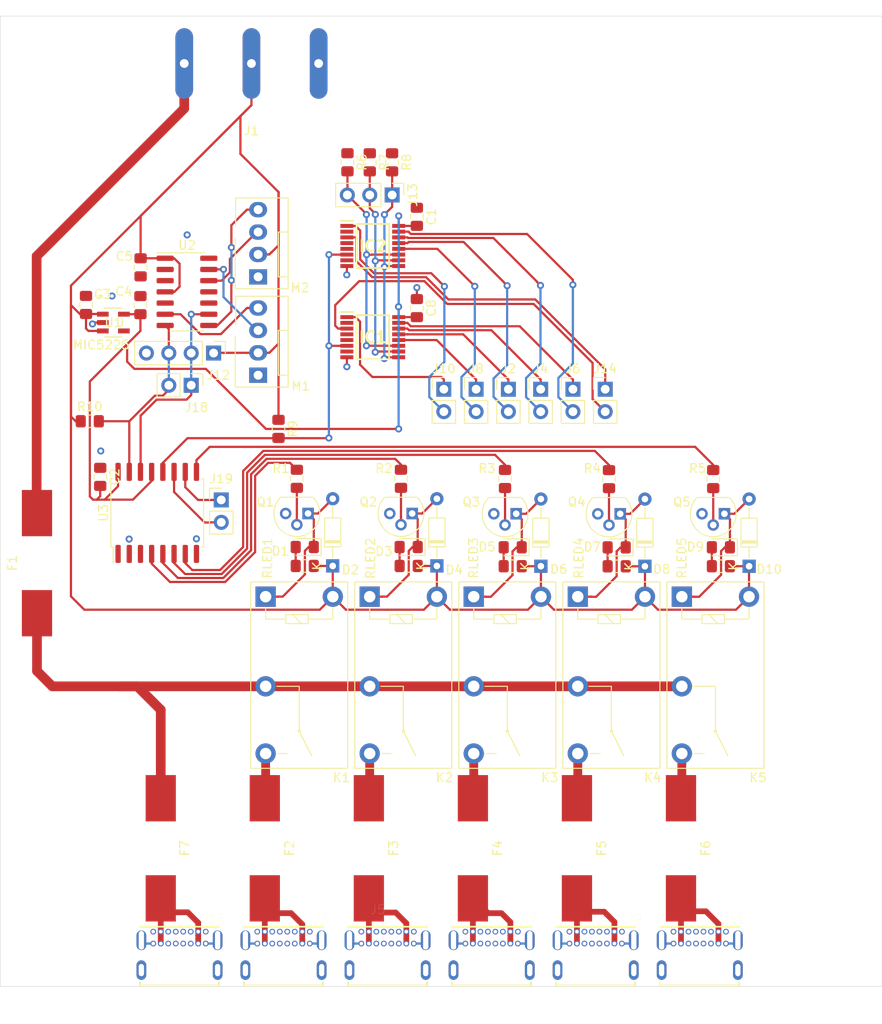
<source format=kicad_pcb>
(kicad_pcb (version 20171130) (host pcbnew "(5.1.5)-3")

  (general
    (thickness 1.6)
    (drawings 7)
    (tracks 554)
    (zones 0)
    (modules 76)
    (nets 123)
  )

  (page A4)
  (layers
    (0 F.Cu signal)
    (31 B.Cu signal)
    (32 B.Adhes user)
    (33 F.Adhes user)
    (34 B.Paste user)
    (35 F.Paste user)
    (36 B.SilkS user)
    (37 F.SilkS user)
    (38 B.Mask user)
    (39 F.Mask user)
    (40 Dwgs.User user)
    (41 Cmts.User user)
    (42 Eco1.User user)
    (43 Eco2.User user)
    (44 Edge.Cuts user)
    (45 Margin user)
    (46 B.CrtYd user)
    (47 F.CrtYd user)
    (48 B.Fab user)
    (49 F.Fab user)
  )

  (setup
    (last_trace_width 0.25)
    (trace_clearance 0.2)
    (zone_clearance 0.508)
    (zone_45_only no)
    (trace_min 0.2)
    (via_size 0.8)
    (via_drill 0.4)
    (via_min_size 0.4)
    (via_min_drill 0.3)
    (uvia_size 0.3)
    (uvia_drill 0.1)
    (uvias_allowed no)
    (uvia_min_size 0.2)
    (uvia_min_drill 0.1)
    (edge_width 0.05)
    (segment_width 0.2)
    (pcb_text_width 0.3)
    (pcb_text_size 1.5 1.5)
    (mod_edge_width 0.12)
    (mod_text_size 1 1)
    (mod_text_width 0.15)
    (pad_size 5.3 5.3)
    (pad_drill 5.3)
    (pad_to_mask_clearance 0.051)
    (solder_mask_min_width 0.25)
    (aux_axis_origin 0 0)
    (visible_elements 7FFFFFFF)
    (pcbplotparams
      (layerselection 0x010fc_ffffffff)
      (usegerberextensions false)
      (usegerberattributes false)
      (usegerberadvancedattributes false)
      (creategerberjobfile false)
      (excludeedgelayer true)
      (linewidth 0.100000)
      (plotframeref false)
      (viasonmask false)
      (mode 1)
      (useauxorigin false)
      (hpglpennumber 1)
      (hpglpenspeed 20)
      (hpglpendiameter 15.000000)
      (psnegative false)
      (psa4output false)
      (plotreference true)
      (plotvalue true)
      (plotinvisibletext false)
      (padsonsilk false)
      (subtractmaskfromsilk false)
      (outputformat 1)
      (mirror false)
      (drillshape 0)
      (scaleselection 1)
      (outputdirectory ""))
  )

  (net 0 "")
  (net 1 GND)
  (net 2 "Net-(D1-Pad2)")
  (net 3 "Net-(D1-Pad1)")
  (net 4 VCC)
  (net 5 "Net-(D3-Pad1)")
  (net 6 "Net-(D3-Pad2)")
  (net 7 "Net-(D5-Pad1)")
  (net 8 "Net-(D5-Pad2)")
  (net 9 "Net-(D7-Pad2)")
  (net 10 "Net-(D7-Pad1)")
  (net 11 "Net-(D10-Pad2)")
  (net 12 "Net-(D9-Pad2)")
  (net 13 "Net-(F2-Pad1)")
  (net 14 "Net-(F2-Pad2)")
  (net 15 "Net-(F3-Pad2)")
  (net 16 "Net-(F3-Pad1)")
  (net 17 "Net-(F4-Pad1)")
  (net 18 "Net-(F4-Pad2)")
  (net 19 "Net-(F5-Pad1)")
  (net 20 "Net-(F5-Pad2)")
  (net 21 "Net-(F6-Pad2)")
  (net 22 "Net-(F6-Pad1)")
  (net 23 "Net-(J3-PadB5)")
  (net 24 "Net-(J3-PadA5)")
  (net 25 "Net-(J5-PadA5)")
  (net 26 "Net-(J5-PadB5)")
  (net 27 "Net-(J7-PadB5)")
  (net 28 "Net-(J7-PadA5)")
  (net 29 "Net-(J9-PadA5)")
  (net 30 "Net-(J9-PadB5)")
  (net 31 "Net-(J11-PadA5)")
  (net 32 "Net-(J11-PadB5)")
  (net 33 "Net-(J15-PadB5)")
  (net 34 "Net-(J15-PadA5)")
  (net 35 "Net-(Q1-Pad2)")
  (net 36 "Net-(Q2-Pad2)")
  (net 37 "Net-(Q3-Pad2)")
  (net 38 "Net-(Q4-Pad2)")
  (net 39 "Net-(Q5-Pad2)")
  (net 40 /PiCl_relay1/E)
  (net 41 "Net-(U1-Pad4)")
  (net 42 3V3)
  (net 43 "Net-(F1-Pad1)")
  (net 44 FVCC)
  (net 45 "Net-(F7-Pad2)")
  (net 46 Rx3)
  (net 47 Rx2)
  (net 48 Rx1)
  (net 49 Rx4)
  (net 50 SS1)
  (net 51 SS2)
  (net 52 SS3)
  (net 53 "Net-(IC1-Pad7)")
  (net 54 SE)
  (net 55 "Net-(IC1-Pad5)")
  (net 56 "Net-(IC1-Pad4)")
  (net 57 MTx)
  (net 58 "Net-(IC1-Pad2)")
  (net 59 Rx5)
  (net 60 Tx5)
  (net 61 "Net-(IC2-Pad2)")
  (net 62 MRx)
  (net 63 "Net-(IC2-Pad4)")
  (net 64 "Net-(IC2-Pad5)")
  (net 65 "Net-(IC2-Pad7)")
  (net 66 Tx4)
  (net 67 Tx1)
  (net 68 Tx2)
  (net 69 Tx3)
  (net 70 "Net-(J3-PadB8)")
  (net 71 "Net-(J3-PadB7)")
  (net 72 "Net-(J3-PadB6)")
  (net 73 "Net-(J3-PadA8)")
  (net 74 "Net-(J3-PadA7)")
  (net 75 "Net-(J3-PadA6)")
  (net 76 "Net-(J5-PadA6)")
  (net 77 "Net-(J5-PadA7)")
  (net 78 "Net-(J5-PadA8)")
  (net 79 "Net-(J5-PadB6)")
  (net 80 "Net-(J5-PadB7)")
  (net 81 "Net-(J5-PadB8)")
  (net 82 "Net-(J7-PadB8)")
  (net 83 "Net-(J7-PadB7)")
  (net 84 "Net-(J7-PadB6)")
  (net 85 "Net-(J7-PadA8)")
  (net 86 "Net-(J7-PadA7)")
  (net 87 "Net-(J7-PadA6)")
  (net 88 "Net-(J9-PadA6)")
  (net 89 "Net-(J9-PadA7)")
  (net 90 "Net-(J9-PadA8)")
  (net 91 "Net-(J9-PadB6)")
  (net 92 "Net-(J9-PadB7)")
  (net 93 "Net-(J9-PadB8)")
  (net 94 "Net-(J11-PadA6)")
  (net 95 "Net-(J11-PadA7)")
  (net 96 "Net-(J11-PadA8)")
  (net 97 "Net-(J11-PadB6)")
  (net 98 "Net-(J11-PadB7)")
  (net 99 "Net-(J11-PadB8)")
  (net 100 "Net-(J15-PadB8)")
  (net 101 "Net-(J15-PadB7)")
  (net 102 "Net-(J15-PadB6)")
  (net 103 "Net-(J15-PadA8)")
  (net 104 "Net-(J15-PadA7)")
  (net 105 "Net-(J15-PadA6)")
  (net 106 /sheet5E9D210F/E)
  (net 107 /sheet5E9E3F57/E)
  (net 108 /sheet5E9E6EC9/E)
  (net 109 /sheet5E9E9D9B/E)
  (net 110 "Net-(J19-Pad1)")
  (net 111 "Net-(J19-Pad2)")
  (net 112 SDA)
  (net 113 SCL)
  (net 114 "Net-(M1-Pad4)")
  (net 115 "Net-(M1-Pad3)")
  (net 116 "Net-(M2-Pad3)")
  (net 117 "Net-(M2-Pad4)")
  (net 118 "Net-(U2-Pad2)")
  (net 119 "Net-(U2-Pad3)")
  (net 120 "Net-(U2-Pad5)")
  (net 121 "Net-(U2-Pad10)")
  (net 122 "Net-(U2-Pad11)")

  (net_class Default "This is the default net class."
    (clearance 0.2)
    (trace_width 0.25)
    (via_dia 0.8)
    (via_drill 0.4)
    (uvia_dia 0.3)
    (uvia_drill 0.1)
    (add_net /PiCl_relay1/E)
    (add_net /sheet5E9D210F/E)
    (add_net /sheet5E9E3F57/E)
    (add_net /sheet5E9E6EC9/E)
    (add_net /sheet5E9E9D9B/E)
    (add_net 3V3)
    (add_net GND)
    (add_net MRx)
    (add_net MTx)
    (add_net "Net-(D1-Pad1)")
    (add_net "Net-(D1-Pad2)")
    (add_net "Net-(D10-Pad2)")
    (add_net "Net-(D3-Pad1)")
    (add_net "Net-(D3-Pad2)")
    (add_net "Net-(D5-Pad1)")
    (add_net "Net-(D5-Pad2)")
    (add_net "Net-(D7-Pad1)")
    (add_net "Net-(D7-Pad2)")
    (add_net "Net-(D9-Pad2)")
    (add_net "Net-(IC1-Pad2)")
    (add_net "Net-(IC1-Pad4)")
    (add_net "Net-(IC1-Pad5)")
    (add_net "Net-(IC1-Pad7)")
    (add_net "Net-(IC2-Pad2)")
    (add_net "Net-(IC2-Pad4)")
    (add_net "Net-(IC2-Pad5)")
    (add_net "Net-(IC2-Pad7)")
    (add_net "Net-(J11-PadA5)")
    (add_net "Net-(J11-PadA6)")
    (add_net "Net-(J11-PadA7)")
    (add_net "Net-(J11-PadA8)")
    (add_net "Net-(J11-PadB5)")
    (add_net "Net-(J11-PadB6)")
    (add_net "Net-(J11-PadB7)")
    (add_net "Net-(J11-PadB8)")
    (add_net "Net-(J15-PadA5)")
    (add_net "Net-(J15-PadA6)")
    (add_net "Net-(J15-PadA7)")
    (add_net "Net-(J15-PadA8)")
    (add_net "Net-(J15-PadB5)")
    (add_net "Net-(J15-PadB6)")
    (add_net "Net-(J15-PadB7)")
    (add_net "Net-(J15-PadB8)")
    (add_net "Net-(J19-Pad1)")
    (add_net "Net-(J19-Pad2)")
    (add_net "Net-(J3-PadA5)")
    (add_net "Net-(J3-PadA6)")
    (add_net "Net-(J3-PadA7)")
    (add_net "Net-(J3-PadA8)")
    (add_net "Net-(J3-PadB5)")
    (add_net "Net-(J3-PadB6)")
    (add_net "Net-(J3-PadB7)")
    (add_net "Net-(J3-PadB8)")
    (add_net "Net-(J5-PadA5)")
    (add_net "Net-(J5-PadA6)")
    (add_net "Net-(J5-PadA7)")
    (add_net "Net-(J5-PadA8)")
    (add_net "Net-(J5-PadB5)")
    (add_net "Net-(J5-PadB6)")
    (add_net "Net-(J5-PadB7)")
    (add_net "Net-(J5-PadB8)")
    (add_net "Net-(J7-PadA5)")
    (add_net "Net-(J7-PadA6)")
    (add_net "Net-(J7-PadA7)")
    (add_net "Net-(J7-PadA8)")
    (add_net "Net-(J7-PadB5)")
    (add_net "Net-(J7-PadB6)")
    (add_net "Net-(J7-PadB7)")
    (add_net "Net-(J7-PadB8)")
    (add_net "Net-(J9-PadA5)")
    (add_net "Net-(J9-PadA6)")
    (add_net "Net-(J9-PadA7)")
    (add_net "Net-(J9-PadA8)")
    (add_net "Net-(J9-PadB5)")
    (add_net "Net-(J9-PadB6)")
    (add_net "Net-(J9-PadB7)")
    (add_net "Net-(J9-PadB8)")
    (add_net "Net-(M1-Pad3)")
    (add_net "Net-(M1-Pad4)")
    (add_net "Net-(M2-Pad3)")
    (add_net "Net-(M2-Pad4)")
    (add_net "Net-(Q1-Pad2)")
    (add_net "Net-(Q2-Pad2)")
    (add_net "Net-(Q3-Pad2)")
    (add_net "Net-(Q4-Pad2)")
    (add_net "Net-(Q5-Pad2)")
    (add_net "Net-(U1-Pad4)")
    (add_net "Net-(U2-Pad10)")
    (add_net "Net-(U2-Pad11)")
    (add_net "Net-(U2-Pad2)")
    (add_net "Net-(U2-Pad3)")
    (add_net "Net-(U2-Pad5)")
    (add_net Rx1)
    (add_net Rx2)
    (add_net Rx3)
    (add_net Rx4)
    (add_net Rx5)
    (add_net SCL)
    (add_net SDA)
    (add_net SE)
    (add_net SS1)
    (add_net SS2)
    (add_net SS3)
    (add_net Tx1)
    (add_net Tx2)
    (add_net Tx3)
    (add_net Tx4)
    (add_net Tx5)
    (add_net VCC)
  )

  (net_class 3a ""
    (clearance 0.2)
    (trace_width 1)
    (via_dia 0.8)
    (via_drill 0.4)
    (uvia_dia 0.3)
    (uvia_drill 0.1)
    (add_net "Net-(F2-Pad2)")
    (add_net "Net-(F3-Pad2)")
    (add_net "Net-(F4-Pad2)")
    (add_net "Net-(F5-Pad2)")
    (add_net "Net-(F6-Pad2)")
  )

  (net_class 3aUSB ""
    (clearance 0.2)
    (trace_width 0.65)
    (via_dia 0.8)
    (via_drill 0.4)
    (uvia_dia 0.3)
    (uvia_drill 0.1)
    (add_net "Net-(F2-Pad1)")
    (add_net "Net-(F3-Pad1)")
    (add_net "Net-(F4-Pad1)")
    (add_net "Net-(F5-Pad1)")
    (add_net "Net-(F6-Pad1)")
    (add_net "Net-(F7-Pad2)")
  )

  (net_class FVCC ""
    (clearance 0.2)
    (trace_width 1.1)
    (via_dia 0.8)
    (via_drill 0.4)
    (uvia_dia 0.3)
    (uvia_drill 0.1)
    (add_net FVCC)
    (add_net "Net-(F1-Pad1)")
  )

  (net_class VCC ""
    (clearance 0.2)
    (trace_width 1.1)
    (via_dia 0.8)
    (via_drill 0.4)
    (uvia_dia 0.3)
    (uvia_drill 0.1)
  )

  (module Connector_PinHeader_2.54mm:PinHeader_1x02_P2.54mm_Vertical (layer F.Cu) (tedit 59FED5CC) (tstamp 5E796AB8)
    (at 230.31 72.3)
    (descr "Through hole straight pin header, 1x02, 2.54mm pitch, single row")
    (tags "Through hole pin header THT 1x02 2.54mm single row")
    (path /5E9E9DA0/5E94EC9C)
    (fp_text reference J10 (at 0 -2.33) (layer F.SilkS)
      (effects (font (size 1 1) (thickness 0.15)))
    )
    (fp_text value "Slave Serial" (at 0 4.87) (layer F.Fab)
      (effects (font (size 1 1) (thickness 0.15)))
    )
    (fp_line (start -0.635 -1.27) (end 1.27 -1.27) (layer F.Fab) (width 0.1))
    (fp_line (start 1.27 -1.27) (end 1.27 3.81) (layer F.Fab) (width 0.1))
    (fp_line (start 1.27 3.81) (end -1.27 3.81) (layer F.Fab) (width 0.1))
    (fp_line (start -1.27 3.81) (end -1.27 -0.635) (layer F.Fab) (width 0.1))
    (fp_line (start -1.27 -0.635) (end -0.635 -1.27) (layer F.Fab) (width 0.1))
    (fp_line (start -1.33 3.87) (end 1.33 3.87) (layer F.SilkS) (width 0.12))
    (fp_line (start -1.33 1.27) (end -1.33 3.87) (layer F.SilkS) (width 0.12))
    (fp_line (start 1.33 1.27) (end 1.33 3.87) (layer F.SilkS) (width 0.12))
    (fp_line (start -1.33 1.27) (end 1.33 1.27) (layer F.SilkS) (width 0.12))
    (fp_line (start -1.33 0) (end -1.33 -1.33) (layer F.SilkS) (width 0.12))
    (fp_line (start -1.33 -1.33) (end 0 -1.33) (layer F.SilkS) (width 0.12))
    (fp_line (start -1.8 -1.8) (end -1.8 4.35) (layer F.CrtYd) (width 0.05))
    (fp_line (start -1.8 4.35) (end 1.8 4.35) (layer F.CrtYd) (width 0.05))
    (fp_line (start 1.8 4.35) (end 1.8 -1.8) (layer F.CrtYd) (width 0.05))
    (fp_line (start 1.8 -1.8) (end -1.8 -1.8) (layer F.CrtYd) (width 0.05))
    (fp_text user %R (at 0 1.27 90) (layer F.Fab)
      (effects (font (size 1 1) (thickness 0.15)))
    )
    (pad 1 thru_hole rect (at 0 0) (size 1.7 1.7) (drill 1) (layers *.Cu *.Mask)
      (net 59 Rx5))
    (pad 2 thru_hole oval (at 0 2.54) (size 1.7 1.7) (drill 1) (layers *.Cu *.Mask)
      (net 60 Tx5))
    (model ${KISYS3DMOD}/Connector_PinHeader_2.54mm.3dshapes/PinHeader_1x02_P2.54mm_Vertical.wrl
      (at (xyz 0 0 0))
      (scale (xyz 1 1 1))
      (rotate (xyz 0 0 0))
    )
  )

  (module PiCl:10030_SMD_handsolder (layer F.Cu) (tedit 5E712C06) (tstamp 5E79F3B4)
    (at 184.17 92.02 270)
    (path /5D32A45A)
    (fp_text reference F1 (at 0 2.8 90) (layer F.SilkS)
      (effects (font (size 1 1) (thickness 0.15)))
    )
    (fp_text value MainFuse (at 0 -2.55 90) (layer F.Fab)
      (effects (font (size 1 1) (thickness 0.15)))
    )
    (fp_line (start 8.4 -1.82) (end -8.4 -1.82) (layer F.CrtYd) (width 0.12))
    (fp_line (start 8.4 1.82) (end 8.4 -1.82) (layer F.CrtYd) (width 0.12))
    (fp_line (start -8.4 1.82) (end 8.4 1.82) (layer F.CrtYd) (width 0.12))
    (fp_line (start -8.4 -1.82) (end -8.4 1.82) (layer F.CrtYd) (width 0.12))
    (pad 2 smd rect (at 4.675 0 270) (size 5.25 3.43) (drill (offset 1 0)) (layers F.Cu F.Paste F.Mask)
      (net 44 FVCC))
    (pad 1 smd rect (at -4.675 0 270) (size 5.25 3.43) (drill (offset -1 0)) (layers F.Cu F.Paste F.Mask)
      (net 43 "Net-(F1-Pad1)"))
  )

  (module Resistor_SMD:R_0805_2012Metric_Pad1.15x1.40mm_HandSolder (layer F.Cu) (tedit 5B36C52B) (tstamp 5E79EEFD)
    (at 237.25 82.475 90)
    (descr "Resistor SMD 0805 (2012 Metric), square (rectangular) end terminal, IPC_7351 nominal with elongated pad for handsoldering. (Body size source: https://docs.google.com/spreadsheets/d/1BsfQQcO9C6DZCsRaXUlFlo91Tg2WpOkGARC1WS5S8t0/edit?usp=sharing), generated with kicad-footprint-generator")
    (tags "resistor handsolder")
    (path /5E9E3F5C/5E7CECAD)
    (attr smd)
    (fp_text reference R3 (at 1.195 -2.046 180) (layer F.SilkS)
      (effects (font (size 1 1) (thickness 0.15)))
    )
    (fp_text value 270R (at 0 1.65 90) (layer F.Fab)
      (effects (font (size 1 1) (thickness 0.15)))
    )
    (fp_text user %R (at 0 0 90) (layer F.Fab)
      (effects (font (size 0.5 0.5) (thickness 0.08)))
    )
    (fp_line (start 1.85 0.95) (end -1.85 0.95) (layer F.CrtYd) (width 0.05))
    (fp_line (start 1.85 -0.95) (end 1.85 0.95) (layer F.CrtYd) (width 0.05))
    (fp_line (start -1.85 -0.95) (end 1.85 -0.95) (layer F.CrtYd) (width 0.05))
    (fp_line (start -1.85 0.95) (end -1.85 -0.95) (layer F.CrtYd) (width 0.05))
    (fp_line (start -0.261252 0.71) (end 0.261252 0.71) (layer F.SilkS) (width 0.12))
    (fp_line (start -0.261252 -0.71) (end 0.261252 -0.71) (layer F.SilkS) (width 0.12))
    (fp_line (start 1 0.6) (end -1 0.6) (layer F.Fab) (width 0.1))
    (fp_line (start 1 -0.6) (end 1 0.6) (layer F.Fab) (width 0.1))
    (fp_line (start -1 -0.6) (end 1 -0.6) (layer F.Fab) (width 0.1))
    (fp_line (start -1 0.6) (end -1 -0.6) (layer F.Fab) (width 0.1))
    (pad 2 smd roundrect (at 1.025 0 90) (size 1.15 1.4) (layers F.Cu F.Paste F.Mask) (roundrect_rratio 0.217391)
      (net 107 /sheet5E9E3F57/E))
    (pad 1 smd roundrect (at -1.025 0 90) (size 1.15 1.4) (layers F.Cu F.Paste F.Mask) (roundrect_rratio 0.217391)
      (net 37 "Net-(Q3-Pad2)"))
    (model ${KISYS3DMOD}/Resistor_SMD.3dshapes/R_0805_2012Metric.wrl
      (at (xyz 0 0 0))
      (scale (xyz 1 1 1))
      (rotate (xyz 0 0 0))
    )
  )

  (module MountingHole:MountingHole_5.3mm_M5 (layer F.Cu) (tedit 56D1B4CB) (tstamp 5E79E881)
    (at 190 130)
    (descr "Mounting Hole 5.3mm, no annular, M5")
    (tags "mounting hole 5.3mm no annular m5")
    (attr virtual)
    (fp_text reference REF** (at 0 -6.3) (layer F.SilkS) hide
      (effects (font (size 1 1) (thickness 0.15)))
    )
    (fp_text value MountingHole_5.3mm_M5 (at 0 6.3) (layer F.Fab)
      (effects (font (size 1 1) (thickness 0.15)))
    )
    (fp_text user %R (at 0.3 0) (layer F.Fab)
      (effects (font (size 1 1) (thickness 0.15)))
    )
    (fp_circle (center 0 0) (end 5.3 0) (layer Cmts.User) (width 0.15))
    (fp_circle (center 0 0) (end 5.55 0) (layer F.CrtYd) (width 0.05))
    (pad 1 np_thru_hole circle (at 0 0) (size 5.3 5.3) (drill 5.3) (layers *.Cu *.Mask))
  )

  (module MountingHole:MountingHole_5.3mm_M5 (layer F.Cu) (tedit 56D1B4CB) (tstamp 5E79E881)
    (at 270 130)
    (descr "Mounting Hole 5.3mm, no annular, M5")
    (tags "mounting hole 5.3mm no annular m5")
    (attr virtual)
    (fp_text reference REF** (at 0 -6.3) (layer F.SilkS) hide
      (effects (font (size 1 1) (thickness 0.15)))
    )
    (fp_text value MountingHole_5.3mm_M5 (at 0 6.3) (layer F.Fab)
      (effects (font (size 1 1) (thickness 0.15)))
    )
    (fp_text user %R (at 0.3 0) (layer F.Fab)
      (effects (font (size 1 1) (thickness 0.15)))
    )
    (fp_circle (center 0 0) (end 5.3 0) (layer Cmts.User) (width 0.15))
    (fp_circle (center 0 0) (end 5.55 0) (layer F.CrtYd) (width 0.05))
    (pad 1 np_thru_hole circle (at 0 0) (size 5.3 5.3) (drill 5.3) (layers *.Cu *.Mask))
  )

  (module MountingHole:MountingHole_5.3mm_M5 (layer F.Cu) (tedit 5E7A1EEE) (tstamp 5E79E881)
    (at 270 40)
    (descr "Mounting Hole 5.3mm, no annular, M5")
    (tags "mounting hole 5.3mm no annular m5")
    (attr virtual)
    (fp_text reference REF** (at 0 -6.3) (layer F.SilkS) hide
      (effects (font (size 1 1) (thickness 0.15)))
    )
    (fp_text value MountingHole_5.3mm_M5 (at 0 6.3) (layer F.Fab)
      (effects (font (size 1 1) (thickness 0.15)))
    )
    (fp_text user %R (at 0.3 0) (layer F.Fab)
      (effects (font (size 1 1) (thickness 0.15)))
    )
    (fp_circle (center 0 0) (end 5.3 0) (layer Cmts.User) (width 0.15))
    (fp_circle (center 0 0) (end 5.55 0) (layer F.CrtYd) (width 0.05))
    (pad "" np_thru_hole circle (at 0 0) (size 5.3 5.3) (drill 5.3) (layers *.Cu *.Mask))
  )

  (module MountingHole:MountingHole_5.3mm_M5 (layer F.Cu) (tedit 56D1B4CB) (tstamp 5E79E87F)
    (at 190 40)
    (descr "Mounting Hole 5.3mm, no annular, M5")
    (tags "mounting hole 5.3mm no annular m5")
    (attr virtual)
    (fp_text reference REF** (at 0 -6.3) (layer F.SilkS) hide
      (effects (font (size 1 1) (thickness 0.15)))
    )
    (fp_text value MountingHole_5.3mm_M5 (at 0 6.3) (layer F.Fab)
      (effects (font (size 1 1) (thickness 0.15)))
    )
    (fp_circle (center 0 0) (end 5.55 0) (layer F.CrtYd) (width 0.05))
    (fp_circle (center 0 0) (end 5.3 0) (layer Cmts.User) (width 0.15))
    (fp_text user %R (at 0.3 0) (layer F.Fab)
      (effects (font (size 1 1) (thickness 0.15)))
    )
    (pad 1 np_thru_hole circle (at 0 0) (size 5.3 5.3) (drill 5.3) (layers *.Cu *.Mask))
  )

  (module Connector:FanPinHeader_1x04_P2.54mm_Vertical (layer F.Cu) (tedit 5A19DE55) (tstamp 5E796863)
    (at 209.25 70.71 90)
    (descr "4-pin CPU fan Through hole pin header, e.g. for Wieson part number 2366C888-007 Molex 47053-1000, Foxconn HF27040-M1, Tyco 1470947-1 or equivalent, see http://www.formfactors.org/developer%5Cspecs%5Crev1_2_public.pdf")
    (tags "pin header 4-pin CPU fan")
    (path /5E798ED3)
    (fp_text reference M1 (at -1.23 4.83 180) (layer F.SilkS)
      (effects (font (size 1 1) (thickness 0.15)))
    )
    (fp_text value Fan_4pin (at 4.05 4.35 180) (layer F.Fab)
      (effects (font (size 1 1) (thickness 0.15)))
    )
    (fp_line (start 9.35 -3.2) (end 9.35 3.8) (layer F.CrtYd) (width 0.05))
    (fp_line (start 9.35 -3.2) (end -1.75 -3.2) (layer F.CrtYd) (width 0.05))
    (fp_line (start -1.75 3.8) (end 9.35 3.8) (layer F.CrtYd) (width 0.05))
    (fp_line (start -1.75 3.8) (end -1.75 -3.2) (layer F.CrtYd) (width 0.05))
    (fp_line (start 5.08 2.29) (end 5.08 3.3) (layer F.SilkS) (width 0.12))
    (fp_line (start 0 2.29) (end 5.08 2.29) (layer F.SilkS) (width 0.12))
    (fp_line (start 0 3.3) (end 0 2.29) (layer F.SilkS) (width 0.12))
    (fp_line (start -1.25 -2.5) (end 4.4 -2.5) (layer F.Fab) (width 0.1))
    (fp_line (start -1.25 3.3) (end -1.25 -2.5) (layer F.Fab) (width 0.1))
    (fp_line (start -1.2 3.3) (end -1.25 3.3) (layer F.Fab) (width 0.1))
    (fp_line (start 8.85 3.3) (end -1.2 3.3) (layer F.Fab) (width 0.1))
    (fp_line (start 8.85 -2.5) (end 8.85 3.3) (layer F.Fab) (width 0.1))
    (fp_line (start 5.75 -2.5) (end 8.85 -2.5) (layer F.Fab) (width 0.1))
    (fp_line (start 0 2.3) (end 0 3.3) (layer F.Fab) (width 0.1))
    (fp_line (start 5.1 2.3) (end 0 2.3) (layer F.Fab) (width 0.1))
    (fp_line (start 5.1 3.3) (end 5.1 2.3) (layer F.Fab) (width 0.1))
    (fp_line (start -1.35 3.4) (end -1.35 -2.6) (layer F.SilkS) (width 0.12))
    (fp_line (start 8.95 3.4) (end -1.35 3.4) (layer F.SilkS) (width 0.12))
    (fp_line (start 8.95 -2.55) (end 8.95 3.4) (layer F.SilkS) (width 0.12))
    (fp_line (start 5.75 -2.55) (end 8.95 -2.55) (layer F.SilkS) (width 0.12))
    (fp_line (start -1.35 -2.6) (end 4.4 -2.6) (layer F.SilkS) (width 0.12))
    (fp_text user %R (at 1.85 -1.75 90) (layer F.Fab)
      (effects (font (size 1 1) (thickness 0.15)))
    )
    (pad "" np_thru_hole circle (at 5.08 -2.16 180) (size 1.1 1.1) (drill 1.1) (layers *.Cu *.Mask))
    (pad 4 thru_hole oval (at 7.62 0 180) (size 2.03 1.73) (drill 1.02) (layers *.Cu *.Mask)
      (net 114 "Net-(M1-Pad4)"))
    (pad 3 thru_hole oval (at 5.08 0 180) (size 2.03 1.73) (drill 1.02) (layers *.Cu *.Mask)
      (net 115 "Net-(M1-Pad3)"))
    (pad 2 thru_hole oval (at 2.54 0 180) (size 2.03 1.73) (drill 1.02) (layers *.Cu *.Mask)
      (net 4 VCC))
    (pad 1 thru_hole rect (at 0 0 180) (size 2.03 1.73) (drill 1.02) (layers *.Cu *.Mask)
      (net 1 GND))
    (model ${KISYS3DMOD}/Connector.3dshapes/FanPinHeader_1x04_P2.54mm_Vertical.wrl
      (at (xyz 0 0 0))
      (scale (xyz 1 1 1))
      (rotate (xyz 0 0 0))
    )
  )

  (module Resistor_SMD:R_0805_2012Metric_Pad1.15x1.40mm_HandSolder (layer F.Cu) (tedit 5B36C52B) (tstamp 5E797242)
    (at 238.12 92.364999 180)
    (descr "Resistor SMD 0805 (2012 Metric), square (rectangular) end terminal, IPC_7351 nominal with elongated pad for handsoldering. (Body size source: https://docs.google.com/spreadsheets/d/1BsfQQcO9C6DZCsRaXUlFlo91Tg2WpOkGARC1WS5S8t0/edit?usp=sharing), generated with kicad-footprint-generator")
    (tags "resistor handsolder")
    (path /5E9E3F5C/5E7CECB9)
    (attr smd)
    (fp_text reference RLED3 (at 4.44 0.924999 90) (layer F.SilkS)
      (effects (font (size 1 1) (thickness 0.15)))
    )
    (fp_text value 150R (at 0 1.65) (layer F.Fab)
      (effects (font (size 1 1) (thickness 0.15)))
    )
    (fp_line (start -1 0.6) (end -1 -0.6) (layer F.Fab) (width 0.1))
    (fp_line (start -1 -0.6) (end 1 -0.6) (layer F.Fab) (width 0.1))
    (fp_line (start 1 -0.6) (end 1 0.6) (layer F.Fab) (width 0.1))
    (fp_line (start 1 0.6) (end -1 0.6) (layer F.Fab) (width 0.1))
    (fp_line (start -0.261252 -0.71) (end 0.261252 -0.71) (layer F.SilkS) (width 0.12))
    (fp_line (start -0.261252 0.71) (end 0.261252 0.71) (layer F.SilkS) (width 0.12))
    (fp_line (start -1.85 0.95) (end -1.85 -0.95) (layer F.CrtYd) (width 0.05))
    (fp_line (start -1.85 -0.95) (end 1.85 -0.95) (layer F.CrtYd) (width 0.05))
    (fp_line (start 1.85 -0.95) (end 1.85 0.95) (layer F.CrtYd) (width 0.05))
    (fp_line (start 1.85 0.95) (end -1.85 0.95) (layer F.CrtYd) (width 0.05))
    (fp_text user %R (at 0 0) (layer F.Fab)
      (effects (font (size 0.5 0.5) (thickness 0.08)))
    )
    (pad 1 smd roundrect (at -1.025 0 180) (size 1.15 1.4) (layers F.Cu F.Paste F.Mask) (roundrect_rratio 0.217391)
      (net 4 VCC))
    (pad 2 smd roundrect (at 1.025 0 180) (size 1.15 1.4) (layers F.Cu F.Paste F.Mask) (roundrect_rratio 0.217391)
      (net 8 "Net-(D5-Pad2)"))
    (model ${KISYS3DMOD}/Resistor_SMD.3dshapes/R_0805_2012Metric.wrl
      (at (xyz 0 0 0))
      (scale (xyz 1 1 1))
      (rotate (xyz 0 0 0))
    )
  )

  (module PiCl:10030_SMD_handsolder (layer F.Cu) (tedit 5E712C06) (tstamp 5E797190)
    (at 221.805 124.345 90)
    (path /5E9D2114/5E7CEC9F)
    (fp_text reference F3 (at 0 2.8 90) (layer F.SilkS)
      (effects (font (size 1 1) (thickness 0.15)))
    )
    (fp_text value Fuse (at 0 -2.55 90) (layer F.Fab)
      (effects (font (size 1 1) (thickness 0.15)))
    )
    (fp_line (start 8.4 -1.82) (end -8.4 -1.82) (layer F.CrtYd) (width 0.12))
    (fp_line (start 8.4 1.82) (end 8.4 -1.82) (layer F.CrtYd) (width 0.12))
    (fp_line (start -8.4 1.82) (end 8.4 1.82) (layer F.CrtYd) (width 0.12))
    (fp_line (start -8.4 -1.82) (end -8.4 1.82) (layer F.CrtYd) (width 0.12))
    (pad 2 smd rect (at 4.675 0 90) (size 5.25 3.43) (drill (offset 1 0)) (layers F.Cu F.Paste F.Mask)
      (net 15 "Net-(F3-Pad2)"))
    (pad 1 smd rect (at -4.675 0 90) (size 5.25 3.43) (drill (offset -1 0)) (layers F.Cu F.Paste F.Mask)
      (net 16 "Net-(F3-Pad1)"))
  )

  (module Capacitor_SMD:C_0805_2012Metric_Pad1.15x1.40mm_HandSolder (layer F.Cu) (tedit 5B36C52B) (tstamp 5E797137)
    (at 227.25 52.75 270)
    (descr "Capacitor SMD 0805 (2012 Metric), square (rectangular) end terminal, IPC_7351 nominal with elongated pad for handsoldering. (Body size source: https://docs.google.com/spreadsheets/d/1BsfQQcO9C6DZCsRaXUlFlo91Tg2WpOkGARC1WS5S8t0/edit?usp=sharing), generated with kicad-footprint-generator")
    (tags "capacitor handsolder")
    (path /5EB63C5D)
    (attr smd)
    (fp_text reference C1 (at 0 -1.65 90) (layer F.SilkS)
      (effects (font (size 1 1) (thickness 0.15)))
    )
    (fp_text value 0.1u (at 0 1.65 90) (layer F.Fab)
      (effects (font (size 1 1) (thickness 0.15)))
    )
    (fp_line (start -1 0.6) (end -1 -0.6) (layer F.Fab) (width 0.1))
    (fp_line (start -1 -0.6) (end 1 -0.6) (layer F.Fab) (width 0.1))
    (fp_line (start 1 -0.6) (end 1 0.6) (layer F.Fab) (width 0.1))
    (fp_line (start 1 0.6) (end -1 0.6) (layer F.Fab) (width 0.1))
    (fp_line (start -0.261252 -0.71) (end 0.261252 -0.71) (layer F.SilkS) (width 0.12))
    (fp_line (start -0.261252 0.71) (end 0.261252 0.71) (layer F.SilkS) (width 0.12))
    (fp_line (start -1.85 0.95) (end -1.85 -0.95) (layer F.CrtYd) (width 0.05))
    (fp_line (start -1.85 -0.95) (end 1.85 -0.95) (layer F.CrtYd) (width 0.05))
    (fp_line (start 1.85 -0.95) (end 1.85 0.95) (layer F.CrtYd) (width 0.05))
    (fp_line (start 1.85 0.95) (end -1.85 0.95) (layer F.CrtYd) (width 0.05))
    (fp_text user %R (at 0 0 90) (layer F.Fab)
      (effects (font (size 0.5 0.5) (thickness 0.08)))
    )
    (pad 1 smd roundrect (at -1.025 0 270) (size 1.15 1.4) (layers F.Cu F.Paste F.Mask) (roundrect_rratio 0.217391)
      (net 1 GND))
    (pad 2 smd roundrect (at 1.025 0 270) (size 1.15 1.4) (layers F.Cu F.Paste F.Mask) (roundrect_rratio 0.217391)
      (net 42 3V3))
    (model ${KISYS3DMOD}/Capacitor_SMD.3dshapes/C_0805_2012Metric.wrl
      (at (xyz 0 0 0))
      (scale (xyz 1 1 1))
      (rotate (xyz 0 0 0))
    )
  )

  (module Capacitor_SMD:C_0805_2012Metric_Pad1.15x1.40mm_HandSolder (layer F.Cu) (tedit 5B36C52B) (tstamp 5E797272)
    (at 191.34 82.235 270)
    (descr "Capacitor SMD 0805 (2012 Metric), square (rectangular) end terminal, IPC_7351 nominal with elongated pad for handsoldering. (Body size source: https://docs.google.com/spreadsheets/d/1BsfQQcO9C6DZCsRaXUlFlo91Tg2WpOkGARC1WS5S8t0/edit?usp=sharing), generated with kicad-footprint-generator")
    (tags "capacitor handsolder")
    (path /5EB66F07)
    (attr smd)
    (fp_text reference C2 (at 0 -1.65 90) (layer F.SilkS)
      (effects (font (size 1 1) (thickness 0.15)))
    )
    (fp_text value 0.1u (at 0 1.65 90) (layer F.Fab)
      (effects (font (size 1 1) (thickness 0.15)))
    )
    (fp_line (start -1 0.6) (end -1 -0.6) (layer F.Fab) (width 0.1))
    (fp_line (start -1 -0.6) (end 1 -0.6) (layer F.Fab) (width 0.1))
    (fp_line (start 1 -0.6) (end 1 0.6) (layer F.Fab) (width 0.1))
    (fp_line (start 1 0.6) (end -1 0.6) (layer F.Fab) (width 0.1))
    (fp_line (start -0.261252 -0.71) (end 0.261252 -0.71) (layer F.SilkS) (width 0.12))
    (fp_line (start -0.261252 0.71) (end 0.261252 0.71) (layer F.SilkS) (width 0.12))
    (fp_line (start -1.85 0.95) (end -1.85 -0.95) (layer F.CrtYd) (width 0.05))
    (fp_line (start -1.85 -0.95) (end 1.85 -0.95) (layer F.CrtYd) (width 0.05))
    (fp_line (start 1.85 -0.95) (end 1.85 0.95) (layer F.CrtYd) (width 0.05))
    (fp_line (start 1.85 0.95) (end -1.85 0.95) (layer F.CrtYd) (width 0.05))
    (fp_text user %R (at 0 0 90) (layer F.Fab)
      (effects (font (size 0.5 0.5) (thickness 0.08)))
    )
    (pad 1 smd roundrect (at -1.025 0 270) (size 1.15 1.4) (layers F.Cu F.Paste F.Mask) (roundrect_rratio 0.217391)
      (net 1 GND))
    (pad 2 smd roundrect (at 1.025 0 270) (size 1.15 1.4) (layers F.Cu F.Paste F.Mask) (roundrect_rratio 0.217391)
      (net 42 3V3))
    (model ${KISYS3DMOD}/Capacitor_SMD.3dshapes/C_0805_2012Metric.wrl
      (at (xyz 0 0 0))
      (scale (xyz 1 1 1))
      (rotate (xyz 0 0 0))
    )
  )

  (module Capacitor_SMD:C_0805_2012Metric_Pad1.15x1.40mm_HandSolder (layer F.Cu) (tedit 5B36C52B) (tstamp 5E7971B2)
    (at 189.73 62.745 90)
    (descr "Capacitor SMD 0805 (2012 Metric), square (rectangular) end terminal, IPC_7351 nominal with elongated pad for handsoldering. (Body size source: https://docs.google.com/spreadsheets/d/1BsfQQcO9C6DZCsRaXUlFlo91Tg2WpOkGARC1WS5S8t0/edit?usp=sharing), generated with kicad-footprint-generator")
    (tags "capacitor handsolder")
    (path /5EB583E6)
    (attr smd)
    (fp_text reference C3 (at 1.215 1.87 180) (layer F.SilkS)
      (effects (font (size 1 1) (thickness 0.15)))
    )
    (fp_text value 1u (at 0 1.65 90) (layer F.Fab)
      (effects (font (size 1 1) (thickness 0.15)))
    )
    (fp_text user %R (at 0 0 90) (layer F.Fab)
      (effects (font (size 0.5 0.5) (thickness 0.08)))
    )
    (fp_line (start 1.85 0.95) (end -1.85 0.95) (layer F.CrtYd) (width 0.05))
    (fp_line (start 1.85 -0.95) (end 1.85 0.95) (layer F.CrtYd) (width 0.05))
    (fp_line (start -1.85 -0.95) (end 1.85 -0.95) (layer F.CrtYd) (width 0.05))
    (fp_line (start -1.85 0.95) (end -1.85 -0.95) (layer F.CrtYd) (width 0.05))
    (fp_line (start -0.261252 0.71) (end 0.261252 0.71) (layer F.SilkS) (width 0.12))
    (fp_line (start -0.261252 -0.71) (end 0.261252 -0.71) (layer F.SilkS) (width 0.12))
    (fp_line (start 1 0.6) (end -1 0.6) (layer F.Fab) (width 0.1))
    (fp_line (start 1 -0.6) (end 1 0.6) (layer F.Fab) (width 0.1))
    (fp_line (start -1 -0.6) (end 1 -0.6) (layer F.Fab) (width 0.1))
    (fp_line (start -1 0.6) (end -1 -0.6) (layer F.Fab) (width 0.1))
    (pad 2 smd roundrect (at 1.025 0 90) (size 1.15 1.4) (layers F.Cu F.Paste F.Mask) (roundrect_rratio 0.217391)
      (net 1 GND))
    (pad 1 smd roundrect (at -1.025 0 90) (size 1.15 1.4) (layers F.Cu F.Paste F.Mask) (roundrect_rratio 0.217391)
      (net 4 VCC))
    (model ${KISYS3DMOD}/Capacitor_SMD.3dshapes/C_0805_2012Metric.wrl
      (at (xyz 0 0 0))
      (scale (xyz 1 1 1))
      (rotate (xyz 0 0 0))
    )
  )

  (module Capacitor_SMD:C_0805_2012Metric_Pad1.15x1.40mm_HandSolder (layer F.Cu) (tedit 5B36C52B) (tstamp 5E797212)
    (at 195.9 62.765 90)
    (descr "Capacitor SMD 0805 (2012 Metric), square (rectangular) end terminal, IPC_7351 nominal with elongated pad for handsoldering. (Body size source: https://docs.google.com/spreadsheets/d/1BsfQQcO9C6DZCsRaXUlFlo91Tg2WpOkGARC1WS5S8t0/edit?usp=sharing), generated with kicad-footprint-generator")
    (tags "capacitor handsolder")
    (path /5EB583DC)
    (attr smd)
    (fp_text reference C4 (at 1.545 -1.87 180) (layer F.SilkS)
      (effects (font (size 1 1) (thickness 0.15)))
    )
    (fp_text value 2.2u (at 0 1.65 90) (layer F.Fab)
      (effects (font (size 1 1) (thickness 0.15)))
    )
    (fp_line (start -1 0.6) (end -1 -0.6) (layer F.Fab) (width 0.1))
    (fp_line (start -1 -0.6) (end 1 -0.6) (layer F.Fab) (width 0.1))
    (fp_line (start 1 -0.6) (end 1 0.6) (layer F.Fab) (width 0.1))
    (fp_line (start 1 0.6) (end -1 0.6) (layer F.Fab) (width 0.1))
    (fp_line (start -0.261252 -0.71) (end 0.261252 -0.71) (layer F.SilkS) (width 0.12))
    (fp_line (start -0.261252 0.71) (end 0.261252 0.71) (layer F.SilkS) (width 0.12))
    (fp_line (start -1.85 0.95) (end -1.85 -0.95) (layer F.CrtYd) (width 0.05))
    (fp_line (start -1.85 -0.95) (end 1.85 -0.95) (layer F.CrtYd) (width 0.05))
    (fp_line (start 1.85 -0.95) (end 1.85 0.95) (layer F.CrtYd) (width 0.05))
    (fp_line (start 1.85 0.95) (end -1.85 0.95) (layer F.CrtYd) (width 0.05))
    (fp_text user %R (at 0 0 90) (layer F.Fab)
      (effects (font (size 0.5 0.5) (thickness 0.08)))
    )
    (pad 1 smd roundrect (at -1.025 0 90) (size 1.15 1.4) (layers F.Cu F.Paste F.Mask) (roundrect_rratio 0.217391)
      (net 42 3V3))
    (pad 2 smd roundrect (at 1.025 0 90) (size 1.15 1.4) (layers F.Cu F.Paste F.Mask) (roundrect_rratio 0.217391)
      (net 1 GND))
    (model ${KISYS3DMOD}/Capacitor_SMD.3dshapes/C_0805_2012Metric.wrl
      (at (xyz 0 0 0))
      (scale (xyz 1 1 1))
      (rotate (xyz 0 0 0))
    )
  )

  (module Capacitor_SMD:C_0805_2012Metric_Pad1.15x1.40mm_HandSolder (layer F.Cu) (tedit 5B36C52B) (tstamp 5E797167)
    (at 195.92 58.48 270)
    (descr "Capacitor SMD 0805 (2012 Metric), square (rectangular) end terminal, IPC_7351 nominal with elongated pad for handsoldering. (Body size source: https://docs.google.com/spreadsheets/d/1BsfQQcO9C6DZCsRaXUlFlo91Tg2WpOkGARC1WS5S8t0/edit?usp=sharing), generated with kicad-footprint-generator")
    (tags "capacitor handsolder")
    (path /5E798EBD)
    (attr smd)
    (fp_text reference C5 (at -1.24 1.86 180) (layer F.SilkS)
      (effects (font (size 1 1) (thickness 0.15)))
    )
    (fp_text value 0.1u (at 0 1.65 90) (layer F.Fab)
      (effects (font (size 1 1) (thickness 0.15)))
    )
    (fp_text user %R (at 0 0 90) (layer F.Fab)
      (effects (font (size 0.5 0.5) (thickness 0.08)))
    )
    (fp_line (start 1.85 0.95) (end -1.85 0.95) (layer F.CrtYd) (width 0.05))
    (fp_line (start 1.85 -0.95) (end 1.85 0.95) (layer F.CrtYd) (width 0.05))
    (fp_line (start -1.85 -0.95) (end 1.85 -0.95) (layer F.CrtYd) (width 0.05))
    (fp_line (start -1.85 0.95) (end -1.85 -0.95) (layer F.CrtYd) (width 0.05))
    (fp_line (start -0.261252 0.71) (end 0.261252 0.71) (layer F.SilkS) (width 0.12))
    (fp_line (start -0.261252 -0.71) (end 0.261252 -0.71) (layer F.SilkS) (width 0.12))
    (fp_line (start 1 0.6) (end -1 0.6) (layer F.Fab) (width 0.1))
    (fp_line (start 1 -0.6) (end 1 0.6) (layer F.Fab) (width 0.1))
    (fp_line (start -1 -0.6) (end 1 -0.6) (layer F.Fab) (width 0.1))
    (fp_line (start -1 0.6) (end -1 -0.6) (layer F.Fab) (width 0.1))
    (pad 2 smd roundrect (at 1.025 0 270) (size 1.15 1.4) (layers F.Cu F.Paste F.Mask) (roundrect_rratio 0.217391)
      (net 1 GND))
    (pad 1 smd roundrect (at -1.025 0 270) (size 1.15 1.4) (layers F.Cu F.Paste F.Mask) (roundrect_rratio 0.217391)
      (net 4 VCC))
    (model ${KISYS3DMOD}/Capacitor_SMD.3dshapes/C_0805_2012Metric.wrl
      (at (xyz 0 0 0))
      (scale (xyz 1 1 1))
      (rotate (xyz 0 0 0))
    )
  )

  (module Capacitor_SMD:C_0805_2012Metric_Pad1.15x1.40mm_HandSolder (layer F.Cu) (tedit 5B36C52B) (tstamp 5E7A60E6)
    (at 227.25 63.105 270)
    (descr "Capacitor SMD 0805 (2012 Metric), square (rectangular) end terminal, IPC_7351 nominal with elongated pad for handsoldering. (Body size source: https://docs.google.com/spreadsheets/d/1BsfQQcO9C6DZCsRaXUlFlo91Tg2WpOkGARC1WS5S8t0/edit?usp=sharing), generated with kicad-footprint-generator")
    (tags "capacitor handsolder")
    (path /5E97D8A4/5EB05B59)
    (attr smd)
    (fp_text reference C8 (at 0 -1.65 90) (layer F.SilkS)
      (effects (font (size 1 1) (thickness 0.15)))
    )
    (fp_text value .1u (at 0 1.65 90) (layer F.Fab)
      (effects (font (size 1 1) (thickness 0.15)))
    )
    (fp_text user %R (at 0 0 90) (layer F.Fab)
      (effects (font (size 0.5 0.5) (thickness 0.08)))
    )
    (fp_line (start 1.85 0.95) (end -1.85 0.95) (layer F.CrtYd) (width 0.05))
    (fp_line (start 1.85 -0.95) (end 1.85 0.95) (layer F.CrtYd) (width 0.05))
    (fp_line (start -1.85 -0.95) (end 1.85 -0.95) (layer F.CrtYd) (width 0.05))
    (fp_line (start -1.85 0.95) (end -1.85 -0.95) (layer F.CrtYd) (width 0.05))
    (fp_line (start -0.261252 0.71) (end 0.261252 0.71) (layer F.SilkS) (width 0.12))
    (fp_line (start -0.261252 -0.71) (end 0.261252 -0.71) (layer F.SilkS) (width 0.12))
    (fp_line (start 1 0.6) (end -1 0.6) (layer F.Fab) (width 0.1))
    (fp_line (start 1 -0.6) (end 1 0.6) (layer F.Fab) (width 0.1))
    (fp_line (start -1 -0.6) (end 1 -0.6) (layer F.Fab) (width 0.1))
    (fp_line (start -1 0.6) (end -1 -0.6) (layer F.Fab) (width 0.1))
    (pad 2 smd roundrect (at 1.025 0 270) (size 1.15 1.4) (layers F.Cu F.Paste F.Mask) (roundrect_rratio 0.217391)
      (net 42 3V3))
    (pad 1 smd roundrect (at -1.025 0 270) (size 1.15 1.4) (layers F.Cu F.Paste F.Mask) (roundrect_rratio 0.217391)
      (net 1 GND))
    (model ${KISYS3DMOD}/Capacitor_SMD.3dshapes/C_0805_2012Metric.wrl
      (at (xyz 0 0 0))
      (scale (xyz 1 1 1))
      (rotate (xyz 0 0 0))
    )
  )

  (module LED_SMD:LED_0805_2012Metric_Pad1.15x1.40mm_HandSolder (layer F.Cu) (tedit 5B4B45C9) (tstamp 5E7976AC)
    (at 214.535 90.19 180)
    (descr "LED SMD 0805 (2012 Metric), square (rectangular) end terminal, IPC_7351 nominal, (Body size source: https://docs.google.com/spreadsheets/d/1BsfQQcO9C6DZCsRaXUlFlo91Tg2WpOkGARC1WS5S8t0/edit?usp=sharing), generated with kicad-footprint-generator")
    (tags "LED handsolder")
    (path /5E74A929/5E7CECB3)
    (attr smd)
    (fp_text reference D1 (at 2.785 -0.46) (layer F.SilkS)
      (effects (font (size 1 1) (thickness 0.15)))
    )
    (fp_text value LED (at 0 1.65) (layer F.Fab)
      (effects (font (size 1 1) (thickness 0.15)))
    )
    (fp_line (start 1 -0.6) (end -0.7 -0.6) (layer F.Fab) (width 0.1))
    (fp_line (start -0.7 -0.6) (end -1 -0.3) (layer F.Fab) (width 0.1))
    (fp_line (start -1 -0.3) (end -1 0.6) (layer F.Fab) (width 0.1))
    (fp_line (start -1 0.6) (end 1 0.6) (layer F.Fab) (width 0.1))
    (fp_line (start 1 0.6) (end 1 -0.6) (layer F.Fab) (width 0.1))
    (fp_line (start 1 -0.96) (end -1.86 -0.96) (layer F.SilkS) (width 0.12))
    (fp_line (start -1.86 -0.96) (end -1.86 0.96) (layer F.SilkS) (width 0.12))
    (fp_line (start -1.86 0.96) (end 1 0.96) (layer F.SilkS) (width 0.12))
    (fp_line (start -1.85 0.95) (end -1.85 -0.95) (layer F.CrtYd) (width 0.05))
    (fp_line (start -1.85 -0.95) (end 1.85 -0.95) (layer F.CrtYd) (width 0.05))
    (fp_line (start 1.85 -0.95) (end 1.85 0.95) (layer F.CrtYd) (width 0.05))
    (fp_line (start 1.85 0.95) (end -1.85 0.95) (layer F.CrtYd) (width 0.05))
    (fp_text user %R (at 0 0) (layer F.Fab)
      (effects (font (size 0.5 0.5) (thickness 0.08)))
    )
    (pad 1 smd roundrect (at -1.025 0 180) (size 1.15 1.4) (layers F.Cu F.Paste F.Mask) (roundrect_rratio 0.217391)
      (net 3 "Net-(D1-Pad1)"))
    (pad 2 smd roundrect (at 1.025 0 180) (size 1.15 1.4) (layers F.Cu F.Paste F.Mask) (roundrect_rratio 0.217391)
      (net 2 "Net-(D1-Pad2)"))
    (model ${KISYS3DMOD}/LED_SMD.3dshapes/LED_0805_2012Metric.wrl
      (at (xyz 0 0 0))
      (scale (xyz 1 1 1))
      (rotate (xyz 0 0 0))
    )
  )

  (module Diode_THT:D_DO-34_SOD68_P7.62mm_Horizontal (layer F.Cu) (tedit 5AE50CD5) (tstamp 5E797331)
    (at 217.71 92.334999 90)
    (descr "Diode, DO-34_SOD68 series, Axial, Horizontal, pin pitch=7.62mm, , length*diameter=3.04*1.6mm^2, , https://www.nxp.com/docs/en/data-sheet/KTY83_SER.pdf")
    (tags "Diode DO-34_SOD68 series Axial Horizontal pin pitch 7.62mm  length 3.04mm diameter 1.6mm")
    (path /5E74A929/5E7CECBF)
    (fp_text reference D2 (at -0.445001 2 180) (layer F.SilkS)
      (effects (font (size 1 1) (thickness 0.15)))
    )
    (fp_text value 1N4007 (at 3.81 1.92 90) (layer F.Fab)
      (effects (font (size 1 1) (thickness 0.15)))
    )
    (fp_line (start 2.29 -0.8) (end 2.29 0.8) (layer F.Fab) (width 0.1))
    (fp_line (start 2.29 0.8) (end 5.33 0.8) (layer F.Fab) (width 0.1))
    (fp_line (start 5.33 0.8) (end 5.33 -0.8) (layer F.Fab) (width 0.1))
    (fp_line (start 5.33 -0.8) (end 2.29 -0.8) (layer F.Fab) (width 0.1))
    (fp_line (start 0 0) (end 2.29 0) (layer F.Fab) (width 0.1))
    (fp_line (start 7.62 0) (end 5.33 0) (layer F.Fab) (width 0.1))
    (fp_line (start 2.746 -0.8) (end 2.746 0.8) (layer F.Fab) (width 0.1))
    (fp_line (start 2.846 -0.8) (end 2.846 0.8) (layer F.Fab) (width 0.1))
    (fp_line (start 2.646 -0.8) (end 2.646 0.8) (layer F.Fab) (width 0.1))
    (fp_line (start 2.17 -0.92) (end 2.17 0.92) (layer F.SilkS) (width 0.12))
    (fp_line (start 2.17 0.92) (end 5.45 0.92) (layer F.SilkS) (width 0.12))
    (fp_line (start 5.45 0.92) (end 5.45 -0.92) (layer F.SilkS) (width 0.12))
    (fp_line (start 5.45 -0.92) (end 2.17 -0.92) (layer F.SilkS) (width 0.12))
    (fp_line (start 0.99 0) (end 2.17 0) (layer F.SilkS) (width 0.12))
    (fp_line (start 6.63 0) (end 5.45 0) (layer F.SilkS) (width 0.12))
    (fp_line (start 2.746 -0.92) (end 2.746 0.92) (layer F.SilkS) (width 0.12))
    (fp_line (start 2.866 -0.92) (end 2.866 0.92) (layer F.SilkS) (width 0.12))
    (fp_line (start 2.626 -0.92) (end 2.626 0.92) (layer F.SilkS) (width 0.12))
    (fp_line (start -1 -1.05) (end -1 1.05) (layer F.CrtYd) (width 0.05))
    (fp_line (start -1 1.05) (end 8.63 1.05) (layer F.CrtYd) (width 0.05))
    (fp_line (start 8.63 1.05) (end 8.63 -1.05) (layer F.CrtYd) (width 0.05))
    (fp_line (start 8.63 -1.05) (end -1 -1.05) (layer F.CrtYd) (width 0.05))
    (fp_text user %R (at 4.038 0 90) (layer F.Fab)
      (effects (font (size 0.608 0.608) (thickness 0.0912)))
    )
    (fp_text user K (at 0 -1.75 90) (layer F.Fab)
      (effects (font (size 1 1) (thickness 0.15)))
    )
    (fp_text user K (at 0 -1.75 90) (layer F.SilkS)
      (effects (font (size 1 1) (thickness 0.15)))
    )
    (pad 1 thru_hole rect (at 0 0 90) (size 1.5 1.5) (drill 0.75) (layers *.Cu *.Mask)
      (net 4 VCC))
    (pad 2 thru_hole oval (at 7.62 0 90) (size 1.5 1.5) (drill 0.75) (layers *.Cu *.Mask)
      (net 3 "Net-(D1-Pad1)"))
    (model ${KISYS3DMOD}/Diode_THT.3dshapes/D_DO-34_SOD68_P7.62mm_Horizontal.wrl
      (at (xyz 0 0 0))
      (scale (xyz 1 1 1))
      (rotate (xyz 0 0 0))
    )
  )

  (module LED_SMD:LED_0805_2012Metric_Pad1.15x1.40mm_HandSolder (layer F.Cu) (tedit 5B4B45C9) (tstamp 5E7A0AC9)
    (at 226.32 90.19 180)
    (descr "LED SMD 0805 (2012 Metric), square (rectangular) end terminal, IPC_7351 nominal, (Body size source: https://docs.google.com/spreadsheets/d/1BsfQQcO9C6DZCsRaXUlFlo91Tg2WpOkGARC1WS5S8t0/edit?usp=sharing), generated with kicad-footprint-generator")
    (tags "LED handsolder")
    (path /5E9D2114/5E7CECB3)
    (attr smd)
    (fp_text reference D3 (at 2.8 -0.488) (layer F.SilkS)
      (effects (font (size 1 1) (thickness 0.15)))
    )
    (fp_text value LED (at 0 1.65) (layer F.Fab)
      (effects (font (size 1 1) (thickness 0.15)))
    )
    (fp_line (start 1 -0.6) (end -0.7 -0.6) (layer F.Fab) (width 0.1))
    (fp_line (start -0.7 -0.6) (end -1 -0.3) (layer F.Fab) (width 0.1))
    (fp_line (start -1 -0.3) (end -1 0.6) (layer F.Fab) (width 0.1))
    (fp_line (start -1 0.6) (end 1 0.6) (layer F.Fab) (width 0.1))
    (fp_line (start 1 0.6) (end 1 -0.6) (layer F.Fab) (width 0.1))
    (fp_line (start 1 -0.96) (end -1.86 -0.96) (layer F.SilkS) (width 0.12))
    (fp_line (start -1.86 -0.96) (end -1.86 0.96) (layer F.SilkS) (width 0.12))
    (fp_line (start -1.86 0.96) (end 1 0.96) (layer F.SilkS) (width 0.12))
    (fp_line (start -1.85 0.95) (end -1.85 -0.95) (layer F.CrtYd) (width 0.05))
    (fp_line (start -1.85 -0.95) (end 1.85 -0.95) (layer F.CrtYd) (width 0.05))
    (fp_line (start 1.85 -0.95) (end 1.85 0.95) (layer F.CrtYd) (width 0.05))
    (fp_line (start 1.85 0.95) (end -1.85 0.95) (layer F.CrtYd) (width 0.05))
    (fp_text user %R (at 0 0) (layer F.Fab)
      (effects (font (size 0.5 0.5) (thickness 0.08)))
    )
    (pad 1 smd roundrect (at -1.025 0 180) (size 1.15 1.4) (layers F.Cu F.Paste F.Mask) (roundrect_rratio 0.217391)
      (net 5 "Net-(D3-Pad1)"))
    (pad 2 smd roundrect (at 1.025 0 180) (size 1.15 1.4) (layers F.Cu F.Paste F.Mask) (roundrect_rratio 0.217391)
      (net 6 "Net-(D3-Pad2)"))
    (model ${KISYS3DMOD}/LED_SMD.3dshapes/LED_0805_2012Metric.wrl
      (at (xyz 0 0 0))
      (scale (xyz 1 1 1))
      (rotate (xyz 0 0 0))
    )
  )

  (module Diode_THT:D_DO-34_SOD68_P7.62mm_Horizontal (layer F.Cu) (tedit 5AE50CD5) (tstamp 5E7A0B0B)
    (at 229.52 92.334999 90)
    (descr "Diode, DO-34_SOD68 series, Axial, Horizontal, pin pitch=7.62mm, , length*diameter=3.04*1.6mm^2, , https://www.nxp.com/docs/en/data-sheet/KTY83_SER.pdf")
    (tags "Diode DO-34_SOD68 series Axial Horizontal pin pitch 7.62mm  length 3.04mm diameter 1.6mm")
    (path /5E9D2114/5E7CECBF)
    (fp_text reference D4 (at -0.455001 1.97 180) (layer F.SilkS)
      (effects (font (size 1 1) (thickness 0.15)))
    )
    (fp_text value 1N4007 (at 3.81 1.92 90) (layer F.Fab)
      (effects (font (size 1 1) (thickness 0.15)))
    )
    (fp_line (start 2.29 -0.8) (end 2.29 0.8) (layer F.Fab) (width 0.1))
    (fp_line (start 2.29 0.8) (end 5.33 0.8) (layer F.Fab) (width 0.1))
    (fp_line (start 5.33 0.8) (end 5.33 -0.8) (layer F.Fab) (width 0.1))
    (fp_line (start 5.33 -0.8) (end 2.29 -0.8) (layer F.Fab) (width 0.1))
    (fp_line (start 0 0) (end 2.29 0) (layer F.Fab) (width 0.1))
    (fp_line (start 7.62 0) (end 5.33 0) (layer F.Fab) (width 0.1))
    (fp_line (start 2.746 -0.8) (end 2.746 0.8) (layer F.Fab) (width 0.1))
    (fp_line (start 2.846 -0.8) (end 2.846 0.8) (layer F.Fab) (width 0.1))
    (fp_line (start 2.646 -0.8) (end 2.646 0.8) (layer F.Fab) (width 0.1))
    (fp_line (start 2.17 -0.92) (end 2.17 0.92) (layer F.SilkS) (width 0.12))
    (fp_line (start 2.17 0.92) (end 5.45 0.92) (layer F.SilkS) (width 0.12))
    (fp_line (start 5.45 0.92) (end 5.45 -0.92) (layer F.SilkS) (width 0.12))
    (fp_line (start 5.45 -0.92) (end 2.17 -0.92) (layer F.SilkS) (width 0.12))
    (fp_line (start 0.99 0) (end 2.17 0) (layer F.SilkS) (width 0.12))
    (fp_line (start 6.63 0) (end 5.45 0) (layer F.SilkS) (width 0.12))
    (fp_line (start 2.746 -0.92) (end 2.746 0.92) (layer F.SilkS) (width 0.12))
    (fp_line (start 2.866 -0.92) (end 2.866 0.92) (layer F.SilkS) (width 0.12))
    (fp_line (start 2.626 -0.92) (end 2.626 0.92) (layer F.SilkS) (width 0.12))
    (fp_line (start -1 -1.05) (end -1 1.05) (layer F.CrtYd) (width 0.05))
    (fp_line (start -1 1.05) (end 8.63 1.05) (layer F.CrtYd) (width 0.05))
    (fp_line (start 8.63 1.05) (end 8.63 -1.05) (layer F.CrtYd) (width 0.05))
    (fp_line (start 8.63 -1.05) (end -1 -1.05) (layer F.CrtYd) (width 0.05))
    (fp_text user %R (at 4.038 0 90) (layer F.Fab)
      (effects (font (size 0.608 0.608) (thickness 0.0912)))
    )
    (fp_text user K (at 0 -1.75 90) (layer F.Fab)
      (effects (font (size 1 1) (thickness 0.15)))
    )
    (fp_text user K (at 0 -1.75 90) (layer F.SilkS)
      (effects (font (size 1 1) (thickness 0.15)))
    )
    (pad 1 thru_hole rect (at 0 0 90) (size 1.5 1.5) (drill 0.75) (layers *.Cu *.Mask)
      (net 4 VCC))
    (pad 2 thru_hole oval (at 7.62 0 90) (size 1.5 1.5) (drill 0.75) (layers *.Cu *.Mask)
      (net 5 "Net-(D3-Pad1)"))
    (model ${KISYS3DMOD}/Diode_THT.3dshapes/D_DO-34_SOD68_P7.62mm_Horizontal.wrl
      (at (xyz 0 0 0))
      (scale (xyz 1 1 1))
      (rotate (xyz 0 0 0))
    )
  )

  (module LED_SMD:LED_0805_2012Metric_Pad1.15x1.40mm_HandSolder (layer F.Cu) (tedit 5B4B45C9) (tstamp 5E7973D0)
    (at 238.12 90.22 180)
    (descr "LED SMD 0805 (2012 Metric), square (rectangular) end terminal, IPC_7351 nominal, (Body size source: https://docs.google.com/spreadsheets/d/1BsfQQcO9C6DZCsRaXUlFlo91Tg2WpOkGARC1WS5S8t0/edit?usp=sharing), generated with kicad-footprint-generator")
    (tags "LED handsolder")
    (path /5E9E3F5C/5E7CECB3)
    (attr smd)
    (fp_text reference D5 (at 2.916 0.05) (layer F.SilkS)
      (effects (font (size 1 1) (thickness 0.15)))
    )
    (fp_text value LED (at 0 1.65) (layer F.Fab)
      (effects (font (size 1 1) (thickness 0.15)))
    )
    (fp_line (start 1 -0.6) (end -0.7 -0.6) (layer F.Fab) (width 0.1))
    (fp_line (start -0.7 -0.6) (end -1 -0.3) (layer F.Fab) (width 0.1))
    (fp_line (start -1 -0.3) (end -1 0.6) (layer F.Fab) (width 0.1))
    (fp_line (start -1 0.6) (end 1 0.6) (layer F.Fab) (width 0.1))
    (fp_line (start 1 0.6) (end 1 -0.6) (layer F.Fab) (width 0.1))
    (fp_line (start 1 -0.96) (end -1.86 -0.96) (layer F.SilkS) (width 0.12))
    (fp_line (start -1.86 -0.96) (end -1.86 0.96) (layer F.SilkS) (width 0.12))
    (fp_line (start -1.86 0.96) (end 1 0.96) (layer F.SilkS) (width 0.12))
    (fp_line (start -1.85 0.95) (end -1.85 -0.95) (layer F.CrtYd) (width 0.05))
    (fp_line (start -1.85 -0.95) (end 1.85 -0.95) (layer F.CrtYd) (width 0.05))
    (fp_line (start 1.85 -0.95) (end 1.85 0.95) (layer F.CrtYd) (width 0.05))
    (fp_line (start 1.85 0.95) (end -1.85 0.95) (layer F.CrtYd) (width 0.05))
    (fp_text user %R (at 0 0) (layer F.Fab)
      (effects (font (size 0.5 0.5) (thickness 0.08)))
    )
    (pad 1 smd roundrect (at -1.025 0 180) (size 1.15 1.4) (layers F.Cu F.Paste F.Mask) (roundrect_rratio 0.217391)
      (net 7 "Net-(D5-Pad1)"))
    (pad 2 smd roundrect (at 1.025 0 180) (size 1.15 1.4) (layers F.Cu F.Paste F.Mask) (roundrect_rratio 0.217391)
      (net 8 "Net-(D5-Pad2)"))
    (model ${KISYS3DMOD}/LED_SMD.3dshapes/LED_0805_2012Metric.wrl
      (at (xyz 0 0 0))
      (scale (xyz 1 1 1))
      (rotate (xyz 0 0 0))
    )
  )

  (module Diode_THT:D_DO-34_SOD68_P7.62mm_Horizontal (layer F.Cu) (tedit 5E78DF0F) (tstamp 5E79765E)
    (at 241.315001 92.364999 90)
    (descr "Diode, DO-34_SOD68 series, Axial, Horizontal, pin pitch=7.62mm, , length*diameter=3.04*1.6mm^2, , https://www.nxp.com/docs/en/data-sheet/KTY83_SER.pdf")
    (tags "Diode DO-34_SOD68 series Axial Horizontal pin pitch 7.62mm  length 3.04mm diameter 1.6mm")
    (path /5E9E3F5C/5E7CECBF)
    (fp_text reference D6 (at -0.345001 2.016999 180) (layer F.SilkS)
      (effects (font (size 1 1) (thickness 0.15)))
    )
    (fp_text value 1N4007 (at 3.81 1.92 90) (layer F.Fab)
      (effects (font (size 1 1) (thickness 0.15)))
    )
    (fp_text user K (at 0 -1.75 90) (layer F.SilkS)
      (effects (font (size 1 1) (thickness 0.15)))
    )
    (fp_text user K (at 0 -1.75 90) (layer F.Fab)
      (effects (font (size 1 1) (thickness 0.15)))
    )
    (fp_text user %R (at 4.038 0 90) (layer F.Fab)
      (effects (font (size 0.608 0.608) (thickness 0.0912)))
    )
    (fp_line (start 8.63 -1.05) (end -1 -1.05) (layer F.CrtYd) (width 0.05))
    (fp_line (start 8.63 1.05) (end 8.63 -1.05) (layer F.CrtYd) (width 0.05))
    (fp_line (start -1 1.05) (end 8.63 1.05) (layer F.CrtYd) (width 0.05))
    (fp_line (start -1 -1.05) (end -1 1.05) (layer F.CrtYd) (width 0.05))
    (fp_line (start 2.626 -0.92) (end 2.626 0.92) (layer F.SilkS) (width 0.12))
    (fp_line (start 2.866 -0.92) (end 2.866 0.92) (layer F.SilkS) (width 0.12))
    (fp_line (start 2.746 -0.92) (end 2.746 0.92) (layer F.SilkS) (width 0.12))
    (fp_line (start 6.63 0) (end 5.45 0) (layer F.SilkS) (width 0.12))
    (fp_line (start 0.99 0) (end 2.17 0) (layer F.SilkS) (width 0.12))
    (fp_line (start 5.45 -0.92) (end 2.17 -0.92) (layer F.SilkS) (width 0.12))
    (fp_line (start 5.45 0.92) (end 5.45 -0.92) (layer F.SilkS) (width 0.12))
    (fp_line (start 2.17 0.92) (end 5.45 0.92) (layer F.SilkS) (width 0.12))
    (fp_line (start 2.17 -0.92) (end 2.17 0.92) (layer F.SilkS) (width 0.12))
    (fp_line (start 2.646 -0.8) (end 2.646 0.8) (layer F.Fab) (width 0.1))
    (fp_line (start 2.846 -0.8) (end 2.846 0.8) (layer F.Fab) (width 0.1))
    (fp_line (start 2.746 -0.8) (end 2.746 0.8) (layer F.Fab) (width 0.1))
    (fp_line (start 7.62 0) (end 5.33 0) (layer F.Fab) (width 0.1))
    (fp_line (start 0 0) (end 2.29 0) (layer F.Fab) (width 0.1))
    (fp_line (start 5.33 -0.8) (end 2.29 -0.8) (layer F.Fab) (width 0.1))
    (fp_line (start 5.33 0.8) (end 5.33 -0.8) (layer F.Fab) (width 0.1))
    (fp_line (start 2.29 0.8) (end 5.33 0.8) (layer F.Fab) (width 0.1))
    (fp_line (start 2.29 -0.8) (end 2.29 0.8) (layer F.Fab) (width 0.1))
    (pad 2 thru_hole oval (at 7.62 0 90) (size 1.5 1.5) (drill 0.75) (layers *.Cu *.Mask)
      (net 7 "Net-(D5-Pad1)"))
    (pad 1 thru_hole rect (at 0 0 90) (size 1.5 1.5) (drill 0.75) (layers *.Cu *.Mask)
      (net 4 VCC))
    (model ${KISYS3DMOD}/Diode_THT.3dshapes/D_DO-34_SOD68_P7.62mm_Horizontal.wrl
      (at (xyz 0 0 0))
      (scale (xyz 1 1 1))
      (rotate (xyz 0 0 0))
    )
  )

  (module LED_SMD:LED_0805_2012Metric_Pad1.15x1.40mm_HandSolder (layer F.Cu) (tedit 5B4B45C9) (tstamp 5E7975E6)
    (at 249.91 90.23 180)
    (descr "LED SMD 0805 (2012 Metric), square (rectangular) end terminal, IPC_7351 nominal, (Body size source: https://docs.google.com/spreadsheets/d/1BsfQQcO9C6DZCsRaXUlFlo91Tg2WpOkGARC1WS5S8t0/edit?usp=sharing), generated with kicad-footprint-generator")
    (tags "LED handsolder")
    (path /5E9E6ECE/5E7CECB3)
    (attr smd)
    (fp_text reference D7 (at 2.768 0.06) (layer F.SilkS)
      (effects (font (size 1 1) (thickness 0.15)))
    )
    (fp_text value LED (at 0 1.65) (layer F.Fab)
      (effects (font (size 1 1) (thickness 0.15)))
    )
    (fp_text user %R (at 0 0) (layer F.Fab)
      (effects (font (size 0.5 0.5) (thickness 0.08)))
    )
    (fp_line (start 1.85 0.95) (end -1.85 0.95) (layer F.CrtYd) (width 0.05))
    (fp_line (start 1.85 -0.95) (end 1.85 0.95) (layer F.CrtYd) (width 0.05))
    (fp_line (start -1.85 -0.95) (end 1.85 -0.95) (layer F.CrtYd) (width 0.05))
    (fp_line (start -1.85 0.95) (end -1.85 -0.95) (layer F.CrtYd) (width 0.05))
    (fp_line (start -1.86 0.96) (end 1 0.96) (layer F.SilkS) (width 0.12))
    (fp_line (start -1.86 -0.96) (end -1.86 0.96) (layer F.SilkS) (width 0.12))
    (fp_line (start 1 -0.96) (end -1.86 -0.96) (layer F.SilkS) (width 0.12))
    (fp_line (start 1 0.6) (end 1 -0.6) (layer F.Fab) (width 0.1))
    (fp_line (start -1 0.6) (end 1 0.6) (layer F.Fab) (width 0.1))
    (fp_line (start -1 -0.3) (end -1 0.6) (layer F.Fab) (width 0.1))
    (fp_line (start -0.7 -0.6) (end -1 -0.3) (layer F.Fab) (width 0.1))
    (fp_line (start 1 -0.6) (end -0.7 -0.6) (layer F.Fab) (width 0.1))
    (pad 2 smd roundrect (at 1.025 0 180) (size 1.15 1.4) (layers F.Cu F.Paste F.Mask) (roundrect_rratio 0.217391)
      (net 9 "Net-(D7-Pad2)"))
    (pad 1 smd roundrect (at -1.025 0 180) (size 1.15 1.4) (layers F.Cu F.Paste F.Mask) (roundrect_rratio 0.217391)
      (net 10 "Net-(D7-Pad1)"))
    (model ${KISYS3DMOD}/LED_SMD.3dshapes/LED_0805_2012Metric.wrl
      (at (xyz 0 0 0))
      (scale (xyz 1 1 1))
      (rotate (xyz 0 0 0))
    )
  )

  (module Diode_THT:D_DO-34_SOD68_P7.62mm_Horizontal (layer F.Cu) (tedit 5AE50CD5) (tstamp 5E7974E4)
    (at 253.11 92.374999 90)
    (descr "Diode, DO-34_SOD68 series, Axial, Horizontal, pin pitch=7.62mm, , length*diameter=3.04*1.6mm^2, , https://www.nxp.com/docs/en/data-sheet/KTY83_SER.pdf")
    (tags "Diode DO-34_SOD68 series Axial Horizontal pin pitch 7.62mm  length 3.04mm diameter 1.6mm")
    (path /5E9E6ECE/5E7CECBF)
    (fp_text reference D8 (at -0.335001 1.906 180) (layer F.SilkS)
      (effects (font (size 1 1) (thickness 0.15)))
    )
    (fp_text value 1N4007 (at 3.81 1.92 90) (layer F.Fab)
      (effects (font (size 1 1) (thickness 0.15)))
    )
    (fp_text user K (at 0 -1.75 90) (layer F.SilkS)
      (effects (font (size 1 1) (thickness 0.15)))
    )
    (fp_text user K (at 0 -1.75 90) (layer F.Fab)
      (effects (font (size 1 1) (thickness 0.15)))
    )
    (fp_text user %R (at 4.038 0 90) (layer F.Fab)
      (effects (font (size 0.608 0.608) (thickness 0.0912)))
    )
    (fp_line (start 8.63 -1.05) (end -1 -1.05) (layer F.CrtYd) (width 0.05))
    (fp_line (start 8.63 1.05) (end 8.63 -1.05) (layer F.CrtYd) (width 0.05))
    (fp_line (start -1 1.05) (end 8.63 1.05) (layer F.CrtYd) (width 0.05))
    (fp_line (start -1 -1.05) (end -1 1.05) (layer F.CrtYd) (width 0.05))
    (fp_line (start 2.626 -0.92) (end 2.626 0.92) (layer F.SilkS) (width 0.12))
    (fp_line (start 2.866 -0.92) (end 2.866 0.92) (layer F.SilkS) (width 0.12))
    (fp_line (start 2.746 -0.92) (end 2.746 0.92) (layer F.SilkS) (width 0.12))
    (fp_line (start 6.63 0) (end 5.45 0) (layer F.SilkS) (width 0.12))
    (fp_line (start 0.99 0) (end 2.17 0) (layer F.SilkS) (width 0.12))
    (fp_line (start 5.45 -0.92) (end 2.17 -0.92) (layer F.SilkS) (width 0.12))
    (fp_line (start 5.45 0.92) (end 5.45 -0.92) (layer F.SilkS) (width 0.12))
    (fp_line (start 2.17 0.92) (end 5.45 0.92) (layer F.SilkS) (width 0.12))
    (fp_line (start 2.17 -0.92) (end 2.17 0.92) (layer F.SilkS) (width 0.12))
    (fp_line (start 2.646 -0.8) (end 2.646 0.8) (layer F.Fab) (width 0.1))
    (fp_line (start 2.846 -0.8) (end 2.846 0.8) (layer F.Fab) (width 0.1))
    (fp_line (start 2.746 -0.8) (end 2.746 0.8) (layer F.Fab) (width 0.1))
    (fp_line (start 7.62 0) (end 5.33 0) (layer F.Fab) (width 0.1))
    (fp_line (start 0 0) (end 2.29 0) (layer F.Fab) (width 0.1))
    (fp_line (start 5.33 -0.8) (end 2.29 -0.8) (layer F.Fab) (width 0.1))
    (fp_line (start 5.33 0.8) (end 5.33 -0.8) (layer F.Fab) (width 0.1))
    (fp_line (start 2.29 0.8) (end 5.33 0.8) (layer F.Fab) (width 0.1))
    (fp_line (start 2.29 -0.8) (end 2.29 0.8) (layer F.Fab) (width 0.1))
    (pad 2 thru_hole oval (at 7.62 0 90) (size 1.5 1.5) (drill 0.75) (layers *.Cu *.Mask)
      (net 10 "Net-(D7-Pad1)"))
    (pad 1 thru_hole rect (at 0 0 90) (size 1.5 1.5) (drill 0.75) (layers *.Cu *.Mask)
      (net 4 VCC))
    (model ${KISYS3DMOD}/Diode_THT.3dshapes/D_DO-34_SOD68_P7.62mm_Horizontal.wrl
      (at (xyz 0 0 0))
      (scale (xyz 1 1 1))
      (rotate (xyz 0 0 0))
    )
  )

  (module LED_SMD:LED_0805_2012Metric_Pad1.15x1.40mm_HandSolder (layer F.Cu) (tedit 5B4B45C9) (tstamp 5E79761C)
    (at 261.73 90.22 180)
    (descr "LED SMD 0805 (2012 Metric), square (rectangular) end terminal, IPC_7351 nominal, (Body size source: https://docs.google.com/spreadsheets/d/1BsfQQcO9C6DZCsRaXUlFlo91Tg2WpOkGARC1WS5S8t0/edit?usp=sharing), generated with kicad-footprint-generator")
    (tags "LED handsolder")
    (path /5E9E9DA0/5E7CECB3)
    (attr smd)
    (fp_text reference D9 (at 2.904 0.05) (layer F.SilkS)
      (effects (font (size 1 1) (thickness 0.15)))
    )
    (fp_text value LED (at 0 1.65) (layer F.Fab)
      (effects (font (size 1 1) (thickness 0.15)))
    )
    (fp_text user %R (at 0 0) (layer F.Fab)
      (effects (font (size 0.5 0.5) (thickness 0.08)))
    )
    (fp_line (start 1.85 0.95) (end -1.85 0.95) (layer F.CrtYd) (width 0.05))
    (fp_line (start 1.85 -0.95) (end 1.85 0.95) (layer F.CrtYd) (width 0.05))
    (fp_line (start -1.85 -0.95) (end 1.85 -0.95) (layer F.CrtYd) (width 0.05))
    (fp_line (start -1.85 0.95) (end -1.85 -0.95) (layer F.CrtYd) (width 0.05))
    (fp_line (start -1.86 0.96) (end 1 0.96) (layer F.SilkS) (width 0.12))
    (fp_line (start -1.86 -0.96) (end -1.86 0.96) (layer F.SilkS) (width 0.12))
    (fp_line (start 1 -0.96) (end -1.86 -0.96) (layer F.SilkS) (width 0.12))
    (fp_line (start 1 0.6) (end 1 -0.6) (layer F.Fab) (width 0.1))
    (fp_line (start -1 0.6) (end 1 0.6) (layer F.Fab) (width 0.1))
    (fp_line (start -1 -0.3) (end -1 0.6) (layer F.Fab) (width 0.1))
    (fp_line (start -0.7 -0.6) (end -1 -0.3) (layer F.Fab) (width 0.1))
    (fp_line (start 1 -0.6) (end -0.7 -0.6) (layer F.Fab) (width 0.1))
    (pad 2 smd roundrect (at 1.025 0 180) (size 1.15 1.4) (layers F.Cu F.Paste F.Mask) (roundrect_rratio 0.217391)
      (net 12 "Net-(D9-Pad2)"))
    (pad 1 smd roundrect (at -1.025 0 180) (size 1.15 1.4) (layers F.Cu F.Paste F.Mask) (roundrect_rratio 0.217391)
      (net 11 "Net-(D10-Pad2)"))
    (model ${KISYS3DMOD}/LED_SMD.3dshapes/LED_0805_2012Metric.wrl
      (at (xyz 0 0 0))
      (scale (xyz 1 1 1))
      (rotate (xyz 0 0 0))
    )
  )

  (module Diode_THT:D_DO-34_SOD68_P7.62mm_Horizontal (layer F.Cu) (tedit 5AE50CD5) (tstamp 5E797598)
    (at 264.93 92.364999 90)
    (descr "Diode, DO-34_SOD68 series, Axial, Horizontal, pin pitch=7.62mm, , length*diameter=3.04*1.6mm^2, , https://www.nxp.com/docs/en/data-sheet/KTY83_SER.pdf")
    (tags "Diode DO-34_SOD68 series Axial Horizontal pin pitch 7.62mm  length 3.04mm diameter 1.6mm")
    (path /5E9E9DA0/5E7CECBF)
    (fp_text reference D10 (at -0.345001 2.278 180) (layer F.SilkS)
      (effects (font (size 1 1) (thickness 0.15)))
    )
    (fp_text value 1N4007 (at 3.81 1.92 90) (layer F.Fab)
      (effects (font (size 1 1) (thickness 0.15)))
    )
    (fp_line (start 2.29 -0.8) (end 2.29 0.8) (layer F.Fab) (width 0.1))
    (fp_line (start 2.29 0.8) (end 5.33 0.8) (layer F.Fab) (width 0.1))
    (fp_line (start 5.33 0.8) (end 5.33 -0.8) (layer F.Fab) (width 0.1))
    (fp_line (start 5.33 -0.8) (end 2.29 -0.8) (layer F.Fab) (width 0.1))
    (fp_line (start 0 0) (end 2.29 0) (layer F.Fab) (width 0.1))
    (fp_line (start 7.62 0) (end 5.33 0) (layer F.Fab) (width 0.1))
    (fp_line (start 2.746 -0.8) (end 2.746 0.8) (layer F.Fab) (width 0.1))
    (fp_line (start 2.846 -0.8) (end 2.846 0.8) (layer F.Fab) (width 0.1))
    (fp_line (start 2.646 -0.8) (end 2.646 0.8) (layer F.Fab) (width 0.1))
    (fp_line (start 2.17 -0.92) (end 2.17 0.92) (layer F.SilkS) (width 0.12))
    (fp_line (start 2.17 0.92) (end 5.45 0.92) (layer F.SilkS) (width 0.12))
    (fp_line (start 5.45 0.92) (end 5.45 -0.92) (layer F.SilkS) (width 0.12))
    (fp_line (start 5.45 -0.92) (end 2.17 -0.92) (layer F.SilkS) (width 0.12))
    (fp_line (start 0.99 0) (end 2.17 0) (layer F.SilkS) (width 0.12))
    (fp_line (start 6.63 0) (end 5.45 0) (layer F.SilkS) (width 0.12))
    (fp_line (start 2.746 -0.92) (end 2.746 0.92) (layer F.SilkS) (width 0.12))
    (fp_line (start 2.866 -0.92) (end 2.866 0.92) (layer F.SilkS) (width 0.12))
    (fp_line (start 2.626 -0.92) (end 2.626 0.92) (layer F.SilkS) (width 0.12))
    (fp_line (start -1 -1.05) (end -1 1.05) (layer F.CrtYd) (width 0.05))
    (fp_line (start -1 1.05) (end 8.63 1.05) (layer F.CrtYd) (width 0.05))
    (fp_line (start 8.63 1.05) (end 8.63 -1.05) (layer F.CrtYd) (width 0.05))
    (fp_line (start 8.63 -1.05) (end -1 -1.05) (layer F.CrtYd) (width 0.05))
    (fp_text user %R (at 4.038 0 90) (layer F.Fab)
      (effects (font (size 0.608 0.608) (thickness 0.0912)))
    )
    (fp_text user K (at 0 -1.75 90) (layer F.Fab)
      (effects (font (size 1 1) (thickness 0.15)))
    )
    (fp_text user K (at 0 -1.75 90) (layer F.SilkS)
      (effects (font (size 1 1) (thickness 0.15)))
    )
    (pad 1 thru_hole rect (at 0 0 90) (size 1.5 1.5) (drill 0.75) (layers *.Cu *.Mask)
      (net 4 VCC))
    (pad 2 thru_hole oval (at 7.62 0 90) (size 1.5 1.5) (drill 0.75) (layers *.Cu *.Mask)
      (net 11 "Net-(D10-Pad2)"))
    (model ${KISYS3DMOD}/Diode_THT.3dshapes/D_DO-34_SOD68_P7.62mm_Horizontal.wrl
      (at (xyz 0 0 0))
      (scale (xyz 1 1 1))
      (rotate (xyz 0 0 0))
    )
  )

  (module PiCl:10030_SMD_handsolder (layer F.Cu) (tedit 5E712C06) (tstamp 5E797499)
    (at 210.005 124.345 90)
    (path /5E74A929/5E7CEC9F)
    (fp_text reference F2 (at 0 2.8 90) (layer F.SilkS)
      (effects (font (size 1 1) (thickness 0.15)))
    )
    (fp_text value Fuse (at 0 -2.55 90) (layer F.Fab)
      (effects (font (size 1 1) (thickness 0.15)))
    )
    (fp_line (start -8.4 -1.82) (end -8.4 1.82) (layer F.CrtYd) (width 0.12))
    (fp_line (start -8.4 1.82) (end 8.4 1.82) (layer F.CrtYd) (width 0.12))
    (fp_line (start 8.4 1.82) (end 8.4 -1.82) (layer F.CrtYd) (width 0.12))
    (fp_line (start 8.4 -1.82) (end -8.4 -1.82) (layer F.CrtYd) (width 0.12))
    (pad 1 smd rect (at -4.675 0 90) (size 5.25 3.43) (drill (offset -1 0)) (layers F.Cu F.Paste F.Mask)
      (net 13 "Net-(F2-Pad1)"))
    (pad 2 smd rect (at 4.675 0 90) (size 5.25 3.43) (drill (offset 1 0)) (layers F.Cu F.Paste F.Mask)
      (net 14 "Net-(F2-Pad2)"))
  )

  (module PiCl:10030_SMD_handsolder (layer F.Cu) (tedit 5E712C06) (tstamp 5E79747E)
    (at 233.605 124.345 90)
    (path /5E9E3F5C/5E7CEC9F)
    (fp_text reference F4 (at 0 2.8 90) (layer F.SilkS)
      (effects (font (size 1 1) (thickness 0.15)))
    )
    (fp_text value Fuse (at 0 -2.55 90) (layer F.Fab)
      (effects (font (size 1 1) (thickness 0.15)))
    )
    (fp_line (start 8.4 -1.82) (end -8.4 -1.82) (layer F.CrtYd) (width 0.12))
    (fp_line (start 8.4 1.82) (end 8.4 -1.82) (layer F.CrtYd) (width 0.12))
    (fp_line (start -8.4 1.82) (end 8.4 1.82) (layer F.CrtYd) (width 0.12))
    (fp_line (start -8.4 -1.82) (end -8.4 1.82) (layer F.CrtYd) (width 0.12))
    (pad 2 smd rect (at 4.675 0 90) (size 5.25 3.43) (drill (offset 1 0)) (layers F.Cu F.Paste F.Mask)
      (net 18 "Net-(F4-Pad2)"))
    (pad 1 smd rect (at -4.675 0 90) (size 5.25 3.43) (drill (offset -1 0)) (layers F.Cu F.Paste F.Mask)
      (net 17 "Net-(F4-Pad1)"))
  )

  (module PiCl:10030_SMD_handsolder (layer F.Cu) (tedit 5E712C06) (tstamp 5E797301)
    (at 245.405 124.345 90)
    (path /5E9E6ECE/5E7CEC9F)
    (fp_text reference F5 (at 0 2.8 90) (layer F.SilkS)
      (effects (font (size 1 1) (thickness 0.15)))
    )
    (fp_text value Fuse (at 0 -2.55 90) (layer F.Fab)
      (effects (font (size 1 1) (thickness 0.15)))
    )
    (fp_line (start -8.4 -1.82) (end -8.4 1.82) (layer F.CrtYd) (width 0.12))
    (fp_line (start -8.4 1.82) (end 8.4 1.82) (layer F.CrtYd) (width 0.12))
    (fp_line (start 8.4 1.82) (end 8.4 -1.82) (layer F.CrtYd) (width 0.12))
    (fp_line (start 8.4 -1.82) (end -8.4 -1.82) (layer F.CrtYd) (width 0.12))
    (pad 1 smd rect (at -4.675 0 90) (size 5.25 3.43) (drill (offset -1 0)) (layers F.Cu F.Paste F.Mask)
      (net 19 "Net-(F5-Pad1)"))
    (pad 2 smd rect (at 4.675 0 90) (size 5.25 3.43) (drill (offset 1 0)) (layers F.Cu F.Paste F.Mask)
      (net 20 "Net-(F5-Pad2)"))
  )

  (module PiCl:10030_SMD_handsolder (layer F.Cu) (tedit 5E712C06) (tstamp 5E797376)
    (at 257.205 124.345 90)
    (path /5E9E9DA0/5E7CEC9F)
    (fp_text reference F6 (at 0 2.8 90) (layer F.SilkS)
      (effects (font (size 1 1) (thickness 0.15)))
    )
    (fp_text value Fuse (at 0 -2.55 90) (layer F.Fab)
      (effects (font (size 1 1) (thickness 0.15)))
    )
    (fp_line (start -8.4 -1.82) (end -8.4 1.82) (layer F.CrtYd) (width 0.12))
    (fp_line (start -8.4 1.82) (end 8.4 1.82) (layer F.CrtYd) (width 0.12))
    (fp_line (start 8.4 1.82) (end 8.4 -1.82) (layer F.CrtYd) (width 0.12))
    (fp_line (start 8.4 -1.82) (end -8.4 -1.82) (layer F.CrtYd) (width 0.12))
    (pad 1 smd rect (at -4.675 0 90) (size 5.25 3.43) (drill (offset -1 0)) (layers F.Cu F.Paste F.Mask)
      (net 22 "Net-(F6-Pad1)"))
    (pad 2 smd rect (at 4.675 0 90) (size 5.25 3.43) (drill (offset 1 0)) (layers F.Cu F.Paste F.Mask)
      (net 21 "Net-(F6-Pad2)"))
  )

  (module PiCl:10030_SMD_handsolder (layer F.Cu) (tedit 5E712C06) (tstamp 5E7ADE70)
    (at 198.205 124.345 270)
    (path /5E97D8A4/5E98D474)
    (fp_text reference F7 (at 0 -2.709 90) (layer F.SilkS)
      (effects (font (size 1 1) (thickness 0.15)))
    )
    (fp_text value Fuse (at 0 2.625 90) (layer F.Fab)
      (effects (font (size 1 1) (thickness 0.15)))
    )
    (fp_line (start -8.4 -1.82) (end -8.4 1.82) (layer F.CrtYd) (width 0.12))
    (fp_line (start -8.4 1.82) (end 8.4 1.82) (layer F.CrtYd) (width 0.12))
    (fp_line (start 8.4 1.82) (end 8.4 -1.82) (layer F.CrtYd) (width 0.12))
    (fp_line (start 8.4 -1.82) (end -8.4 -1.82) (layer F.CrtYd) (width 0.12))
    (pad 1 smd rect (at -4.675 0 270) (size 5.25 3.43) (drill (offset -1 0)) (layers F.Cu F.Paste F.Mask)
      (net 44 FVCC))
    (pad 2 smd rect (at 4.675 0 270) (size 5.25 3.43) (drill (offset 1 0)) (layers F.Cu F.Paste F.Mask)
      (net 45 "Net-(F7-Pad2)"))
  )

  (module PiCl:SOP65P640X110-16N (layer F.Cu) (tedit 0) (tstamp 5E7A5386)
    (at 222.25 66.4)
    (descr TSSOP16-5)
    (tags "Integrated Circuit")
    (path /5EB59F9A)
    (attr smd)
    (fp_text reference IC1 (at 0 0) (layer F.SilkS)
      (effects (font (size 1.27 1.27) (thickness 0.254)))
    )
    (fp_text value NX3L4051PW,118 (at 0 0) (layer F.SilkS) hide
      (effects (font (size 1.27 1.27) (thickness 0.254)))
    )
    (fp_text user %R (at 0 0) (layer F.Fab)
      (effects (font (size 1.27 1.27) (thickness 0.254)))
    )
    (fp_line (start -3.925 -2.8) (end 3.925 -2.8) (layer F.CrtYd) (width 0.05))
    (fp_line (start 3.925 -2.8) (end 3.925 2.8) (layer F.CrtYd) (width 0.05))
    (fp_line (start 3.925 2.8) (end -3.925 2.8) (layer F.CrtYd) (width 0.05))
    (fp_line (start -3.925 2.8) (end -3.925 -2.8) (layer F.CrtYd) (width 0.05))
    (fp_line (start -2.2 -2.5) (end 2.2 -2.5) (layer F.Fab) (width 0.1))
    (fp_line (start 2.2 -2.5) (end 2.2 2.5) (layer F.Fab) (width 0.1))
    (fp_line (start 2.2 2.5) (end -2.2 2.5) (layer F.Fab) (width 0.1))
    (fp_line (start -2.2 2.5) (end -2.2 -2.5) (layer F.Fab) (width 0.1))
    (fp_line (start -2.2 -1.85) (end -1.55 -2.5) (layer F.Fab) (width 0.1))
    (fp_line (start -1.85 -2.5) (end 1.85 -2.5) (layer F.SilkS) (width 0.2))
    (fp_line (start 1.85 -2.5) (end 1.85 2.5) (layer F.SilkS) (width 0.2))
    (fp_line (start 1.85 2.5) (end -1.85 2.5) (layer F.SilkS) (width 0.2))
    (fp_line (start -1.85 2.5) (end -1.85 -2.5) (layer F.SilkS) (width 0.2))
    (fp_line (start -3.675 -2.85) (end -2.2 -2.85) (layer F.SilkS) (width 0.2))
    (pad 1 smd rect (at -2.938 -2.275 90) (size 0.45 1.475) (layers F.Cu F.Paste F.Mask)
      (net 59 Rx5))
    (pad 2 smd rect (at -2.938 -1.625 90) (size 0.45 1.475) (layers F.Cu F.Paste F.Mask)
      (net 58 "Net-(IC1-Pad2)"))
    (pad 3 smd rect (at -2.938 -0.975 90) (size 0.45 1.475) (layers F.Cu F.Paste F.Mask)
      (net 57 MTx))
    (pad 4 smd rect (at -2.938 -0.325 90) (size 0.45 1.475) (layers F.Cu F.Paste F.Mask)
      (net 56 "Net-(IC1-Pad4)"))
    (pad 5 smd rect (at -2.938 0.325 90) (size 0.45 1.475) (layers F.Cu F.Paste F.Mask)
      (net 55 "Net-(IC1-Pad5)"))
    (pad 6 smd rect (at -2.938 0.975 90) (size 0.45 1.475) (layers F.Cu F.Paste F.Mask)
      (net 54 SE))
    (pad 7 smd rect (at -2.938 1.625 90) (size 0.45 1.475) (layers F.Cu F.Paste F.Mask)
      (net 53 "Net-(IC1-Pad7)"))
    (pad 8 smd rect (at -2.938 2.275 90) (size 0.45 1.475) (layers F.Cu F.Paste F.Mask)
      (net 1 GND))
    (pad 9 smd rect (at 2.938 2.275 90) (size 0.45 1.475) (layers F.Cu F.Paste F.Mask)
      (net 52 SS3))
    (pad 10 smd rect (at 2.938 1.625 90) (size 0.45 1.475) (layers F.Cu F.Paste F.Mask)
      (net 51 SS2))
    (pad 11 smd rect (at 2.938 0.975 90) (size 0.45 1.475) (layers F.Cu F.Paste F.Mask)
      (net 50 SS1))
    (pad 12 smd rect (at 2.938 0.325 90) (size 0.45 1.475) (layers F.Cu F.Paste F.Mask)
      (net 49 Rx4))
    (pad 13 smd rect (at 2.938 -0.325 90) (size 0.45 1.475) (layers F.Cu F.Paste F.Mask)
      (net 48 Rx1))
    (pad 14 smd rect (at 2.938 -0.975 90) (size 0.45 1.475) (layers F.Cu F.Paste F.Mask)
      (net 47 Rx2))
    (pad 15 smd rect (at 2.938 -1.625 90) (size 0.45 1.475) (layers F.Cu F.Paste F.Mask)
      (net 46 Rx3))
    (pad 16 smd rect (at 2.938 -2.275 90) (size 0.45 1.475) (layers F.Cu F.Paste F.Mask)
      (net 42 3V3))
    (model NX3L4051PW,118.stp
      (at (xyz 0 0 0))
      (scale (xyz 1 1 1))
      (rotate (xyz 0 0 0))
    )
  )

  (module PiCl:SOP65P640X110-16N (layer F.Cu) (tedit 0) (tstamp 5E797416)
    (at 222.25 56.06)
    (descr TSSOP16-5)
    (tags "Integrated Circuit")
    (path /5EB5E579)
    (attr smd)
    (fp_text reference IC2 (at 0 0) (layer F.SilkS)
      (effects (font (size 1.27 1.27) (thickness 0.254)))
    )
    (fp_text value NX3L4051PW,118 (at 0 0) (layer F.SilkS) hide
      (effects (font (size 1.27 1.27) (thickness 0.254)))
    )
    (fp_line (start -3.675 -2.85) (end -2.2 -2.85) (layer F.SilkS) (width 0.2))
    (fp_line (start -1.85 2.5) (end -1.85 -2.5) (layer F.SilkS) (width 0.2))
    (fp_line (start 1.85 2.5) (end -1.85 2.5) (layer F.SilkS) (width 0.2))
    (fp_line (start 1.85 -2.5) (end 1.85 2.5) (layer F.SilkS) (width 0.2))
    (fp_line (start -1.85 -2.5) (end 1.85 -2.5) (layer F.SilkS) (width 0.2))
    (fp_line (start -2.2 -1.85) (end -1.55 -2.5) (layer F.Fab) (width 0.1))
    (fp_line (start -2.2 2.5) (end -2.2 -2.5) (layer F.Fab) (width 0.1))
    (fp_line (start 2.2 2.5) (end -2.2 2.5) (layer F.Fab) (width 0.1))
    (fp_line (start 2.2 -2.5) (end 2.2 2.5) (layer F.Fab) (width 0.1))
    (fp_line (start -2.2 -2.5) (end 2.2 -2.5) (layer F.Fab) (width 0.1))
    (fp_line (start -3.925 2.8) (end -3.925 -2.8) (layer F.CrtYd) (width 0.05))
    (fp_line (start 3.925 2.8) (end -3.925 2.8) (layer F.CrtYd) (width 0.05))
    (fp_line (start 3.925 -2.8) (end 3.925 2.8) (layer F.CrtYd) (width 0.05))
    (fp_line (start -3.925 -2.8) (end 3.925 -2.8) (layer F.CrtYd) (width 0.05))
    (fp_text user %R (at 0 0) (layer F.Fab)
      (effects (font (size 1.27 1.27) (thickness 0.254)))
    )
    (pad 16 smd rect (at 2.938 -2.275 90) (size 0.45 1.475) (layers F.Cu F.Paste F.Mask)
      (net 42 3V3))
    (pad 15 smd rect (at 2.938 -1.625 90) (size 0.45 1.475) (layers F.Cu F.Paste F.Mask)
      (net 69 Tx3))
    (pad 14 smd rect (at 2.938 -0.975 90) (size 0.45 1.475) (layers F.Cu F.Paste F.Mask)
      (net 68 Tx2))
    (pad 13 smd rect (at 2.938 -0.325 90) (size 0.45 1.475) (layers F.Cu F.Paste F.Mask)
      (net 67 Tx1))
    (pad 12 smd rect (at 2.938 0.325 90) (size 0.45 1.475) (layers F.Cu F.Paste F.Mask)
      (net 66 Tx4))
    (pad 11 smd rect (at 2.938 0.975 90) (size 0.45 1.475) (layers F.Cu F.Paste F.Mask)
      (net 50 SS1))
    (pad 10 smd rect (at 2.938 1.625 90) (size 0.45 1.475) (layers F.Cu F.Paste F.Mask)
      (net 51 SS2))
    (pad 9 smd rect (at 2.938 2.275 90) (size 0.45 1.475) (layers F.Cu F.Paste F.Mask)
      (net 52 SS3))
    (pad 8 smd rect (at -2.938 2.275 90) (size 0.45 1.475) (layers F.Cu F.Paste F.Mask)
      (net 1 GND))
    (pad 7 smd rect (at -2.938 1.625 90) (size 0.45 1.475) (layers F.Cu F.Paste F.Mask)
      (net 65 "Net-(IC2-Pad7)"))
    (pad 6 smd rect (at -2.938 0.975 90) (size 0.45 1.475) (layers F.Cu F.Paste F.Mask)
      (net 54 SE))
    (pad 5 smd rect (at -2.938 0.325 90) (size 0.45 1.475) (layers F.Cu F.Paste F.Mask)
      (net 64 "Net-(IC2-Pad5)"))
    (pad 4 smd rect (at -2.938 -0.325 90) (size 0.45 1.475) (layers F.Cu F.Paste F.Mask)
      (net 63 "Net-(IC2-Pad4)"))
    (pad 3 smd rect (at -2.938 -0.975 90) (size 0.45 1.475) (layers F.Cu F.Paste F.Mask)
      (net 62 MRx))
    (pad 2 smd rect (at -2.938 -1.625 90) (size 0.45 1.475) (layers F.Cu F.Paste F.Mask)
      (net 61 "Net-(IC2-Pad2)"))
    (pad 1 smd rect (at -2.938 -2.275 90) (size 0.45 1.475) (layers F.Cu F.Paste F.Mask)
      (net 60 Tx5))
    (model NX3L4051PW,118.stp
      (at (xyz 0 0 0))
      (scale (xyz 1 1 1))
      (rotate (xyz 0 0 0))
    )
  )

  (module "PiCl:GMKDS 3 3-7,62" (layer F.Cu) (tedit 5E79EE31) (tstamp 5E79DC2B)
    (at 208.49 35.37)
    (path /5D4EB3AA)
    (fp_text reference J1 (at 0 7.62) (layer F.SilkS)
      (effects (font (size 1 1) (thickness 0.15)))
    )
    (fp_text value Power (at 0 -6.35) (layer F.Fab)
      (effects (font (size 1 1) (thickness 0.15)))
    )
    (fp_line (start -11.43 0) (end -11.43 5.9) (layer F.Fab) (width 0.12))
    (fp_line (start -11.43 5.9) (end 11.43 5.9) (layer F.Fab) (width 0.12))
    (fp_line (start 11.43 5.9) (end 11.43 -5.3) (layer F.Fab) (width 0.12))
    (fp_line (start 11.43 -5.3) (end -11.43 -5.3) (layer F.Fab) (width 0.12))
    (fp_line (start -11.43 -5.3) (end -11.43 0) (layer F.Fab) (width 0.12))
    (pad 1 thru_hole oval (at -7.62 0) (size 2 8) (drill 1) (layers *.Cu *.Mask)
      (net 43 "Net-(F1-Pad1)"))
    (pad 2 thru_hole oval (at 0 0) (size 2 8) (drill 1) (layers *.Cu *.Mask)
      (net 4 VCC))
    (pad 3 thru_hole oval (at 7.62 0) (size 2 8) (drill 1) (layers *.Cu *.Mask)
      (net 1 GND) (thermal_width 3))
  )

  (module Connector_PinHeader_2.54mm:PinHeader_1x02_P2.54mm_Vertical (layer F.Cu) (tedit 59FED5CC) (tstamp 5E796D52)
    (at 237.63 72.3)
    (descr "Through hole straight pin header, 1x02, 2.54mm pitch, single row")
    (tags "Through hole pin header THT 1x02 2.54mm single row")
    (path /5E74A929/5E94EC9C)
    (fp_text reference J2 (at 0 -2.33) (layer F.SilkS)
      (effects (font (size 1 1) (thickness 0.15)))
    )
    (fp_text value "Slave Serial" (at 0 4.87) (layer F.Fab)
      (effects (font (size 1 1) (thickness 0.15)))
    )
    (fp_line (start -0.635 -1.27) (end 1.27 -1.27) (layer F.Fab) (width 0.1))
    (fp_line (start 1.27 -1.27) (end 1.27 3.81) (layer F.Fab) (width 0.1))
    (fp_line (start 1.27 3.81) (end -1.27 3.81) (layer F.Fab) (width 0.1))
    (fp_line (start -1.27 3.81) (end -1.27 -0.635) (layer F.Fab) (width 0.1))
    (fp_line (start -1.27 -0.635) (end -0.635 -1.27) (layer F.Fab) (width 0.1))
    (fp_line (start -1.33 3.87) (end 1.33 3.87) (layer F.SilkS) (width 0.12))
    (fp_line (start -1.33 1.27) (end -1.33 3.87) (layer F.SilkS) (width 0.12))
    (fp_line (start 1.33 1.27) (end 1.33 3.87) (layer F.SilkS) (width 0.12))
    (fp_line (start -1.33 1.27) (end 1.33 1.27) (layer F.SilkS) (width 0.12))
    (fp_line (start -1.33 0) (end -1.33 -1.33) (layer F.SilkS) (width 0.12))
    (fp_line (start -1.33 -1.33) (end 0 -1.33) (layer F.SilkS) (width 0.12))
    (fp_line (start -1.8 -1.8) (end -1.8 4.35) (layer F.CrtYd) (width 0.05))
    (fp_line (start -1.8 4.35) (end 1.8 4.35) (layer F.CrtYd) (width 0.05))
    (fp_line (start 1.8 4.35) (end 1.8 -1.8) (layer F.CrtYd) (width 0.05))
    (fp_line (start 1.8 -1.8) (end -1.8 -1.8) (layer F.CrtYd) (width 0.05))
    (fp_text user %R (at 0 1.27 90) (layer F.Fab)
      (effects (font (size 1 1) (thickness 0.15)))
    )
    (pad 1 thru_hole rect (at 0 0) (size 1.7 1.7) (drill 1) (layers *.Cu *.Mask)
      (net 48 Rx1))
    (pad 2 thru_hole oval (at 0 2.54) (size 1.7 1.7) (drill 1) (layers *.Cu *.Mask)
      (net 67 Tx1))
    (model ${KISYS3DMOD}/Connector_PinHeader_2.54mm.3dshapes/PinHeader_1x02_P2.54mm_Vertical.wrl
      (at (xyz 0 0 0))
      (scale (xyz 1 1 1))
      (rotate (xyz 0 0 0))
    )
  )

  (module USB4085-GF-A:GCT_USB4085-GF-A_REVA (layer F.Cu) (tedit 5E79DF0F) (tstamp 5E796B07)
    (at 212.13 137.82)
    (path /5E74A929/5EAD0E95)
    (fp_text reference J3 (at 4.278 -5.486) (layer F.SilkS)
      (effects (font (size 1.00015 1.00015) (thickness 0.015)))
    )
    (fp_text value USB4085-GF-A_REVA (at 9.18404 5.83792) (layer F.Fab)
      (effects (font (size 1.001543 1.001543) (thickness 0.015)))
    )
    (fp_line (start -5.3 2.075) (end 5.9 2.075) (layer F.Fab) (width 0.127))
    (fp_text user >PCB~Edge (at 5.70338 2.07623) (layer Dwgs.User)
      (effects (font (size 0.800472 0.800472) (thickness 0.015)))
    )
    (fp_line (start -4.475 -4.585) (end 4.475 -4.585) (layer F.Fab) (width 0.1))
    (fp_line (start 4.475 -4.585) (end 4.475 4.585) (layer F.Fab) (width 0.1))
    (fp_line (start 4.475 4.585) (end -4.475 4.585) (layer F.Fab) (width 0.1))
    (fp_line (start -4.475 4.585) (end -4.475 -4.585) (layer F.Fab) (width 0.1))
    (fp_line (start -4.475 -4.585) (end 4.475 -4.585) (layer F.SilkS) (width 0.2))
    (fp_line (start -4.475 1.725) (end -4.475 2.075) (layer F.SilkS) (width 0.2))
    (fp_line (start -4.475 2.075) (end 4.475 2.075) (layer F.SilkS) (width 0.2))
    (fp_line (start 4.475 2.075) (end 4.475 1.725) (layer F.SilkS) (width 0.2))
    (fp_line (start -5.1 -4.825) (end 5.15 -4.825) (layer F.CrtYd) (width 0.05))
    (fp_line (start 5.15 -4.825) (end 5.15 4.825) (layer F.CrtYd) (width 0.05))
    (fp_line (start 5.15 4.825) (end -5.1 4.825) (layer F.CrtYd) (width 0.05))
    (fp_line (start -5.1 4.825) (end -5.1 -4.825) (layer F.CrtYd) (width 0.05))
    (pad A1 thru_hole circle (at -2.975 -4.025) (size 0.65 0.65) (drill 0.4) (layers *.Cu *.Mask)
      (net 1 GND))
    (pad A4 thru_hole circle (at -2.125 -4.025) (size 0.65 0.65) (drill 0.4) (layers *.Cu *.Mask)
      (net 13 "Net-(F2-Pad1)"))
    (pad A5 thru_hole circle (at -1.275 -4.025) (size 0.65 0.65) (drill 0.4) (layers *.Cu *.Mask)
      (net 24 "Net-(J3-PadA5)"))
    (pad A6 thru_hole circle (at -0.425 -4.025) (size 0.65 0.65) (drill 0.4) (layers *.Cu *.Mask)
      (net 75 "Net-(J3-PadA6)"))
    (pad A7 thru_hole circle (at 0.425 -4.025) (size 0.65 0.65) (drill 0.4) (layers *.Cu *.Mask)
      (net 74 "Net-(J3-PadA7)"))
    (pad A8 thru_hole circle (at 1.275 -4.025) (size 0.65 0.65) (drill 0.4) (layers *.Cu *.Mask)
      (net 73 "Net-(J3-PadA8)"))
    (pad A9 thru_hole circle (at 2.125 -4.025) (size 0.65 0.65) (drill 0.4) (layers *.Cu *.Mask)
      (net 13 "Net-(F2-Pad1)"))
    (pad A12 thru_hole circle (at 2.975 -4.025) (size 0.65 0.65) (drill 0.4) (layers *.Cu *.Mask)
      (net 1 GND))
    (pad B1 thru_hole circle (at 2.975 -2.675) (size 0.65 0.65) (drill 0.4) (layers *.Cu *.Mask)
      (net 1 GND))
    (pad B4 thru_hole circle (at 2.125 -2.675) (size 0.65 0.65) (drill 0.4) (layers *.Cu *.Mask)
      (net 13 "Net-(F2-Pad1)"))
    (pad B5 thru_hole circle (at 1.275 -2.675) (size 0.65 0.65) (drill 0.4) (layers *.Cu *.Mask)
      (net 23 "Net-(J3-PadB5)"))
    (pad B6 thru_hole circle (at 0.425 -2.675) (size 0.65 0.65) (drill 0.4) (layers *.Cu *.Mask)
      (net 72 "Net-(J3-PadB6)"))
    (pad B7 thru_hole circle (at -0.425 -2.675) (size 0.65 0.65) (drill 0.4) (layers *.Cu *.Mask)
      (net 71 "Net-(J3-PadB7)"))
    (pad B8 thru_hole circle (at -1.275 -2.675) (size 0.65 0.65) (drill 0.4) (layers *.Cu *.Mask)
      (net 70 "Net-(J3-PadB8)"))
    (pad B9 thru_hole circle (at -2.125 -2.675) (size 0.65 0.65) (drill 0.4) (layers *.Cu *.Mask)
      (net 13 "Net-(F2-Pad1)"))
    (pad B12 thru_hole circle (at -2.975 -2.675) (size 0.65 0.65) (drill 0.4) (layers *.Cu *.Mask)
      (net 1 GND))
    (pad P1 thru_hole oval (at -4.325 -3.045) (size 1.108 2.216) (drill oval 0.6 2.1) (layers *.Cu *.Mask)
      (net 1 GND))
    (pad P2 thru_hole oval (at 4.325 -3.045) (size 1.108 2.216) (drill oval 0.6 2.1) (layers *.Cu *.Mask)
      (net 1 GND))
    (pad P3 thru_hole oval (at 4.325 0.335) (size 1.108 2.216) (drill oval 0.6 1.4) (layers *.Cu *.Mask)
      (net 1 GND))
    (pad P4 thru_hole oval (at -4.325 0.335) (size 1.108 2.216) (drill oval 0.6 1.4) (layers *.Cu *.Mask)
      (net 1 GND))
  )

  (module Connector_PinHeader_2.54mm:PinHeader_1x02_P2.54mm_Vertical (layer F.Cu) (tedit 59FED5CC) (tstamp 5E796DD6)
    (at 241.29 72.3)
    (descr "Through hole straight pin header, 1x02, 2.54mm pitch, single row")
    (tags "Through hole pin header THT 1x02 2.54mm single row")
    (path /5E9D2114/5E94EC9C)
    (fp_text reference J4 (at 0 -2.33) (layer F.SilkS)
      (effects (font (size 1 1) (thickness 0.15)))
    )
    (fp_text value "Slave Serial" (at 0 4.87) (layer F.Fab)
      (effects (font (size 1 1) (thickness 0.15)))
    )
    (fp_text user %R (at 0 1.27 90) (layer F.Fab)
      (effects (font (size 1 1) (thickness 0.15)))
    )
    (fp_line (start 1.8 -1.8) (end -1.8 -1.8) (layer F.CrtYd) (width 0.05))
    (fp_line (start 1.8 4.35) (end 1.8 -1.8) (layer F.CrtYd) (width 0.05))
    (fp_line (start -1.8 4.35) (end 1.8 4.35) (layer F.CrtYd) (width 0.05))
    (fp_line (start -1.8 -1.8) (end -1.8 4.35) (layer F.CrtYd) (width 0.05))
    (fp_line (start -1.33 -1.33) (end 0 -1.33) (layer F.SilkS) (width 0.12))
    (fp_line (start -1.33 0) (end -1.33 -1.33) (layer F.SilkS) (width 0.12))
    (fp_line (start -1.33 1.27) (end 1.33 1.27) (layer F.SilkS) (width 0.12))
    (fp_line (start 1.33 1.27) (end 1.33 3.87) (layer F.SilkS) (width 0.12))
    (fp_line (start -1.33 1.27) (end -1.33 3.87) (layer F.SilkS) (width 0.12))
    (fp_line (start -1.33 3.87) (end 1.33 3.87) (layer F.SilkS) (width 0.12))
    (fp_line (start -1.27 -0.635) (end -0.635 -1.27) (layer F.Fab) (width 0.1))
    (fp_line (start -1.27 3.81) (end -1.27 -0.635) (layer F.Fab) (width 0.1))
    (fp_line (start 1.27 3.81) (end -1.27 3.81) (layer F.Fab) (width 0.1))
    (fp_line (start 1.27 -1.27) (end 1.27 3.81) (layer F.Fab) (width 0.1))
    (fp_line (start -0.635 -1.27) (end 1.27 -1.27) (layer F.Fab) (width 0.1))
    (pad 2 thru_hole oval (at 0 2.54) (size 1.7 1.7) (drill 1) (layers *.Cu *.Mask)
      (net 68 Tx2))
    (pad 1 thru_hole rect (at 0 0) (size 1.7 1.7) (drill 1) (layers *.Cu *.Mask)
      (net 47 Rx2))
    (model ${KISYS3DMOD}/Connector_PinHeader_2.54mm.3dshapes/PinHeader_1x02_P2.54mm_Vertical.wrl
      (at (xyz 0 0 0))
      (scale (xyz 1 1 1))
      (rotate (xyz 0 0 0))
    )
  )

  (module USB4085-GF-A:GCT_USB4085-GF-A_REVA (layer F.Cu) (tedit 5E78DA4F) (tstamp 5E796CF3)
    (at 223.93 137.82)
    (path /5E9D2114/5EAD0E95)
    (fp_text reference J5 (at -1.097425 -6.515415) (layer F.SilkS)
      (effects (font (size 1.00015 1.00015) (thickness 0.015)))
    )
    (fp_text value USB4085-GF-A_REVA (at 9.18404 5.83792) (layer F.Fab)
      (effects (font (size 1.001543 1.001543) (thickness 0.015)))
    )
    (fp_line (start -5.3 2.075) (end 5.9 2.075) (layer F.Fab) (width 0.127))
    (fp_text user >PCB~Edge (at 5.70338 2.07623) (layer Dwgs.User)
      (effects (font (size 0.800472 0.800472) (thickness 0.015)))
    )
    (fp_line (start -4.475 -4.585) (end 4.475 -4.585) (layer F.Fab) (width 0.1))
    (fp_line (start 4.475 -4.585) (end 4.475 4.585) (layer F.Fab) (width 0.1))
    (fp_line (start 4.475 4.585) (end -4.475 4.585) (layer F.Fab) (width 0.1))
    (fp_line (start -4.475 4.585) (end -4.475 -4.585) (layer F.Fab) (width 0.1))
    (fp_line (start -4.475 -4.585) (end 4.475 -4.585) (layer F.SilkS) (width 0.2))
    (fp_line (start -4.475 1.725) (end -4.475 2.075) (layer F.SilkS) (width 0.2))
    (fp_line (start -4.475 2.075) (end 4.475 2.075) (layer F.SilkS) (width 0.2))
    (fp_line (start 4.475 2.075) (end 4.475 1.725) (layer F.SilkS) (width 0.2))
    (fp_line (start -5.1 -4.825) (end 5.15 -4.825) (layer F.CrtYd) (width 0.05))
    (fp_line (start 5.15 -4.825) (end 5.15 4.825) (layer F.CrtYd) (width 0.05))
    (fp_line (start 5.15 4.825) (end -5.1 4.825) (layer F.CrtYd) (width 0.05))
    (fp_line (start -5.1 4.825) (end -5.1 -4.825) (layer F.CrtYd) (width 0.05))
    (pad A1 thru_hole circle (at -2.975 -4.025) (size 0.65 0.65) (drill 0.4) (layers *.Cu *.Mask)
      (net 1 GND))
    (pad A4 thru_hole circle (at -2.125 -4.025) (size 0.65 0.65) (drill 0.4) (layers *.Cu *.Mask)
      (net 16 "Net-(F3-Pad1)"))
    (pad A5 thru_hole circle (at -1.275 -4.025) (size 0.65 0.65) (drill 0.4) (layers *.Cu *.Mask)
      (net 25 "Net-(J5-PadA5)"))
    (pad A6 thru_hole circle (at -0.425 -4.025) (size 0.65 0.65) (drill 0.4) (layers *.Cu *.Mask)
      (net 76 "Net-(J5-PadA6)"))
    (pad A7 thru_hole circle (at 0.425 -4.025) (size 0.65 0.65) (drill 0.4) (layers *.Cu *.Mask)
      (net 77 "Net-(J5-PadA7)"))
    (pad A8 thru_hole circle (at 1.275 -4.025) (size 0.65 0.65) (drill 0.4) (layers *.Cu *.Mask)
      (net 78 "Net-(J5-PadA8)"))
    (pad A9 thru_hole circle (at 2.125 -4.025) (size 0.65 0.65) (drill 0.4) (layers *.Cu *.Mask)
      (net 16 "Net-(F3-Pad1)"))
    (pad A12 thru_hole circle (at 2.975 -4.025) (size 0.65 0.65) (drill 0.4) (layers *.Cu *.Mask)
      (net 1 GND))
    (pad B1 thru_hole circle (at 2.975 -2.675) (size 0.65 0.65) (drill 0.4) (layers *.Cu *.Mask)
      (net 1 GND))
    (pad B4 thru_hole circle (at 2.125 -2.675) (size 0.65 0.65) (drill 0.4) (layers *.Cu *.Mask)
      (net 16 "Net-(F3-Pad1)"))
    (pad B5 thru_hole circle (at 1.275 -2.675) (size 0.65 0.65) (drill 0.4) (layers *.Cu *.Mask)
      (net 26 "Net-(J5-PadB5)"))
    (pad B6 thru_hole circle (at 0.425 -2.675) (size 0.65 0.65) (drill 0.4) (layers *.Cu *.Mask)
      (net 79 "Net-(J5-PadB6)"))
    (pad B7 thru_hole circle (at -0.425 -2.675) (size 0.65 0.65) (drill 0.4) (layers *.Cu *.Mask)
      (net 80 "Net-(J5-PadB7)"))
    (pad B8 thru_hole circle (at -1.275 -2.675) (size 0.65 0.65) (drill 0.4) (layers *.Cu *.Mask)
      (net 81 "Net-(J5-PadB8)"))
    (pad B9 thru_hole circle (at -2.125 -2.675) (size 0.65 0.65) (drill 0.4) (layers *.Cu *.Mask)
      (net 16 "Net-(F3-Pad1)"))
    (pad B12 thru_hole circle (at -2.975 -2.675) (size 0.65 0.65) (drill 0.4) (layers *.Cu *.Mask)
      (net 1 GND))
    (pad P1 thru_hole oval (at -4.325 -3.045) (size 1.108 2.216) (drill oval 0.6 2.1) (layers *.Cu *.Mask)
      (net 1 GND))
    (pad P2 thru_hole oval (at 4.325 -3.045) (size 1.108 2.216) (drill oval 0.6 2.1) (layers *.Cu *.Mask)
      (net 1 GND))
    (pad P3 thru_hole oval (at 4.325 0.335) (size 1.108 2.216) (drill oval 0.6 1.4) (layers *.Cu *.Mask)
      (net 1 GND))
    (pad P4 thru_hole oval (at -4.325 0.335) (size 1.108 2.216) (drill oval 0.6 1.4) (layers *.Cu *.Mask)
      (net 1 GND))
  )

  (module Connector_PinHeader_2.54mm:PinHeader_1x02_P2.54mm_Vertical (layer F.Cu) (tedit 59FED5CC) (tstamp 5E796A37)
    (at 244.95 72.3)
    (descr "Through hole straight pin header, 1x02, 2.54mm pitch, single row")
    (tags "Through hole pin header THT 1x02 2.54mm single row")
    (path /5E9E3F5C/5E94EC9C)
    (fp_text reference J6 (at 0 -2.33) (layer F.SilkS)
      (effects (font (size 1 1) (thickness 0.15)))
    )
    (fp_text value "Slave Serial" (at 0 4.87) (layer F.Fab)
      (effects (font (size 1 1) (thickness 0.15)))
    )
    (fp_text user %R (at 0 1.27 90) (layer F.Fab)
      (effects (font (size 1 1) (thickness 0.15)))
    )
    (fp_line (start 1.8 -1.8) (end -1.8 -1.8) (layer F.CrtYd) (width 0.05))
    (fp_line (start 1.8 4.35) (end 1.8 -1.8) (layer F.CrtYd) (width 0.05))
    (fp_line (start -1.8 4.35) (end 1.8 4.35) (layer F.CrtYd) (width 0.05))
    (fp_line (start -1.8 -1.8) (end -1.8 4.35) (layer F.CrtYd) (width 0.05))
    (fp_line (start -1.33 -1.33) (end 0 -1.33) (layer F.SilkS) (width 0.12))
    (fp_line (start -1.33 0) (end -1.33 -1.33) (layer F.SilkS) (width 0.12))
    (fp_line (start -1.33 1.27) (end 1.33 1.27) (layer F.SilkS) (width 0.12))
    (fp_line (start 1.33 1.27) (end 1.33 3.87) (layer F.SilkS) (width 0.12))
    (fp_line (start -1.33 1.27) (end -1.33 3.87) (layer F.SilkS) (width 0.12))
    (fp_line (start -1.33 3.87) (end 1.33 3.87) (layer F.SilkS) (width 0.12))
    (fp_line (start -1.27 -0.635) (end -0.635 -1.27) (layer F.Fab) (width 0.1))
    (fp_line (start -1.27 3.81) (end -1.27 -0.635) (layer F.Fab) (width 0.1))
    (fp_line (start 1.27 3.81) (end -1.27 3.81) (layer F.Fab) (width 0.1))
    (fp_line (start 1.27 -1.27) (end 1.27 3.81) (layer F.Fab) (width 0.1))
    (fp_line (start -0.635 -1.27) (end 1.27 -1.27) (layer F.Fab) (width 0.1))
    (pad 2 thru_hole oval (at 0 2.54) (size 1.7 1.7) (drill 1) (layers *.Cu *.Mask)
      (net 69 Tx3))
    (pad 1 thru_hole rect (at 0 0) (size 1.7 1.7) (drill 1) (layers *.Cu *.Mask)
      (net 46 Rx3))
    (model ${KISYS3DMOD}/Connector_PinHeader_2.54mm.3dshapes/PinHeader_1x02_P2.54mm_Vertical.wrl
      (at (xyz 0 0 0))
      (scale (xyz 1 1 1))
      (rotate (xyz 0 0 0))
    )
  )

  (module USB4085-GF-A:GCT_USB4085-GF-A_REVA (layer F.Cu) (tedit 5E78DB28) (tstamp 5E796E25)
    (at 235.73 137.82)
    (path /5E9E3F5C/5EAD0E95)
    (fp_text reference J7 (at 4.3 -5.486) (layer F.SilkS)
      (effects (font (size 1.00015 1.00015) (thickness 0.015)))
    )
    (fp_text value USB4085-GF-A_REVA (at 9.18404 5.83792) (layer F.Fab)
      (effects (font (size 1.001543 1.001543) (thickness 0.015)))
    )
    (fp_line (start -5.3 2.075) (end 5.9 2.075) (layer F.Fab) (width 0.127))
    (fp_text user >PCB~Edge (at 5.70338 2.07623) (layer Dwgs.User)
      (effects (font (size 0.800472 0.800472) (thickness 0.015)))
    )
    (fp_line (start -4.475 -4.585) (end 4.475 -4.585) (layer F.Fab) (width 0.1))
    (fp_line (start 4.475 -4.585) (end 4.475 4.585) (layer F.Fab) (width 0.1))
    (fp_line (start 4.475 4.585) (end -4.475 4.585) (layer F.Fab) (width 0.1))
    (fp_line (start -4.475 4.585) (end -4.475 -4.585) (layer F.Fab) (width 0.1))
    (fp_line (start -4.475 -4.585) (end 4.475 -4.585) (layer F.SilkS) (width 0.2))
    (fp_line (start -4.475 1.725) (end -4.475 2.075) (layer F.SilkS) (width 0.2))
    (fp_line (start -4.475 2.075) (end 4.475 2.075) (layer F.SilkS) (width 0.2))
    (fp_line (start 4.475 2.075) (end 4.475 1.725) (layer F.SilkS) (width 0.2))
    (fp_line (start -5.1 -4.825) (end 5.15 -4.825) (layer F.CrtYd) (width 0.05))
    (fp_line (start 5.15 -4.825) (end 5.15 4.825) (layer F.CrtYd) (width 0.05))
    (fp_line (start 5.15 4.825) (end -5.1 4.825) (layer F.CrtYd) (width 0.05))
    (fp_line (start -5.1 4.825) (end -5.1 -4.825) (layer F.CrtYd) (width 0.05))
    (pad A1 thru_hole circle (at -2.975 -4.025) (size 0.65 0.65) (drill 0.4) (layers *.Cu *.Mask)
      (net 1 GND))
    (pad A4 thru_hole circle (at -2.125 -4.025) (size 0.65 0.65) (drill 0.4) (layers *.Cu *.Mask)
      (net 17 "Net-(F4-Pad1)"))
    (pad A5 thru_hole circle (at -1.275 -4.025) (size 0.65 0.65) (drill 0.4) (layers *.Cu *.Mask)
      (net 28 "Net-(J7-PadA5)"))
    (pad A6 thru_hole circle (at -0.425 -4.025) (size 0.65 0.65) (drill 0.4) (layers *.Cu *.Mask)
      (net 87 "Net-(J7-PadA6)"))
    (pad A7 thru_hole circle (at 0.425 -4.025) (size 0.65 0.65) (drill 0.4) (layers *.Cu *.Mask)
      (net 86 "Net-(J7-PadA7)"))
    (pad A8 thru_hole circle (at 1.275 -4.025) (size 0.65 0.65) (drill 0.4) (layers *.Cu *.Mask)
      (net 85 "Net-(J7-PadA8)"))
    (pad A9 thru_hole circle (at 2.125 -4.025) (size 0.65 0.65) (drill 0.4) (layers *.Cu *.Mask)
      (net 17 "Net-(F4-Pad1)"))
    (pad A12 thru_hole circle (at 2.975 -4.025) (size 0.65 0.65) (drill 0.4) (layers *.Cu *.Mask)
      (net 1 GND))
    (pad B1 thru_hole circle (at 2.975 -2.675) (size 0.65 0.65) (drill 0.4) (layers *.Cu *.Mask)
      (net 1 GND))
    (pad B4 thru_hole circle (at 2.125 -2.675) (size 0.65 0.65) (drill 0.4) (layers *.Cu *.Mask)
      (net 17 "Net-(F4-Pad1)"))
    (pad B5 thru_hole circle (at 1.275 -2.675) (size 0.65 0.65) (drill 0.4) (layers *.Cu *.Mask)
      (net 27 "Net-(J7-PadB5)"))
    (pad B6 thru_hole circle (at 0.425 -2.675) (size 0.65 0.65) (drill 0.4) (layers *.Cu *.Mask)
      (net 84 "Net-(J7-PadB6)"))
    (pad B7 thru_hole circle (at -0.425 -2.675) (size 0.65 0.65) (drill 0.4) (layers *.Cu *.Mask)
      (net 83 "Net-(J7-PadB7)"))
    (pad B8 thru_hole circle (at -1.275 -2.675) (size 0.65 0.65) (drill 0.4) (layers *.Cu *.Mask)
      (net 82 "Net-(J7-PadB8)"))
    (pad B9 thru_hole circle (at -2.125 -2.675) (size 0.65 0.65) (drill 0.4) (layers *.Cu *.Mask)
      (net 17 "Net-(F4-Pad1)"))
    (pad B12 thru_hole circle (at -2.975 -2.675) (size 0.65 0.65) (drill 0.4) (layers *.Cu *.Mask)
      (net 1 GND))
    (pad P1 thru_hole oval (at -4.325 -3.045) (size 1.108 2.216) (drill oval 0.6 2.1) (layers *.Cu *.Mask)
      (net 1 GND))
    (pad P2 thru_hole oval (at 4.325 -3.045) (size 1.108 2.216) (drill oval 0.6 2.1) (layers *.Cu *.Mask)
      (net 1 GND))
    (pad P3 thru_hole oval (at 4.325 0.335) (size 1.108 2.216) (drill oval 0.6 1.4) (layers *.Cu *.Mask)
      (net 1 GND))
    (pad P4 thru_hole oval (at -4.325 0.335) (size 1.108 2.216) (drill oval 0.6 1.4) (layers *.Cu *.Mask)
      (net 1 GND))
  )

  (module Connector_PinHeader_2.54mm:PinHeader_1x02_P2.54mm_Vertical (layer F.Cu) (tedit 59FED5CC) (tstamp 5E7A7052)
    (at 233.97 72.3)
    (descr "Through hole straight pin header, 1x02, 2.54mm pitch, single row")
    (tags "Through hole pin header THT 1x02 2.54mm single row")
    (path /5E9E6ECE/5E94EC9C)
    (fp_text reference J8 (at 0 -2.33) (layer F.SilkS)
      (effects (font (size 1 1) (thickness 0.15)))
    )
    (fp_text value "Slave Serial" (at 0 4.87) (layer F.Fab)
      (effects (font (size 1 1) (thickness 0.15)))
    )
    (fp_text user %R (at 0 1.27 -270) (layer F.Fab)
      (effects (font (size 1 1) (thickness 0.15)))
    )
    (fp_line (start 1.8 -1.8) (end -1.8 -1.8) (layer F.CrtYd) (width 0.05))
    (fp_line (start 1.8 4.35) (end 1.8 -1.8) (layer F.CrtYd) (width 0.05))
    (fp_line (start -1.8 4.35) (end 1.8 4.35) (layer F.CrtYd) (width 0.05))
    (fp_line (start -1.8 -1.8) (end -1.8 4.35) (layer F.CrtYd) (width 0.05))
    (fp_line (start -1.33 -1.33) (end 0 -1.33) (layer F.SilkS) (width 0.12))
    (fp_line (start -1.33 0) (end -1.33 -1.33) (layer F.SilkS) (width 0.12))
    (fp_line (start -1.33 1.27) (end 1.33 1.27) (layer F.SilkS) (width 0.12))
    (fp_line (start 1.33 1.27) (end 1.33 3.87) (layer F.SilkS) (width 0.12))
    (fp_line (start -1.33 1.27) (end -1.33 3.87) (layer F.SilkS) (width 0.12))
    (fp_line (start -1.33 3.87) (end 1.33 3.87) (layer F.SilkS) (width 0.12))
    (fp_line (start -1.27 -0.635) (end -0.635 -1.27) (layer F.Fab) (width 0.1))
    (fp_line (start -1.27 3.81) (end -1.27 -0.635) (layer F.Fab) (width 0.1))
    (fp_line (start 1.27 3.81) (end -1.27 3.81) (layer F.Fab) (width 0.1))
    (fp_line (start 1.27 -1.27) (end 1.27 3.81) (layer F.Fab) (width 0.1))
    (fp_line (start -0.635 -1.27) (end 1.27 -1.27) (layer F.Fab) (width 0.1))
    (pad 2 thru_hole oval (at 0 2.54) (size 1.7 1.7) (drill 1) (layers *.Cu *.Mask)
      (net 66 Tx4))
    (pad 1 thru_hole rect (at 0 0) (size 1.7 1.7) (drill 1) (layers *.Cu *.Mask)
      (net 49 Rx4))
    (model ${KISYS3DMOD}/Connector_PinHeader_2.54mm.3dshapes/PinHeader_1x02_P2.54mm_Vertical.wrl
      (at (xyz 0 0 0))
      (scale (xyz 1 1 1))
      (rotate (xyz 0 0 0))
    )
  )

  (module USB4085-GF-A:GCT_USB4085-GF-A_REVA (layer F.Cu) (tedit 5E78DB07) (tstamp 5E796C06)
    (at 247.53 137.82)
    (path /5E9E6ECE/5EAD0E95)
    (fp_text reference J9 (at 4.438 -5.486) (layer F.SilkS)
      (effects (font (size 1.00015 1.00015) (thickness 0.015)))
    )
    (fp_text value USB4085-GF-A_REVA (at 9.18404 5.83792) (layer F.Fab)
      (effects (font (size 1.001543 1.001543) (thickness 0.015)))
    )
    (fp_line (start -5.1 4.825) (end -5.1 -4.825) (layer F.CrtYd) (width 0.05))
    (fp_line (start 5.15 4.825) (end -5.1 4.825) (layer F.CrtYd) (width 0.05))
    (fp_line (start 5.15 -4.825) (end 5.15 4.825) (layer F.CrtYd) (width 0.05))
    (fp_line (start -5.1 -4.825) (end 5.15 -4.825) (layer F.CrtYd) (width 0.05))
    (fp_line (start 4.475 2.075) (end 4.475 1.725) (layer F.SilkS) (width 0.2))
    (fp_line (start -4.475 2.075) (end 4.475 2.075) (layer F.SilkS) (width 0.2))
    (fp_line (start -4.475 1.725) (end -4.475 2.075) (layer F.SilkS) (width 0.2))
    (fp_line (start -4.475 -4.585) (end 4.475 -4.585) (layer F.SilkS) (width 0.2))
    (fp_line (start -4.475 4.585) (end -4.475 -4.585) (layer F.Fab) (width 0.1))
    (fp_line (start 4.475 4.585) (end -4.475 4.585) (layer F.Fab) (width 0.1))
    (fp_line (start 4.475 -4.585) (end 4.475 4.585) (layer F.Fab) (width 0.1))
    (fp_line (start -4.475 -4.585) (end 4.475 -4.585) (layer F.Fab) (width 0.1))
    (fp_text user >PCB~Edge (at 5.70338 2.07623) (layer Dwgs.User)
      (effects (font (size 0.800472 0.800472) (thickness 0.015)))
    )
    (fp_line (start -5.3 2.075) (end 5.9 2.075) (layer F.Fab) (width 0.127))
    (pad P4 thru_hole oval (at -4.325 0.335) (size 1.108 2.216) (drill oval 0.6 1.4) (layers *.Cu *.Mask)
      (net 1 GND))
    (pad P3 thru_hole oval (at 4.325 0.335) (size 1.108 2.216) (drill oval 0.6 1.4) (layers *.Cu *.Mask)
      (net 1 GND))
    (pad P2 thru_hole oval (at 4.325 -3.045) (size 1.108 2.216) (drill oval 0.6 2.1) (layers *.Cu *.Mask)
      (net 1 GND))
    (pad P1 thru_hole oval (at -4.325 -3.045) (size 1.108 2.216) (drill oval 0.6 2.1) (layers *.Cu *.Mask)
      (net 1 GND))
    (pad B12 thru_hole circle (at -2.975 -2.675) (size 0.65 0.65) (drill 0.4) (layers *.Cu *.Mask)
      (net 1 GND))
    (pad B9 thru_hole circle (at -2.125 -2.675) (size 0.65 0.65) (drill 0.4) (layers *.Cu *.Mask)
      (net 19 "Net-(F5-Pad1)"))
    (pad B8 thru_hole circle (at -1.275 -2.675) (size 0.65 0.65) (drill 0.4) (layers *.Cu *.Mask)
      (net 93 "Net-(J9-PadB8)"))
    (pad B7 thru_hole circle (at -0.425 -2.675) (size 0.65 0.65) (drill 0.4) (layers *.Cu *.Mask)
      (net 92 "Net-(J9-PadB7)"))
    (pad B6 thru_hole circle (at 0.425 -2.675) (size 0.65 0.65) (drill 0.4) (layers *.Cu *.Mask)
      (net 91 "Net-(J9-PadB6)"))
    (pad B5 thru_hole circle (at 1.275 -2.675) (size 0.65 0.65) (drill 0.4) (layers *.Cu *.Mask)
      (net 30 "Net-(J9-PadB5)"))
    (pad B4 thru_hole circle (at 2.125 -2.675) (size 0.65 0.65) (drill 0.4) (layers *.Cu *.Mask)
      (net 19 "Net-(F5-Pad1)"))
    (pad B1 thru_hole circle (at 2.975 -2.675) (size 0.65 0.65) (drill 0.4) (layers *.Cu *.Mask)
      (net 1 GND))
    (pad A12 thru_hole circle (at 2.975 -4.025) (size 0.65 0.65) (drill 0.4) (layers *.Cu *.Mask)
      (net 1 GND))
    (pad A9 thru_hole circle (at 2.125 -4.025) (size 0.65 0.65) (drill 0.4) (layers *.Cu *.Mask)
      (net 19 "Net-(F5-Pad1)"))
    (pad A8 thru_hole circle (at 1.275 -4.025) (size 0.65 0.65) (drill 0.4) (layers *.Cu *.Mask)
      (net 90 "Net-(J9-PadA8)"))
    (pad A7 thru_hole circle (at 0.425 -4.025) (size 0.65 0.65) (drill 0.4) (layers *.Cu *.Mask)
      (net 89 "Net-(J9-PadA7)"))
    (pad A6 thru_hole circle (at -0.425 -4.025) (size 0.65 0.65) (drill 0.4) (layers *.Cu *.Mask)
      (net 88 "Net-(J9-PadA6)"))
    (pad A5 thru_hole circle (at -1.275 -4.025) (size 0.65 0.65) (drill 0.4) (layers *.Cu *.Mask)
      (net 29 "Net-(J9-PadA5)"))
    (pad A4 thru_hole circle (at -2.125 -4.025) (size 0.65 0.65) (drill 0.4) (layers *.Cu *.Mask)
      (net 19 "Net-(F5-Pad1)"))
    (pad A1 thru_hole circle (at -2.975 -4.025) (size 0.65 0.65) (drill 0.4) (layers *.Cu *.Mask)
      (net 1 GND))
  )

  (module USB4085-GF-A:GCT_USB4085-GF-A_REVA (layer F.Cu) (tedit 5E78DA84) (tstamp 5E796E94)
    (at 259.33 137.82)
    (path /5E9E9DA0/5EAD0E95)
    (fp_text reference J11 (at 3.814 -5.486) (layer F.SilkS)
      (effects (font (size 1.00015 1.00015) (thickness 0.015)))
    )
    (fp_text value USB4085-GF-A_REVA (at 9.18404 5.83792) (layer F.Fab)
      (effects (font (size 1.001543 1.001543) (thickness 0.015)))
    )
    (fp_line (start -5.1 4.825) (end -5.1 -4.825) (layer F.CrtYd) (width 0.05))
    (fp_line (start 5.15 4.825) (end -5.1 4.825) (layer F.CrtYd) (width 0.05))
    (fp_line (start 5.15 -4.825) (end 5.15 4.825) (layer F.CrtYd) (width 0.05))
    (fp_line (start -5.1 -4.825) (end 5.15 -4.825) (layer F.CrtYd) (width 0.05))
    (fp_line (start 4.475 2.075) (end 4.475 1.725) (layer F.SilkS) (width 0.2))
    (fp_line (start -4.475 2.075) (end 4.475 2.075) (layer F.SilkS) (width 0.2))
    (fp_line (start -4.475 1.725) (end -4.475 2.075) (layer F.SilkS) (width 0.2))
    (fp_line (start -4.475 -4.585) (end 4.475 -4.585) (layer F.SilkS) (width 0.2))
    (fp_line (start -4.475 4.585) (end -4.475 -4.585) (layer F.Fab) (width 0.1))
    (fp_line (start 4.475 4.585) (end -4.475 4.585) (layer F.Fab) (width 0.1))
    (fp_line (start 4.475 -4.585) (end 4.475 4.585) (layer F.Fab) (width 0.1))
    (fp_line (start -4.475 -4.585) (end 4.475 -4.585) (layer F.Fab) (width 0.1))
    (fp_text user >PCB~Edge (at 5.70338 2.07623) (layer Dwgs.User)
      (effects (font (size 0.800472 0.800472) (thickness 0.015)))
    )
    (fp_line (start -5.3 2.075) (end 5.9 2.075) (layer F.Fab) (width 0.127))
    (pad P4 thru_hole oval (at -4.325 0.335) (size 1.108 2.216) (drill oval 0.6 1.4) (layers *.Cu *.Mask)
      (net 1 GND))
    (pad P3 thru_hole oval (at 4.325 0.335) (size 1.108 2.216) (drill oval 0.6 1.4) (layers *.Cu *.Mask)
      (net 1 GND))
    (pad P2 thru_hole oval (at 4.325 -3.045) (size 1.108 2.216) (drill oval 0.6 2.1) (layers *.Cu *.Mask)
      (net 1 GND))
    (pad P1 thru_hole oval (at -4.325 -3.045) (size 1.108 2.216) (drill oval 0.6 2.1) (layers *.Cu *.Mask)
      (net 1 GND))
    (pad B12 thru_hole circle (at -2.975 -2.675) (size 0.65 0.65) (drill 0.4) (layers *.Cu *.Mask)
      (net 1 GND))
    (pad B9 thru_hole circle (at -2.125 -2.675) (size 0.65 0.65) (drill 0.4) (layers *.Cu *.Mask)
      (net 22 "Net-(F6-Pad1)"))
    (pad B8 thru_hole circle (at -1.275 -2.675) (size 0.65 0.65) (drill 0.4) (layers *.Cu *.Mask)
      (net 99 "Net-(J11-PadB8)"))
    (pad B7 thru_hole circle (at -0.425 -2.675) (size 0.65 0.65) (drill 0.4) (layers *.Cu *.Mask)
      (net 98 "Net-(J11-PadB7)"))
    (pad B6 thru_hole circle (at 0.425 -2.675) (size 0.65 0.65) (drill 0.4) (layers *.Cu *.Mask)
      (net 97 "Net-(J11-PadB6)"))
    (pad B5 thru_hole circle (at 1.275 -2.675) (size 0.65 0.65) (drill 0.4) (layers *.Cu *.Mask)
      (net 32 "Net-(J11-PadB5)"))
    (pad B4 thru_hole circle (at 2.125 -2.675) (size 0.65 0.65) (drill 0.4) (layers *.Cu *.Mask)
      (net 22 "Net-(F6-Pad1)"))
    (pad B1 thru_hole circle (at 2.975 -2.675) (size 0.65 0.65) (drill 0.4) (layers *.Cu *.Mask)
      (net 1 GND))
    (pad A12 thru_hole circle (at 2.975 -4.025) (size 0.65 0.65) (drill 0.4) (layers *.Cu *.Mask)
      (net 1 GND))
    (pad A9 thru_hole circle (at 2.125 -4.025) (size 0.65 0.65) (drill 0.4) (layers *.Cu *.Mask)
      (net 22 "Net-(F6-Pad1)"))
    (pad A8 thru_hole circle (at 1.275 -4.025) (size 0.65 0.65) (drill 0.4) (layers *.Cu *.Mask)
      (net 96 "Net-(J11-PadA8)"))
    (pad A7 thru_hole circle (at 0.425 -4.025) (size 0.65 0.65) (drill 0.4) (layers *.Cu *.Mask)
      (net 95 "Net-(J11-PadA7)"))
    (pad A6 thru_hole circle (at -0.425 -4.025) (size 0.65 0.65) (drill 0.4) (layers *.Cu *.Mask)
      (net 94 "Net-(J11-PadA6)"))
    (pad A5 thru_hole circle (at -1.275 -4.025) (size 0.65 0.65) (drill 0.4) (layers *.Cu *.Mask)
      (net 31 "Net-(J11-PadA5)"))
    (pad A4 thru_hole circle (at -2.125 -4.025) (size 0.65 0.65) (drill 0.4) (layers *.Cu *.Mask)
      (net 22 "Net-(F6-Pad1)"))
    (pad A1 thru_hole circle (at -2.975 -4.025) (size 0.65 0.65) (drill 0.4) (layers *.Cu *.Mask)
      (net 1 GND))
  )

  (module Connector_PinHeader_2.54mm:PinHeader_1x04_P2.54mm_Vertical (layer F.Cu) (tedit 59FED5CC) (tstamp 5E796D93)
    (at 204.2 68.2 270)
    (descr "Through hole straight pin header, 1x04, 2.54mm pitch, single row")
    (tags "Through hole pin header THT 1x04 2.54mm single row")
    (path /5E7B4C10)
    (fp_text reference J12 (at 2.52 -0.53 180) (layer F.SilkS)
      (effects (font (size 1 1) (thickness 0.15)))
    )
    (fp_text value Ext (at 0 9.95 90) (layer F.Fab)
      (effects (font (size 1 1) (thickness 0.15)))
    )
    (fp_line (start -0.635 -1.27) (end 1.27 -1.27) (layer F.Fab) (width 0.1))
    (fp_line (start 1.27 -1.27) (end 1.27 8.89) (layer F.Fab) (width 0.1))
    (fp_line (start 1.27 8.89) (end -1.27 8.89) (layer F.Fab) (width 0.1))
    (fp_line (start -1.27 8.89) (end -1.27 -0.635) (layer F.Fab) (width 0.1))
    (fp_line (start -1.27 -0.635) (end -0.635 -1.27) (layer F.Fab) (width 0.1))
    (fp_line (start -1.33 8.95) (end 1.33 8.95) (layer F.SilkS) (width 0.12))
    (fp_line (start -1.33 1.27) (end -1.33 8.95) (layer F.SilkS) (width 0.12))
    (fp_line (start 1.33 1.27) (end 1.33 8.95) (layer F.SilkS) (width 0.12))
    (fp_line (start -1.33 1.27) (end 1.33 1.27) (layer F.SilkS) (width 0.12))
    (fp_line (start -1.33 0) (end -1.33 -1.33) (layer F.SilkS) (width 0.12))
    (fp_line (start -1.33 -1.33) (end 0 -1.33) (layer F.SilkS) (width 0.12))
    (fp_line (start -1.8 -1.8) (end -1.8 9.4) (layer F.CrtYd) (width 0.05))
    (fp_line (start -1.8 9.4) (end 1.8 9.4) (layer F.CrtYd) (width 0.05))
    (fp_line (start 1.8 9.4) (end 1.8 -1.8) (layer F.CrtYd) (width 0.05))
    (fp_line (start 1.8 -1.8) (end -1.8 -1.8) (layer F.CrtYd) (width 0.05))
    (fp_text user %R (at 0 3.81) (layer F.Fab)
      (effects (font (size 1 1) (thickness 0.15)))
    )
    (pad 1 thru_hole rect (at 0 0 270) (size 1.7 1.7) (drill 1) (layers *.Cu *.Mask)
      (net 4 VCC))
    (pad 2 thru_hole oval (at 0 2.54 270) (size 1.7 1.7) (drill 1) (layers *.Cu *.Mask)
      (net 113 SCL))
    (pad 3 thru_hole oval (at 0 5.08 270) (size 1.7 1.7) (drill 1) (layers *.Cu *.Mask)
      (net 112 SDA))
    (pad 4 thru_hole oval (at 0 7.62 270) (size 1.7 1.7) (drill 1) (layers *.Cu *.Mask)
      (net 1 GND))
    (model ${KISYS3DMOD}/Connector_PinHeader_2.54mm.3dshapes/PinHeader_1x04_P2.54mm_Vertical.wrl
      (at (xyz 0 0 0))
      (scale (xyz 1 1 1))
      (rotate (xyz 0 0 0))
    )
  )

  (module Connector_PinHeader_2.54mm:PinHeader_1x03_P2.54mm_Vertical (layer F.Cu) (tedit 59FED5CC) (tstamp 5E796A77)
    (at 224.45 50.28 270)
    (descr "Through hole straight pin header, 1x03, 2.54mm pitch, single row")
    (tags "Through hole pin header THT 1x03 2.54mm single row")
    (path /5E97D8A4/5EA0DBEC)
    (fp_text reference J13 (at 0 -2.33 90) (layer F.SilkS)
      (effects (font (size 1 1) (thickness 0.15)))
    )
    (fp_text value "Serial Channel Select" (at 0 7.41 90) (layer F.Fab)
      (effects (font (size 1 1) (thickness 0.15)))
    )
    (fp_line (start -0.635 -1.27) (end 1.27 -1.27) (layer F.Fab) (width 0.1))
    (fp_line (start 1.27 -1.27) (end 1.27 6.35) (layer F.Fab) (width 0.1))
    (fp_line (start 1.27 6.35) (end -1.27 6.35) (layer F.Fab) (width 0.1))
    (fp_line (start -1.27 6.35) (end -1.27 -0.635) (layer F.Fab) (width 0.1))
    (fp_line (start -1.27 -0.635) (end -0.635 -1.27) (layer F.Fab) (width 0.1))
    (fp_line (start -1.33 6.41) (end 1.33 6.41) (layer F.SilkS) (width 0.12))
    (fp_line (start -1.33 1.27) (end -1.33 6.41) (layer F.SilkS) (width 0.12))
    (fp_line (start 1.33 1.27) (end 1.33 6.41) (layer F.SilkS) (width 0.12))
    (fp_line (start -1.33 1.27) (end 1.33 1.27) (layer F.SilkS) (width 0.12))
    (fp_line (start -1.33 0) (end -1.33 -1.33) (layer F.SilkS) (width 0.12))
    (fp_line (start -1.33 -1.33) (end 0 -1.33) (layer F.SilkS) (width 0.12))
    (fp_line (start -1.8 -1.8) (end -1.8 6.85) (layer F.CrtYd) (width 0.05))
    (fp_line (start -1.8 6.85) (end 1.8 6.85) (layer F.CrtYd) (width 0.05))
    (fp_line (start 1.8 6.85) (end 1.8 -1.8) (layer F.CrtYd) (width 0.05))
    (fp_line (start 1.8 -1.8) (end -1.8 -1.8) (layer F.CrtYd) (width 0.05))
    (fp_text user %R (at 0 2.54) (layer F.Fab)
      (effects (font (size 1 1) (thickness 0.15)))
    )
    (pad 1 thru_hole rect (at 0 0 270) (size 1.7 1.7) (drill 1) (layers *.Cu *.Mask)
      (net 52 SS3))
    (pad 2 thru_hole oval (at 0 2.54 270) (size 1.7 1.7) (drill 1) (layers *.Cu *.Mask)
      (net 51 SS2))
    (pad 3 thru_hole oval (at 0 5.08 270) (size 1.7 1.7) (drill 1) (layers *.Cu *.Mask)
      (net 50 SS1))
    (model ${KISYS3DMOD}/Connector_PinHeader_2.54mm.3dshapes/PinHeader_1x03_P2.54mm_Vertical.wrl
      (at (xyz 0 0 0))
      (scale (xyz 1 1 1))
      (rotate (xyz 0 0 0))
    )
  )

  (module Connector_PinHeader_2.54mm:PinHeader_1x02_P2.54mm_Vertical (layer F.Cu) (tedit 59FED5CC) (tstamp 5E796CA4)
    (at 248.61 72.3)
    (descr "Through hole straight pin header, 1x02, 2.54mm pitch, single row")
    (tags "Through hole pin header THT 1x02 2.54mm single row")
    (path /5E97D8A4/5E98D514)
    (fp_text reference J14 (at 0 -2.33) (layer F.SilkS)
      (effects (font (size 1 1) (thickness 0.15)))
    )
    (fp_text value "Serial Master" (at 0 4.87) (layer F.Fab)
      (effects (font (size 1 1) (thickness 0.15)))
    )
    (fp_line (start -0.635 -1.27) (end 1.27 -1.27) (layer F.Fab) (width 0.1))
    (fp_line (start 1.27 -1.27) (end 1.27 3.81) (layer F.Fab) (width 0.1))
    (fp_line (start 1.27 3.81) (end -1.27 3.81) (layer F.Fab) (width 0.1))
    (fp_line (start -1.27 3.81) (end -1.27 -0.635) (layer F.Fab) (width 0.1))
    (fp_line (start -1.27 -0.635) (end -0.635 -1.27) (layer F.Fab) (width 0.1))
    (fp_line (start -1.33 3.87) (end 1.33 3.87) (layer F.SilkS) (width 0.12))
    (fp_line (start -1.33 1.27) (end -1.33 3.87) (layer F.SilkS) (width 0.12))
    (fp_line (start 1.33 1.27) (end 1.33 3.87) (layer F.SilkS) (width 0.12))
    (fp_line (start -1.33 1.27) (end 1.33 1.27) (layer F.SilkS) (width 0.12))
    (fp_line (start -1.33 0) (end -1.33 -1.33) (layer F.SilkS) (width 0.12))
    (fp_line (start -1.33 -1.33) (end 0 -1.33) (layer F.SilkS) (width 0.12))
    (fp_line (start -1.8 -1.8) (end -1.8 4.35) (layer F.CrtYd) (width 0.05))
    (fp_line (start -1.8 4.35) (end 1.8 4.35) (layer F.CrtYd) (width 0.05))
    (fp_line (start 1.8 4.35) (end 1.8 -1.8) (layer F.CrtYd) (width 0.05))
    (fp_line (start 1.8 -1.8) (end -1.8 -1.8) (layer F.CrtYd) (width 0.05))
    (fp_text user %R (at 0 1.27 90) (layer F.Fab)
      (effects (font (size 1 1) (thickness 0.15)))
    )
    (pad 1 thru_hole rect (at 0 0) (size 1.7 1.7) (drill 1) (layers *.Cu *.Mask)
      (net 62 MRx))
    (pad 2 thru_hole oval (at 0 2.54) (size 1.7 1.7) (drill 1) (layers *.Cu *.Mask)
      (net 57 MTx))
    (model ${KISYS3DMOD}/Connector_PinHeader_2.54mm.3dshapes/PinHeader_1x02_P2.54mm_Vertical.wrl
      (at (xyz 0 0 0))
      (scale (xyz 1 1 1))
      (rotate (xyz 0 0 0))
    )
  )

  (module USB4085-GF-A:GCT_USB4085-GF-A_REVA (layer F.Cu) (tedit 5E78DACD) (tstamp 5E796B76)
    (at 200.33 137.82)
    (path /5E97D8A4/5EA6519C)
    (fp_text reference J15 (at 3.886 -5.486) (layer F.SilkS)
      (effects (font (size 1.00015 1.00015) (thickness 0.015)))
    )
    (fp_text value USB4085-GF-A_REVA (at 9.18404 5.83792) (layer F.Fab)
      (effects (font (size 1.001543 1.001543) (thickness 0.015)))
    )
    (fp_line (start -5.1 4.825) (end -5.1 -4.825) (layer F.CrtYd) (width 0.05))
    (fp_line (start 5.15 4.825) (end -5.1 4.825) (layer F.CrtYd) (width 0.05))
    (fp_line (start 5.15 -4.825) (end 5.15 4.825) (layer F.CrtYd) (width 0.05))
    (fp_line (start -5.1 -4.825) (end 5.15 -4.825) (layer F.CrtYd) (width 0.05))
    (fp_line (start 4.475 2.075) (end 4.475 1.725) (layer F.SilkS) (width 0.2))
    (fp_line (start -4.475 2.075) (end 4.475 2.075) (layer F.SilkS) (width 0.2))
    (fp_line (start -4.475 1.725) (end -4.475 2.075) (layer F.SilkS) (width 0.2))
    (fp_line (start -4.475 -4.585) (end 4.475 -4.585) (layer F.SilkS) (width 0.2))
    (fp_line (start -4.475 4.585) (end -4.475 -4.585) (layer F.Fab) (width 0.1))
    (fp_line (start 4.475 4.585) (end -4.475 4.585) (layer F.Fab) (width 0.1))
    (fp_line (start 4.475 -4.585) (end 4.475 4.585) (layer F.Fab) (width 0.1))
    (fp_line (start -4.475 -4.585) (end 4.475 -4.585) (layer F.Fab) (width 0.1))
    (fp_text user >PCB~Edge (at 5.70338 2.07623) (layer Dwgs.User)
      (effects (font (size 0.800472 0.800472) (thickness 0.015)))
    )
    (fp_line (start -5.3 2.075) (end 5.9 2.075) (layer F.Fab) (width 0.127))
    (pad P4 thru_hole oval (at -4.325 0.335) (size 1.108 2.216) (drill oval 0.6 1.4) (layers *.Cu *.Mask)
      (net 1 GND))
    (pad P3 thru_hole oval (at 4.325 0.335) (size 1.108 2.216) (drill oval 0.6 1.4) (layers *.Cu *.Mask)
      (net 1 GND))
    (pad P2 thru_hole oval (at 4.325 -3.045) (size 1.108 2.216) (drill oval 0.6 2.1) (layers *.Cu *.Mask)
      (net 1 GND))
    (pad P1 thru_hole oval (at -4.325 -3.045) (size 1.108 2.216) (drill oval 0.6 2.1) (layers *.Cu *.Mask)
      (net 1 GND))
    (pad B12 thru_hole circle (at -2.975 -2.675) (size 0.65 0.65) (drill 0.4) (layers *.Cu *.Mask)
      (net 1 GND))
    (pad B9 thru_hole circle (at -2.125 -2.675) (size 0.65 0.65) (drill 0.4) (layers *.Cu *.Mask)
      (net 45 "Net-(F7-Pad2)"))
    (pad B8 thru_hole circle (at -1.275 -2.675) (size 0.65 0.65) (drill 0.4) (layers *.Cu *.Mask)
      (net 100 "Net-(J15-PadB8)"))
    (pad B7 thru_hole circle (at -0.425 -2.675) (size 0.65 0.65) (drill 0.4) (layers *.Cu *.Mask)
      (net 101 "Net-(J15-PadB7)"))
    (pad B6 thru_hole circle (at 0.425 -2.675) (size 0.65 0.65) (drill 0.4) (layers *.Cu *.Mask)
      (net 102 "Net-(J15-PadB6)"))
    (pad B5 thru_hole circle (at 1.275 -2.675) (size 0.65 0.65) (drill 0.4) (layers *.Cu *.Mask)
      (net 33 "Net-(J15-PadB5)"))
    (pad B4 thru_hole circle (at 2.125 -2.675) (size 0.65 0.65) (drill 0.4) (layers *.Cu *.Mask)
      (net 45 "Net-(F7-Pad2)"))
    (pad B1 thru_hole circle (at 2.975 -2.675) (size 0.65 0.65) (drill 0.4) (layers *.Cu *.Mask)
      (net 1 GND))
    (pad A12 thru_hole circle (at 2.975 -4.025) (size 0.65 0.65) (drill 0.4) (layers *.Cu *.Mask)
      (net 1 GND))
    (pad A9 thru_hole circle (at 2.125 -4.025) (size 0.65 0.65) (drill 0.4) (layers *.Cu *.Mask)
      (net 45 "Net-(F7-Pad2)"))
    (pad A8 thru_hole circle (at 1.275 -4.025) (size 0.65 0.65) (drill 0.4) (layers *.Cu *.Mask)
      (net 103 "Net-(J15-PadA8)"))
    (pad A7 thru_hole circle (at 0.425 -4.025) (size 0.65 0.65) (drill 0.4) (layers *.Cu *.Mask)
      (net 104 "Net-(J15-PadA7)"))
    (pad A6 thru_hole circle (at -0.425 -4.025) (size 0.65 0.65) (drill 0.4) (layers *.Cu *.Mask)
      (net 105 "Net-(J15-PadA6)"))
    (pad A5 thru_hole circle (at -1.275 -4.025) (size 0.65 0.65) (drill 0.4) (layers *.Cu *.Mask)
      (net 34 "Net-(J15-PadA5)"))
    (pad A4 thru_hole circle (at -2.125 -4.025) (size 0.65 0.65) (drill 0.4) (layers *.Cu *.Mask)
      (net 45 "Net-(F7-Pad2)"))
    (pad A1 thru_hole circle (at -2.975 -4.025) (size 0.65 0.65) (drill 0.4) (layers *.Cu *.Mask)
      (net 1 GND))
  )

  (module Connector_PinHeader_2.54mm:PinHeader_1x02_P2.54mm_Vertical (layer F.Cu) (tedit 59FED5CC) (tstamp 5E796C65)
    (at 201.66 71.85 270)
    (descr "Through hole straight pin header, 1x02, 2.54mm pitch, single row")
    (tags "Through hole pin header THT 1x02 2.54mm single row")
    (path /5E97D8A4/5E77FEFD)
    (fp_text reference J18 (at 2.52 -0.6 180) (layer F.SilkS)
      (effects (font (size 1 1) (thickness 0.15)))
    )
    (fp_text value I2C (at 0 4.87 90) (layer F.Fab)
      (effects (font (size 1 1) (thickness 0.15)))
    )
    (fp_text user %R (at 0 1.27) (layer F.Fab)
      (effects (font (size 1 1) (thickness 0.15)))
    )
    (fp_line (start 1.8 -1.8) (end -1.8 -1.8) (layer F.CrtYd) (width 0.05))
    (fp_line (start 1.8 4.35) (end 1.8 -1.8) (layer F.CrtYd) (width 0.05))
    (fp_line (start -1.8 4.35) (end 1.8 4.35) (layer F.CrtYd) (width 0.05))
    (fp_line (start -1.8 -1.8) (end -1.8 4.35) (layer F.CrtYd) (width 0.05))
    (fp_line (start -1.33 -1.33) (end 0 -1.33) (layer F.SilkS) (width 0.12))
    (fp_line (start -1.33 0) (end -1.33 -1.33) (layer F.SilkS) (width 0.12))
    (fp_line (start -1.33 1.27) (end 1.33 1.27) (layer F.SilkS) (width 0.12))
    (fp_line (start 1.33 1.27) (end 1.33 3.87) (layer F.SilkS) (width 0.12))
    (fp_line (start -1.33 1.27) (end -1.33 3.87) (layer F.SilkS) (width 0.12))
    (fp_line (start -1.33 3.87) (end 1.33 3.87) (layer F.SilkS) (width 0.12))
    (fp_line (start -1.27 -0.635) (end -0.635 -1.27) (layer F.Fab) (width 0.1))
    (fp_line (start -1.27 3.81) (end -1.27 -0.635) (layer F.Fab) (width 0.1))
    (fp_line (start 1.27 3.81) (end -1.27 3.81) (layer F.Fab) (width 0.1))
    (fp_line (start 1.27 -1.27) (end 1.27 3.81) (layer F.Fab) (width 0.1))
    (fp_line (start -0.635 -1.27) (end 1.27 -1.27) (layer F.Fab) (width 0.1))
    (pad 2 thru_hole oval (at 0 2.54 270) (size 1.7 1.7) (drill 1) (layers *.Cu *.Mask)
      (net 112 SDA))
    (pad 1 thru_hole rect (at 0 0 270) (size 1.7 1.7) (drill 1) (layers *.Cu *.Mask)
      (net 113 SCL))
    (model ${KISYS3DMOD}/Connector_PinHeader_2.54mm.3dshapes/PinHeader_1x02_P2.54mm_Vertical.wrl
      (at (xyz 0 0 0))
      (scale (xyz 1 1 1))
      (rotate (xyz 0 0 0))
    )
  )

  (module Connector_PinHeader_2.54mm:PinHeader_1x02_P2.54mm_Vertical (layer F.Cu) (tedit 59FED5CC) (tstamp 5E7969B9)
    (at 205.07 84.85)
    (descr "Through hole straight pin header, 1x02, 2.54mm pitch, single row")
    (tags "Through hole pin header THT 1x02 2.54mm single row")
    (path /5E97D8A4/5E778787)
    (fp_text reference J19 (at 0 -2.4) (layer F.SilkS)
      (effects (font (size 1 1) (thickness 0.15)))
    )
    (fp_text value Reserved (at 0 4.87) (layer F.Fab)
      (effects (font (size 1 1) (thickness 0.15)))
    )
    (fp_line (start -0.635 -1.27) (end 1.27 -1.27) (layer F.Fab) (width 0.1))
    (fp_line (start 1.27 -1.27) (end 1.27 3.81) (layer F.Fab) (width 0.1))
    (fp_line (start 1.27 3.81) (end -1.27 3.81) (layer F.Fab) (width 0.1))
    (fp_line (start -1.27 3.81) (end -1.27 -0.635) (layer F.Fab) (width 0.1))
    (fp_line (start -1.27 -0.635) (end -0.635 -1.27) (layer F.Fab) (width 0.1))
    (fp_line (start -1.33 3.87) (end 1.33 3.87) (layer F.SilkS) (width 0.12))
    (fp_line (start -1.33 1.27) (end -1.33 3.87) (layer F.SilkS) (width 0.12))
    (fp_line (start 1.33 1.27) (end 1.33 3.87) (layer F.SilkS) (width 0.12))
    (fp_line (start -1.33 1.27) (end 1.33 1.27) (layer F.SilkS) (width 0.12))
    (fp_line (start -1.33 0) (end -1.33 -1.33) (layer F.SilkS) (width 0.12))
    (fp_line (start -1.33 -1.33) (end 0 -1.33) (layer F.SilkS) (width 0.12))
    (fp_line (start -1.8 -1.8) (end -1.8 4.35) (layer F.CrtYd) (width 0.05))
    (fp_line (start -1.8 4.35) (end 1.8 4.35) (layer F.CrtYd) (width 0.05))
    (fp_line (start 1.8 4.35) (end 1.8 -1.8) (layer F.CrtYd) (width 0.05))
    (fp_line (start 1.8 -1.8) (end -1.8 -1.8) (layer F.CrtYd) (width 0.05))
    (fp_text user %R (at 0 1.27 -270) (layer F.Fab)
      (effects (font (size 1 1) (thickness 0.15)))
    )
    (pad 1 thru_hole rect (at 0 0) (size 1.7 1.7) (drill 1) (layers *.Cu *.Mask)
      (net 110 "Net-(J19-Pad1)"))
    (pad 2 thru_hole oval (at 0 2.54) (size 1.7 1.7) (drill 1) (layers *.Cu *.Mask)
      (net 111 "Net-(J19-Pad2)"))
    (model ${KISYS3DMOD}/Connector_PinHeader_2.54mm.3dshapes/PinHeader_1x02_P2.54mm_Vertical.wrl
      (at (xyz 0 0 0))
      (scale (xyz 1 1 1))
      (rotate (xyz 0 0 0))
    )
  )

  (module Relay_THT:Relay_SPST_Omron-G5Q-1A (layer F.Cu) (tedit 5AE38B4B) (tstamp 5E796F03)
    (at 210.1 95.82 270)
    (descr "Relay SPST-NO Omron Serie G5Q, http://omronfs.omron.com/en_US/ecb/products/pdf/en-g5q.pdf")
    (tags "Relay SPST-NO Omron Serie G5Q")
    (path /5E74A929/5E7CECC5)
    (fp_text reference K1 (at 20.512 -8.594) (layer F.SilkS)
      (effects (font (size 1 1) (thickness 0.15)))
    )
    (fp_text value G5Q-1A (at 8.8 3 270) (layer F.Fab)
      (effects (font (size 1 1) (thickness 0.15)))
    )
    (fp_circle (center 15.24 -3.81) (end 15.24 -3.68) (layer F.SilkS) (width 0.12))
    (fp_line (start -1.68 -9.31) (end 19.46 -9.31) (layer F.SilkS) (width 0.12))
    (fp_line (start -1.68 1.69) (end -1.68 -9.31) (layer F.SilkS) (width 0.12))
    (fp_line (start 19.46 1.69) (end 19.46 -9.31) (layer F.SilkS) (width 0.12))
    (fp_line (start -1.68 1.69) (end 19.46 1.69) (layer F.SilkS) (width 0.12))
    (fp_line (start 3.05 -2.29) (end 2.54 -2.29) (layer F.SilkS) (width 0.12))
    (fp_line (start 3.05 -4.83) (end 3.05 -2.29) (layer F.SilkS) (width 0.12))
    (fp_line (start 2.54 -4.83) (end 3.05 -4.83) (layer F.SilkS) (width 0.12))
    (fp_line (start 2.03 -4.83) (end 2.54 -4.83) (layer F.SilkS) (width 0.12))
    (fp_line (start 2.03 -2.29) (end 2.03 -4.83) (layer F.SilkS) (width 0.12))
    (fp_line (start 2.54 -2.29) (end 2.03 -2.29) (layer F.SilkS) (width 0.12))
    (fp_line (start 1.27 0) (end 2.54 0) (layer F.SilkS) (width 0.12))
    (fp_line (start 2.54 0) (end 2.54 -2.29) (layer F.SilkS) (width 0.12))
    (fp_line (start 2.54 -4.83) (end 2.54 -7.62) (layer F.SilkS) (width 0.12))
    (fp_line (start 2.54 -7.62) (end 1.27 -7.62) (layer F.SilkS) (width 0.12))
    (fp_line (start 2.03 -3.05) (end 3.05 -4.06) (layer F.SilkS) (width 0.12))
    (fp_line (start 10.16 -3.81) (end 15.24 -3.81) (layer F.SilkS) (width 0.12))
    (fp_line (start 10.16 -1.27) (end 10.16 -3.81) (layer F.SilkS) (width 0.12))
    (fp_line (start 17.78 -1.27) (end 17.78 -2.54) (layer F.SilkS) (width 0.12))
    (fp_line (start 15.24 -3.81) (end 18.03 -5.21) (layer F.SilkS) (width 0.12))
    (fp_line (start -1.95 1.95) (end -1.95 -9.55) (layer F.CrtYd) (width 0.05))
    (fp_line (start 19.7 1.95) (end -1.95 1.95) (layer F.CrtYd) (width 0.05))
    (fp_line (start 19.7 -9.55) (end 19.7 1.95) (layer F.CrtYd) (width 0.05))
    (fp_line (start -1.95 -9.55) (end 19.7 -9.55) (layer F.CrtYd) (width 0.05))
    (fp_line (start -1.18 -8.81) (end 18.96 -8.81) (layer F.Fab) (width 0.1))
    (fp_line (start -1.18 1.19) (end -1.18 -8.81) (layer F.Fab) (width 0.1))
    (fp_line (start 18.96 1.19) (end -1.18 1.19) (layer F.Fab) (width 0.1))
    (fp_line (start 18.96 -8.81) (end 18.96 1.19) (layer F.Fab) (width 0.1))
    (fp_line (start 0 -1) (end 0 -6.5) (layer F.Fab) (width 0.1))
    (fp_text user %R (at 9.6 -4.5 90) (layer F.Fab)
      (effects (font (size 1 1) (thickness 0.15)))
    )
    (pad 5 thru_hole circle (at 0 -7.62 90) (size 2.3 2.3) (drill 1.3) (layers *.Cu *.Mask)
      (net 4 VCC))
    (pad 3 thru_hole circle (at 17.78 0 90) (size 2.3 2.3) (drill 1.3) (layers *.Cu *.Mask)
      (net 14 "Net-(F2-Pad2)"))
    (pad 2 thru_hole circle (at 10.16 0 90) (size 2.3 2.3) (drill 1.3) (layers *.Cu *.Mask)
      (net 44 FVCC))
    (pad 1 thru_hole rect (at 0 0 90) (size 2.3 2.3) (drill 1.3) (layers *.Cu *.Mask)
      (net 3 "Net-(D1-Pad1)"))
    (model ${KISYS3DMOD}/Relay_THT.3dshapes/Relay_SPST_Omron-G5Q-1A.wrl
      (at (xyz 0 0 0))
      (scale (xyz 1 1 1))
      (rotate (xyz 0 0 0))
    )
  )

  (module Relay_THT:Relay_SPST_Omron-G5Q-1A (layer F.Cu) (tedit 5AE38B4B) (tstamp 5E796927)
    (at 221.9 95.82 270)
    (descr "Relay SPST-NO Omron Serie G5Q, http://omronfs.omron.com/en_US/ecb/products/pdf/en-g5q.pdf")
    (tags "Relay SPST-NO Omron Serie G5Q")
    (path /5E9D2114/5E7CECC5)
    (fp_text reference K2 (at 20.512 -8.478) (layer F.SilkS)
      (effects (font (size 1 1) (thickness 0.15)))
    )
    (fp_text value G5Q-1A (at 8.8 3 270) (layer F.Fab)
      (effects (font (size 1 1) (thickness 0.15)))
    )
    (fp_circle (center 15.24 -3.81) (end 15.24 -3.68) (layer F.SilkS) (width 0.12))
    (fp_line (start -1.68 -9.31) (end 19.46 -9.31) (layer F.SilkS) (width 0.12))
    (fp_line (start -1.68 1.69) (end -1.68 -9.31) (layer F.SilkS) (width 0.12))
    (fp_line (start 19.46 1.69) (end 19.46 -9.31) (layer F.SilkS) (width 0.12))
    (fp_line (start -1.68 1.69) (end 19.46 1.69) (layer F.SilkS) (width 0.12))
    (fp_line (start 3.05 -2.29) (end 2.54 -2.29) (layer F.SilkS) (width 0.12))
    (fp_line (start 3.05 -4.83) (end 3.05 -2.29) (layer F.SilkS) (width 0.12))
    (fp_line (start 2.54 -4.83) (end 3.05 -4.83) (layer F.SilkS) (width 0.12))
    (fp_line (start 2.03 -4.83) (end 2.54 -4.83) (layer F.SilkS) (width 0.12))
    (fp_line (start 2.03 -2.29) (end 2.03 -4.83) (layer F.SilkS) (width 0.12))
    (fp_line (start 2.54 -2.29) (end 2.03 -2.29) (layer F.SilkS) (width 0.12))
    (fp_line (start 1.27 0) (end 2.54 0) (layer F.SilkS) (width 0.12))
    (fp_line (start 2.54 0) (end 2.54 -2.29) (layer F.SilkS) (width 0.12))
    (fp_line (start 2.54 -4.83) (end 2.54 -7.62) (layer F.SilkS) (width 0.12))
    (fp_line (start 2.54 -7.62) (end 1.27 -7.62) (layer F.SilkS) (width 0.12))
    (fp_line (start 2.03 -3.05) (end 3.05 -4.06) (layer F.SilkS) (width 0.12))
    (fp_line (start 10.16 -3.81) (end 15.24 -3.81) (layer F.SilkS) (width 0.12))
    (fp_line (start 10.16 -1.27) (end 10.16 -3.81) (layer F.SilkS) (width 0.12))
    (fp_line (start 17.78 -1.27) (end 17.78 -2.54) (layer F.SilkS) (width 0.12))
    (fp_line (start 15.24 -3.81) (end 18.03 -5.21) (layer F.SilkS) (width 0.12))
    (fp_line (start -1.95 1.95) (end -1.95 -9.55) (layer F.CrtYd) (width 0.05))
    (fp_line (start 19.7 1.95) (end -1.95 1.95) (layer F.CrtYd) (width 0.05))
    (fp_line (start 19.7 -9.55) (end 19.7 1.95) (layer F.CrtYd) (width 0.05))
    (fp_line (start -1.95 -9.55) (end 19.7 -9.55) (layer F.CrtYd) (width 0.05))
    (fp_line (start -1.18 -8.81) (end 18.96 -8.81) (layer F.Fab) (width 0.1))
    (fp_line (start -1.18 1.19) (end -1.18 -8.81) (layer F.Fab) (width 0.1))
    (fp_line (start 18.96 1.19) (end -1.18 1.19) (layer F.Fab) (width 0.1))
    (fp_line (start 18.96 -8.81) (end 18.96 1.19) (layer F.Fab) (width 0.1))
    (fp_line (start 0 -1) (end 0 -6.5) (layer F.Fab) (width 0.1))
    (fp_text user %R (at 9.6 -4.5 90) (layer F.Fab)
      (effects (font (size 1 1) (thickness 0.15)))
    )
    (pad 5 thru_hole circle (at 0 -7.62 90) (size 2.3 2.3) (drill 1.3) (layers *.Cu *.Mask)
      (net 4 VCC))
    (pad 3 thru_hole circle (at 17.78 0 90) (size 2.3 2.3) (drill 1.3) (layers *.Cu *.Mask)
      (net 15 "Net-(F3-Pad2)"))
    (pad 2 thru_hole circle (at 10.16 0 90) (size 2.3 2.3) (drill 1.3) (layers *.Cu *.Mask)
      (net 44 FVCC))
    (pad 1 thru_hole rect (at 0 0 90) (size 2.3 2.3) (drill 1.3) (layers *.Cu *.Mask)
      (net 5 "Net-(D3-Pad1)"))
    (model ${KISYS3DMOD}/Relay_THT.3dshapes/Relay_SPST_Omron-G5Q-1A.wrl
      (at (xyz 0 0 0))
      (scale (xyz 1 1 1))
      (rotate (xyz 0 0 0))
    )
  )

  (module Relay_THT:Relay_SPST_Omron-G5Q-1A (layer F.Cu) (tedit 5AE38B4B) (tstamp 5E7967FB)
    (at 233.7 95.82 270)
    (descr "Relay SPST-NO Omron Serie G5Q, http://omronfs.omron.com/en_US/ecb/products/pdf/en-g5q.pdf")
    (tags "Relay SPST-NO Omron Serie G5Q")
    (path /5E9E3F5C/5E7CECC5)
    (fp_text reference K3 (at 20.512 -8.616) (layer F.SilkS)
      (effects (font (size 1 1) (thickness 0.15)))
    )
    (fp_text value G5Q-1A (at 8.8 3 270) (layer F.Fab)
      (effects (font (size 1 1) (thickness 0.15)))
    )
    (fp_text user %R (at 9.6 -4.5 90) (layer F.Fab)
      (effects (font (size 1 1) (thickness 0.15)))
    )
    (fp_line (start 0 -1) (end 0 -6.5) (layer F.Fab) (width 0.1))
    (fp_line (start 18.96 -8.81) (end 18.96 1.19) (layer F.Fab) (width 0.1))
    (fp_line (start 18.96 1.19) (end -1.18 1.19) (layer F.Fab) (width 0.1))
    (fp_line (start -1.18 1.19) (end -1.18 -8.81) (layer F.Fab) (width 0.1))
    (fp_line (start -1.18 -8.81) (end 18.96 -8.81) (layer F.Fab) (width 0.1))
    (fp_line (start -1.95 -9.55) (end 19.7 -9.55) (layer F.CrtYd) (width 0.05))
    (fp_line (start 19.7 -9.55) (end 19.7 1.95) (layer F.CrtYd) (width 0.05))
    (fp_line (start 19.7 1.95) (end -1.95 1.95) (layer F.CrtYd) (width 0.05))
    (fp_line (start -1.95 1.95) (end -1.95 -9.55) (layer F.CrtYd) (width 0.05))
    (fp_line (start 15.24 -3.81) (end 18.03 -5.21) (layer F.SilkS) (width 0.12))
    (fp_line (start 17.78 -1.27) (end 17.78 -2.54) (layer F.SilkS) (width 0.12))
    (fp_line (start 10.16 -1.27) (end 10.16 -3.81) (layer F.SilkS) (width 0.12))
    (fp_line (start 10.16 -3.81) (end 15.24 -3.81) (layer F.SilkS) (width 0.12))
    (fp_line (start 2.03 -3.05) (end 3.05 -4.06) (layer F.SilkS) (width 0.12))
    (fp_line (start 2.54 -7.62) (end 1.27 -7.62) (layer F.SilkS) (width 0.12))
    (fp_line (start 2.54 -4.83) (end 2.54 -7.62) (layer F.SilkS) (width 0.12))
    (fp_line (start 2.54 0) (end 2.54 -2.29) (layer F.SilkS) (width 0.12))
    (fp_line (start 1.27 0) (end 2.54 0) (layer F.SilkS) (width 0.12))
    (fp_line (start 2.54 -2.29) (end 2.03 -2.29) (layer F.SilkS) (width 0.12))
    (fp_line (start 2.03 -2.29) (end 2.03 -4.83) (layer F.SilkS) (width 0.12))
    (fp_line (start 2.03 -4.83) (end 2.54 -4.83) (layer F.SilkS) (width 0.12))
    (fp_line (start 2.54 -4.83) (end 3.05 -4.83) (layer F.SilkS) (width 0.12))
    (fp_line (start 3.05 -4.83) (end 3.05 -2.29) (layer F.SilkS) (width 0.12))
    (fp_line (start 3.05 -2.29) (end 2.54 -2.29) (layer F.SilkS) (width 0.12))
    (fp_line (start -1.68 1.69) (end 19.46 1.69) (layer F.SilkS) (width 0.12))
    (fp_line (start 19.46 1.69) (end 19.46 -9.31) (layer F.SilkS) (width 0.12))
    (fp_line (start -1.68 1.69) (end -1.68 -9.31) (layer F.SilkS) (width 0.12))
    (fp_line (start -1.68 -9.31) (end 19.46 -9.31) (layer F.SilkS) (width 0.12))
    (fp_circle (center 15.24 -3.81) (end 15.24 -3.68) (layer F.SilkS) (width 0.12))
    (pad 1 thru_hole rect (at 0 0 90) (size 2.3 2.3) (drill 1.3) (layers *.Cu *.Mask)
      (net 7 "Net-(D5-Pad1)"))
    (pad 2 thru_hole circle (at 10.16 0 90) (size 2.3 2.3) (drill 1.3) (layers *.Cu *.Mask)
      (net 44 FVCC))
    (pad 3 thru_hole circle (at 17.78 0 90) (size 2.3 2.3) (drill 1.3) (layers *.Cu *.Mask)
      (net 18 "Net-(F4-Pad2)"))
    (pad 5 thru_hole circle (at 0 -7.62 90) (size 2.3 2.3) (drill 1.3) (layers *.Cu *.Mask)
      (net 4 VCC))
    (model ${KISYS3DMOD}/Relay_THT.3dshapes/Relay_SPST_Omron-G5Q-1A.wrl
      (at (xyz 0 0 0))
      (scale (xyz 1 1 1))
      (rotate (xyz 0 0 0))
    )
  )

  (module Relay_THT:Relay_SPST_Omron-G5Q-1A (layer F.Cu) (tedit 5AE38B4B) (tstamp 5E79650A)
    (at 245.5 95.82 270)
    (descr "Relay SPST-NO Omron Serie G5Q, http://omronfs.omron.com/en_US/ecb/products/pdf/en-g5q.pdf")
    (tags "Relay SPST-NO Omron Serie G5Q")
    (path /5E9E6ECE/5E7CECC5)
    (fp_text reference K4 (at 20.512 -8.5) (layer F.SilkS)
      (effects (font (size 1 1) (thickness 0.15)))
    )
    (fp_text value G5Q-1A (at 8.8 3 270) (layer F.Fab)
      (effects (font (size 1 1) (thickness 0.15)))
    )
    (fp_text user %R (at 9.6 -4.5 90) (layer F.Fab)
      (effects (font (size 1 1) (thickness 0.15)))
    )
    (fp_line (start 0 -1) (end 0 -6.5) (layer F.Fab) (width 0.1))
    (fp_line (start 18.96 -8.81) (end 18.96 1.19) (layer F.Fab) (width 0.1))
    (fp_line (start 18.96 1.19) (end -1.18 1.19) (layer F.Fab) (width 0.1))
    (fp_line (start -1.18 1.19) (end -1.18 -8.81) (layer F.Fab) (width 0.1))
    (fp_line (start -1.18 -8.81) (end 18.96 -8.81) (layer F.Fab) (width 0.1))
    (fp_line (start -1.95 -9.55) (end 19.7 -9.55) (layer F.CrtYd) (width 0.05))
    (fp_line (start 19.7 -9.55) (end 19.7 1.95) (layer F.CrtYd) (width 0.05))
    (fp_line (start 19.7 1.95) (end -1.95 1.95) (layer F.CrtYd) (width 0.05))
    (fp_line (start -1.95 1.95) (end -1.95 -9.55) (layer F.CrtYd) (width 0.05))
    (fp_line (start 15.24 -3.81) (end 18.03 -5.21) (layer F.SilkS) (width 0.12))
    (fp_line (start 17.78 -1.27) (end 17.78 -2.54) (layer F.SilkS) (width 0.12))
    (fp_line (start 10.16 -1.27) (end 10.16 -3.81) (layer F.SilkS) (width 0.12))
    (fp_line (start 10.16 -3.81) (end 15.24 -3.81) (layer F.SilkS) (width 0.12))
    (fp_line (start 2.03 -3.05) (end 3.05 -4.06) (layer F.SilkS) (width 0.12))
    (fp_line (start 2.54 -7.62) (end 1.27 -7.62) (layer F.SilkS) (width 0.12))
    (fp_line (start 2.54 -4.83) (end 2.54 -7.62) (layer F.SilkS) (width 0.12))
    (fp_line (start 2.54 0) (end 2.54 -2.29) (layer F.SilkS) (width 0.12))
    (fp_line (start 1.27 0) (end 2.54 0) (layer F.SilkS) (width 0.12))
    (fp_line (start 2.54 -2.29) (end 2.03 -2.29) (layer F.SilkS) (width 0.12))
    (fp_line (start 2.03 -2.29) (end 2.03 -4.83) (layer F.SilkS) (width 0.12))
    (fp_line (start 2.03 -4.83) (end 2.54 -4.83) (layer F.SilkS) (width 0.12))
    (fp_line (start 2.54 -4.83) (end 3.05 -4.83) (layer F.SilkS) (width 0.12))
    (fp_line (start 3.05 -4.83) (end 3.05 -2.29) (layer F.SilkS) (width 0.12))
    (fp_line (start 3.05 -2.29) (end 2.54 -2.29) (layer F.SilkS) (width 0.12))
    (fp_line (start -1.68 1.69) (end 19.46 1.69) (layer F.SilkS) (width 0.12))
    (fp_line (start 19.46 1.69) (end 19.46 -9.31) (layer F.SilkS) (width 0.12))
    (fp_line (start -1.68 1.69) (end -1.68 -9.31) (layer F.SilkS) (width 0.12))
    (fp_line (start -1.68 -9.31) (end 19.46 -9.31) (layer F.SilkS) (width 0.12))
    (fp_circle (center 15.24 -3.81) (end 15.24 -3.68) (layer F.SilkS) (width 0.12))
    (pad 1 thru_hole rect (at 0 0 90) (size 2.3 2.3) (drill 1.3) (layers *.Cu *.Mask)
      (net 10 "Net-(D7-Pad1)"))
    (pad 2 thru_hole circle (at 10.16 0 90) (size 2.3 2.3) (drill 1.3) (layers *.Cu *.Mask)
      (net 44 FVCC))
    (pad 3 thru_hole circle (at 17.78 0 90) (size 2.3 2.3) (drill 1.3) (layers *.Cu *.Mask)
      (net 20 "Net-(F5-Pad2)"))
    (pad 5 thru_hole circle (at 0 -7.62 90) (size 2.3 2.3) (drill 1.3) (layers *.Cu *.Mask)
      (net 4 VCC))
    (model ${KISYS3DMOD}/Relay_THT.3dshapes/Relay_SPST_Omron-G5Q-1A.wrl
      (at (xyz 0 0 0))
      (scale (xyz 1 1 1))
      (rotate (xyz 0 0 0))
    )
  )

  (module Relay_THT:Relay_SPST_Omron-G5Q-1A (layer F.Cu) (tedit 5AE38B4B) (tstamp 5E796579)
    (at 257.3 95.82 270)
    (descr "Relay SPST-NO Omron Serie G5Q, http://omronfs.omron.com/en_US/ecb/products/pdf/en-g5q.pdf")
    (tags "Relay SPST-NO Omron Serie G5Q")
    (path /5E9E9DA0/5E7CECC5)
    (fp_text reference K5 (at 20.512 -8.638) (layer F.SilkS)
      (effects (font (size 1 1) (thickness 0.15)))
    )
    (fp_text value G5Q-1A (at 8.8 3 270) (layer F.Fab)
      (effects (font (size 1 1) (thickness 0.15)))
    )
    (fp_circle (center 15.24 -3.81) (end 15.24 -3.68) (layer F.SilkS) (width 0.12))
    (fp_line (start -1.68 -9.31) (end 19.46 -9.31) (layer F.SilkS) (width 0.12))
    (fp_line (start -1.68 1.69) (end -1.68 -9.31) (layer F.SilkS) (width 0.12))
    (fp_line (start 19.46 1.69) (end 19.46 -9.31) (layer F.SilkS) (width 0.12))
    (fp_line (start -1.68 1.69) (end 19.46 1.69) (layer F.SilkS) (width 0.12))
    (fp_line (start 3.05 -2.29) (end 2.54 -2.29) (layer F.SilkS) (width 0.12))
    (fp_line (start 3.05 -4.83) (end 3.05 -2.29) (layer F.SilkS) (width 0.12))
    (fp_line (start 2.54 -4.83) (end 3.05 -4.83) (layer F.SilkS) (width 0.12))
    (fp_line (start 2.03 -4.83) (end 2.54 -4.83) (layer F.SilkS) (width 0.12))
    (fp_line (start 2.03 -2.29) (end 2.03 -4.83) (layer F.SilkS) (width 0.12))
    (fp_line (start 2.54 -2.29) (end 2.03 -2.29) (layer F.SilkS) (width 0.12))
    (fp_line (start 1.27 0) (end 2.54 0) (layer F.SilkS) (width 0.12))
    (fp_line (start 2.54 0) (end 2.54 -2.29) (layer F.SilkS) (width 0.12))
    (fp_line (start 2.54 -4.83) (end 2.54 -7.62) (layer F.SilkS) (width 0.12))
    (fp_line (start 2.54 -7.62) (end 1.27 -7.62) (layer F.SilkS) (width 0.12))
    (fp_line (start 2.03 -3.05) (end 3.05 -4.06) (layer F.SilkS) (width 0.12))
    (fp_line (start 10.16 -3.81) (end 15.24 -3.81) (layer F.SilkS) (width 0.12))
    (fp_line (start 10.16 -1.27) (end 10.16 -3.81) (layer F.SilkS) (width 0.12))
    (fp_line (start 17.78 -1.27) (end 17.78 -2.54) (layer F.SilkS) (width 0.12))
    (fp_line (start 15.24 -3.81) (end 18.03 -5.21) (layer F.SilkS) (width 0.12))
    (fp_line (start -1.95 1.95) (end -1.95 -9.55) (layer F.CrtYd) (width 0.05))
    (fp_line (start 19.7 1.95) (end -1.95 1.95) (layer F.CrtYd) (width 0.05))
    (fp_line (start 19.7 -9.55) (end 19.7 1.95) (layer F.CrtYd) (width 0.05))
    (fp_line (start -1.95 -9.55) (end 19.7 -9.55) (layer F.CrtYd) (width 0.05))
    (fp_line (start -1.18 -8.81) (end 18.96 -8.81) (layer F.Fab) (width 0.1))
    (fp_line (start -1.18 1.19) (end -1.18 -8.81) (layer F.Fab) (width 0.1))
    (fp_line (start 18.96 1.19) (end -1.18 1.19) (layer F.Fab) (width 0.1))
    (fp_line (start 18.96 -8.81) (end 18.96 1.19) (layer F.Fab) (width 0.1))
    (fp_line (start 0 -1) (end 0 -6.5) (layer F.Fab) (width 0.1))
    (fp_text user %R (at 9.6 -4.5 90) (layer F.Fab)
      (effects (font (size 1 1) (thickness 0.15)))
    )
    (pad 5 thru_hole circle (at 0 -7.62 90) (size 2.3 2.3) (drill 1.3) (layers *.Cu *.Mask)
      (net 4 VCC))
    (pad 3 thru_hole circle (at 17.78 0 90) (size 2.3 2.3) (drill 1.3) (layers *.Cu *.Mask)
      (net 21 "Net-(F6-Pad2)"))
    (pad 2 thru_hole circle (at 10.16 0 90) (size 2.3 2.3) (drill 1.3) (layers *.Cu *.Mask)
      (net 44 FVCC))
    (pad 1 thru_hole rect (at 0 0 90) (size 2.3 2.3) (drill 1.3) (layers *.Cu *.Mask)
      (net 11 "Net-(D10-Pad2)"))
    (model ${KISYS3DMOD}/Relay_THT.3dshapes/Relay_SPST_Omron-G5Q-1A.wrl
      (at (xyz 0 0 0))
      (scale (xyz 1 1 1))
      (rotate (xyz 0 0 0))
    )
  )

  (module Connector:FanPinHeader_1x04_P2.54mm_Vertical (layer F.Cu) (tedit 5A19DE55) (tstamp 5E796707)
    (at 209.25 59.56 90)
    (descr "4-pin CPU fan Through hole pin header, e.g. for Wieson part number 2366C888-007 Molex 47053-1000, Foxconn HF27040-M1, Tyco 1470947-1 or equivalent, see http://www.formfactors.org/developer%5Cspecs%5Crev1_2_public.pdf")
    (tags "pin header 4-pin CPU fan")
    (path /5E798ECD)
    (fp_text reference M2 (at -1.24 4.74 180) (layer F.SilkS)
      (effects (font (size 1 1) (thickness 0.15)))
    )
    (fp_text value Fan_4pin (at 4.05 4.35 90) (layer F.Fab)
      (effects (font (size 1 1) (thickness 0.15)))
    )
    (fp_text user %R (at 1.85 -1.75 90) (layer F.Fab)
      (effects (font (size 1 1) (thickness 0.15)))
    )
    (fp_line (start -1.35 -2.6) (end 4.4 -2.6) (layer F.SilkS) (width 0.12))
    (fp_line (start 5.75 -2.55) (end 8.95 -2.55) (layer F.SilkS) (width 0.12))
    (fp_line (start 8.95 -2.55) (end 8.95 3.4) (layer F.SilkS) (width 0.12))
    (fp_line (start 8.95 3.4) (end -1.35 3.4) (layer F.SilkS) (width 0.12))
    (fp_line (start -1.35 3.4) (end -1.35 -2.6) (layer F.SilkS) (width 0.12))
    (fp_line (start 5.1 3.3) (end 5.1 2.3) (layer F.Fab) (width 0.1))
    (fp_line (start 5.1 2.3) (end 0 2.3) (layer F.Fab) (width 0.1))
    (fp_line (start 0 2.3) (end 0 3.3) (layer F.Fab) (width 0.1))
    (fp_line (start 5.75 -2.5) (end 8.85 -2.5) (layer F.Fab) (width 0.1))
    (fp_line (start 8.85 -2.5) (end 8.85 3.3) (layer F.Fab) (width 0.1))
    (fp_line (start 8.85 3.3) (end -1.2 3.3) (layer F.Fab) (width 0.1))
    (fp_line (start -1.2 3.3) (end -1.25 3.3) (layer F.Fab) (width 0.1))
    (fp_line (start -1.25 3.3) (end -1.25 -2.5) (layer F.Fab) (width 0.1))
    (fp_line (start -1.25 -2.5) (end 4.4 -2.5) (layer F.Fab) (width 0.1))
    (fp_line (start 0 3.3) (end 0 2.29) (layer F.SilkS) (width 0.12))
    (fp_line (start 0 2.29) (end 5.08 2.29) (layer F.SilkS) (width 0.12))
    (fp_line (start 5.08 2.29) (end 5.08 3.3) (layer F.SilkS) (width 0.12))
    (fp_line (start -1.75 3.8) (end -1.75 -3.2) (layer F.CrtYd) (width 0.05))
    (fp_line (start -1.75 3.8) (end 9.35 3.8) (layer F.CrtYd) (width 0.05))
    (fp_line (start 9.35 -3.2) (end -1.75 -3.2) (layer F.CrtYd) (width 0.05))
    (fp_line (start 9.35 -3.2) (end 9.35 3.8) (layer F.CrtYd) (width 0.05))
    (pad 1 thru_hole rect (at 0 0 180) (size 2.03 1.73) (drill 1.02) (layers *.Cu *.Mask)
      (net 1 GND))
    (pad 2 thru_hole oval (at 2.54 0 180) (size 2.03 1.73) (drill 1.02) (layers *.Cu *.Mask)
      (net 4 VCC))
    (pad 3 thru_hole oval (at 5.08 0 180) (size 2.03 1.73) (drill 1.02) (layers *.Cu *.Mask)
      (net 116 "Net-(M2-Pad3)"))
    (pad 4 thru_hole oval (at 7.62 0 180) (size 2.03 1.73) (drill 1.02) (layers *.Cu *.Mask)
      (net 117 "Net-(M2-Pad4)"))
    (pad "" np_thru_hole circle (at 5.08 -2.16 180) (size 1.1 1.1) (drill 1.1) (layers *.Cu *.Mask))
    (model ${KISYS3DMOD}/Connector.3dshapes/FanPinHeader_1x04_P2.54mm_Vertical.wrl
      (at (xyz 0 0 0))
      (scale (xyz 1 1 1))
      (rotate (xyz 0 0 0))
    )
  )

  (module Package_TO_SOT_THT:TO-92 (layer F.Cu) (tedit 5E79DC41) (tstamp 5E7968B0)
    (at 214.91 86.39 180)
    (descr "TO-92 leads molded, narrow, drill 0.75mm (see NXP sot054_po.pdf)")
    (tags "to-92 sc-43 sc-43a sot54 PA33 transistor")
    (path /5E74A929/5E7CECA7)
    (fp_text reference Q1 (at 4.852 1.3) (layer F.SilkS)
      (effects (font (size 1 1) (thickness 0.15)))
    )
    (fp_text value BC547B (at 1.27 2.79) (layer F.Fab)
      (effects (font (size 1 1) (thickness 0.15)))
    )
    (fp_arc (start 1.27 0) (end 1.27 -2.6) (angle 135) (layer F.SilkS) (width 0.12))
    (fp_arc (start 1.27 0) (end 1.27 -2.48) (angle -135) (layer F.Fab) (width 0.1))
    (fp_arc (start 1.27 0) (end 1.27 -2.6) (angle -135) (layer F.SilkS) (width 0.12))
    (fp_arc (start 1.27 0) (end 1.27 -2.48) (angle 135) (layer F.Fab) (width 0.1))
    (fp_line (start 4 2.01) (end -1.46 2.01) (layer F.CrtYd) (width 0.05))
    (fp_line (start 4 2.01) (end 4 -2.73) (layer F.CrtYd) (width 0.05))
    (fp_line (start -1.46 -2.73) (end -1.46 2.01) (layer F.CrtYd) (width 0.05))
    (fp_line (start -1.46 -2.73) (end 4 -2.73) (layer F.CrtYd) (width 0.05))
    (fp_line (start -0.5 1.75) (end 3 1.75) (layer F.Fab) (width 0.1))
    (fp_line (start -0.53 1.85) (end 3.07 1.85) (layer F.SilkS) (width 0.12))
    (fp_text user %R (at 1.27 -3.56) (layer F.Fab)
      (effects (font (size 1 1) (thickness 0.15)))
    )
    (pad 1 thru_hole rect (at 0 0 270) (size 1.3 1.3) (drill 0.75) (layers *.Cu *.Mask)
      (net 3 "Net-(D1-Pad1)"))
    (pad 3 thru_hole circle (at 2.54 0 270) (size 1.3 1.3) (drill 0.75) (layers *.Cu *.Mask)
      (net 1 GND))
    (pad 2 thru_hole circle (at 1.27 -1.27 270) (size 1.3 1.3) (drill 0.75) (layers *.Cu *.Mask)
      (net 35 "Net-(Q1-Pad2)"))
    (model ${KISYS3DMOD}/Package_TO_SOT_THT.3dshapes/TO-92.wrl
      (at (xyz 0 0 0))
      (scale (xyz 1 1 1))
      (rotate (xyz 0 0 0))
    )
  )

  (module Package_TO_SOT_THT:TO-92 (layer F.Cu) (tedit 5E79DC5B) (tstamp 5E7A0A95)
    (at 226.72 86.39 180)
    (descr "TO-92 leads molded, narrow, drill 0.75mm (see NXP sot054_po.pdf)")
    (tags "to-92 sc-43 sc-43a sot54 PA33 transistor")
    (path /5E9D2114/5E7CECA7)
    (fp_text reference Q2 (at 4.978 1.3) (layer F.SilkS)
      (effects (font (size 1 1) (thickness 0.15)))
    )
    (fp_text value BC547B (at 1.27 2.79) (layer F.Fab)
      (effects (font (size 1 1) (thickness 0.15)))
    )
    (fp_text user %R (at 1.27 -3.56) (layer F.Fab)
      (effects (font (size 1 1) (thickness 0.15)))
    )
    (fp_line (start -0.53 1.85) (end 3.07 1.85) (layer F.SilkS) (width 0.12))
    (fp_line (start -0.5 1.75) (end 3 1.75) (layer F.Fab) (width 0.1))
    (fp_line (start -1.46 -2.73) (end 4 -2.73) (layer F.CrtYd) (width 0.05))
    (fp_line (start -1.46 -2.73) (end -1.46 2.01) (layer F.CrtYd) (width 0.05))
    (fp_line (start 4 2.01) (end 4 -2.73) (layer F.CrtYd) (width 0.05))
    (fp_line (start 4 2.01) (end -1.46 2.01) (layer F.CrtYd) (width 0.05))
    (fp_arc (start 1.27 0) (end 1.27 -2.48) (angle 135) (layer F.Fab) (width 0.1))
    (fp_arc (start 1.27 0) (end 1.27 -2.6) (angle -135) (layer F.SilkS) (width 0.12))
    (fp_arc (start 1.27 0) (end 1.27 -2.48) (angle -135) (layer F.Fab) (width 0.1))
    (fp_arc (start 1.27 0) (end 1.27 -2.6) (angle 135) (layer F.SilkS) (width 0.12))
    (pad 2 thru_hole circle (at 1.27 -1.27 270) (size 1.3 1.3) (drill 0.75) (layers *.Cu *.Mask)
      (net 36 "Net-(Q2-Pad2)"))
    (pad 3 thru_hole circle (at 2.54 0 270) (size 1.3 1.3) (drill 0.75) (layers *.Cu *.Mask)
      (net 1 GND))
    (pad 1 thru_hole rect (at 0 0 270) (size 1.3 1.3) (drill 0.75) (layers *.Cu *.Mask)
      (net 5 "Net-(D3-Pad1)"))
    (model ${KISYS3DMOD}/Package_TO_SOT_THT.3dshapes/TO-92.wrl
      (at (xyz 0 0 0))
      (scale (xyz 1 1 1))
      (rotate (xyz 0 0 0))
    )
  )

  (module Package_TO_SOT_THT:TO-92 (layer F.Cu) (tedit 5E79DC72) (tstamp 5E79EE9A)
    (at 238.52 86.42 180)
    (descr "TO-92 leads molded, narrow, drill 0.75mm (see NXP sot054_po.pdf)")
    (tags "to-92 sc-43 sc-43a sot54 PA33 transistor")
    (path /5E9E3F5C/5E7CECA7)
    (fp_text reference Q3 (at 5.094 1.33) (layer F.SilkS)
      (effects (font (size 1 1) (thickness 0.15)))
    )
    (fp_text value BC547B (at 1.27 2.79) (layer F.Fab)
      (effects (font (size 1 1) (thickness 0.15)))
    )
    (fp_text user %R (at 1.27 -3.56) (layer F.Fab)
      (effects (font (size 1 1) (thickness 0.15)))
    )
    (fp_line (start -0.53 1.85) (end 3.07 1.85) (layer F.SilkS) (width 0.12))
    (fp_line (start -0.5 1.75) (end 3 1.75) (layer F.Fab) (width 0.1))
    (fp_line (start -1.46 -2.73) (end 4 -2.73) (layer F.CrtYd) (width 0.05))
    (fp_line (start -1.46 -2.73) (end -1.46 2.01) (layer F.CrtYd) (width 0.05))
    (fp_line (start 4 2.01) (end 4 -2.73) (layer F.CrtYd) (width 0.05))
    (fp_line (start 4 2.01) (end -1.46 2.01) (layer F.CrtYd) (width 0.05))
    (fp_arc (start 1.27 0) (end 1.27 -2.48) (angle 135) (layer F.Fab) (width 0.1))
    (fp_arc (start 1.27 0) (end 1.27 -2.6) (angle -135) (layer F.SilkS) (width 0.12))
    (fp_arc (start 1.27 0) (end 1.27 -2.48) (angle -135) (layer F.Fab) (width 0.1))
    (fp_arc (start 1.27 0) (end 1.27 -2.6) (angle 135) (layer F.SilkS) (width 0.12))
    (pad 2 thru_hole circle (at 1.27 -1.27 270) (size 1.3 1.3) (drill 0.75) (layers *.Cu *.Mask)
      (net 37 "Net-(Q3-Pad2)"))
    (pad 3 thru_hole circle (at 2.54 0 270) (size 1.3 1.3) (drill 0.75) (layers *.Cu *.Mask)
      (net 1 GND))
    (pad 1 thru_hole rect (at 0 0 270) (size 1.3 1.3) (drill 0.75) (layers *.Cu *.Mask)
      (net 7 "Net-(D5-Pad1)"))
    (model ${KISYS3DMOD}/Package_TO_SOT_THT.3dshapes/TO-92.wrl
      (at (xyz 0 0 0))
      (scale (xyz 1 1 1))
      (rotate (xyz 0 0 0))
    )
  )

  (module Package_TO_SOT_THT:TO-92 (layer F.Cu) (tedit 5E79DC51) (tstamp 5E796667)
    (at 250.31 86.43 180)
    (descr "TO-92 leads molded, narrow, drill 0.75mm (see NXP sot054_po.pdf)")
    (tags "to-92 sc-43 sc-43a sot54 PA33 transistor")
    (path /5E9E6ECE/5E7CECA7)
    (fp_text reference Q4 (at 4.946 1.34) (layer F.SilkS)
      (effects (font (size 1 1) (thickness 0.15)))
    )
    (fp_text value BC547B (at 1.27 2.79) (layer F.Fab)
      (effects (font (size 1 1) (thickness 0.15)))
    )
    (fp_text user %R (at 1.27 -3.56) (layer F.Fab)
      (effects (font (size 1 1) (thickness 0.15)))
    )
    (fp_line (start -0.53 1.85) (end 3.07 1.85) (layer F.SilkS) (width 0.12))
    (fp_line (start -0.5 1.75) (end 3 1.75) (layer F.Fab) (width 0.1))
    (fp_line (start -1.46 -2.73) (end 4 -2.73) (layer F.CrtYd) (width 0.05))
    (fp_line (start -1.46 -2.73) (end -1.46 2.01) (layer F.CrtYd) (width 0.05))
    (fp_line (start 4 2.01) (end 4 -2.73) (layer F.CrtYd) (width 0.05))
    (fp_line (start 4 2.01) (end -1.46 2.01) (layer F.CrtYd) (width 0.05))
    (fp_arc (start 1.27 0) (end 1.27 -2.48) (angle 135) (layer F.Fab) (width 0.1))
    (fp_arc (start 1.27 0) (end 1.27 -2.6) (angle -135) (layer F.SilkS) (width 0.12))
    (fp_arc (start 1.27 0) (end 1.27 -2.48) (angle -135) (layer F.Fab) (width 0.1))
    (fp_arc (start 1.27 0) (end 1.27 -2.6) (angle 135) (layer F.SilkS) (width 0.12))
    (pad 2 thru_hole circle (at 1.27 -1.27 270) (size 1.3 1.3) (drill 0.75) (layers *.Cu *.Mask)
      (net 38 "Net-(Q4-Pad2)"))
    (pad 3 thru_hole circle (at 2.54 0 270) (size 1.3 1.3) (drill 0.75) (layers *.Cu *.Mask)
      (net 1 GND))
    (pad 1 thru_hole rect (at 0 0 270) (size 1.3 1.3) (drill 0.75) (layers *.Cu *.Mask)
      (net 10 "Net-(D7-Pad1)"))
    (model ${KISYS3DMOD}/Package_TO_SOT_THT.3dshapes/TO-92.wrl
      (at (xyz 0 0 0))
      (scale (xyz 1 1 1))
      (rotate (xyz 0 0 0))
    )
  )

  (module Package_TO_SOT_THT:TO-92 (layer F.Cu) (tedit 5E79DC68) (tstamp 5E7965D4)
    (at 262.13 86.42 180)
    (descr "TO-92 leads molded, narrow, drill 0.75mm (see NXP sot054_po.pdf)")
    (tags "to-92 sc-43 sc-43a sot54 PA33 transistor")
    (path /5E9E9DA0/5E7CECA7)
    (fp_text reference Q5 (at 4.828 1.33) (layer F.SilkS)
      (effects (font (size 1 1) (thickness 0.15)))
    )
    (fp_text value BC547B (at 1.27 2.79) (layer F.Fab)
      (effects (font (size 1 1) (thickness 0.15)))
    )
    (fp_arc (start 1.27 0) (end 1.27 -2.6) (angle 135) (layer F.SilkS) (width 0.12))
    (fp_arc (start 1.27 0) (end 1.27 -2.48) (angle -135) (layer F.Fab) (width 0.1))
    (fp_arc (start 1.27 0) (end 1.27 -2.6) (angle -135) (layer F.SilkS) (width 0.12))
    (fp_arc (start 1.27 0) (end 1.27 -2.48) (angle 135) (layer F.Fab) (width 0.1))
    (fp_line (start 4 2.01) (end -1.46 2.01) (layer F.CrtYd) (width 0.05))
    (fp_line (start 4 2.01) (end 4 -2.73) (layer F.CrtYd) (width 0.05))
    (fp_line (start -1.46 -2.73) (end -1.46 2.01) (layer F.CrtYd) (width 0.05))
    (fp_line (start -1.46 -2.73) (end 4 -2.73) (layer F.CrtYd) (width 0.05))
    (fp_line (start -0.5 1.75) (end 3 1.75) (layer F.Fab) (width 0.1))
    (fp_line (start -0.53 1.85) (end 3.07 1.85) (layer F.SilkS) (width 0.12))
    (fp_text user %R (at 1.27 -3.56) (layer F.Fab)
      (effects (font (size 1 1) (thickness 0.15)))
    )
    (pad 1 thru_hole rect (at 0 0 270) (size 1.3 1.3) (drill 0.75) (layers *.Cu *.Mask)
      (net 11 "Net-(D10-Pad2)"))
    (pad 3 thru_hole circle (at 2.54 0 270) (size 1.3 1.3) (drill 0.75) (layers *.Cu *.Mask)
      (net 1 GND))
    (pad 2 thru_hole circle (at 1.27 -1.27 270) (size 1.3 1.3) (drill 0.75) (layers *.Cu *.Mask)
      (net 39 "Net-(Q5-Pad2)"))
    (model ${KISYS3DMOD}/Package_TO_SOT_THT.3dshapes/TO-92.wrl
      (at (xyz 0 0 0))
      (scale (xyz 1 1 1))
      (rotate (xyz 0 0 0))
    )
  )

  (module Resistor_SMD:R_0805_2012Metric_Pad1.15x1.40mm_HandSolder (layer F.Cu) (tedit 5B36C52B) (tstamp 5E7968E2)
    (at 213.64 82.455 90)
    (descr "Resistor SMD 0805 (2012 Metric), square (rectangular) end terminal, IPC_7351 nominal with elongated pad for handsoldering. (Body size source: https://docs.google.com/spreadsheets/d/1BsfQQcO9C6DZCsRaXUlFlo91Tg2WpOkGARC1WS5S8t0/edit?usp=sharing), generated with kicad-footprint-generator")
    (tags "resistor handsolder")
    (path /5E74A929/5E7CECAD)
    (attr smd)
    (fp_text reference R1 (at 1.175 -1.804 180) (layer F.SilkS)
      (effects (font (size 1 1) (thickness 0.15)))
    )
    (fp_text value 270R (at 0 1.65 90) (layer F.Fab)
      (effects (font (size 1 1) (thickness 0.15)))
    )
    (fp_text user %R (at 0 0 90) (layer F.Fab)
      (effects (font (size 0.5 0.5) (thickness 0.08)))
    )
    (fp_line (start 1.85 0.95) (end -1.85 0.95) (layer F.CrtYd) (width 0.05))
    (fp_line (start 1.85 -0.95) (end 1.85 0.95) (layer F.CrtYd) (width 0.05))
    (fp_line (start -1.85 -0.95) (end 1.85 -0.95) (layer F.CrtYd) (width 0.05))
    (fp_line (start -1.85 0.95) (end -1.85 -0.95) (layer F.CrtYd) (width 0.05))
    (fp_line (start -0.261252 0.71) (end 0.261252 0.71) (layer F.SilkS) (width 0.12))
    (fp_line (start -0.261252 -0.71) (end 0.261252 -0.71) (layer F.SilkS) (width 0.12))
    (fp_line (start 1 0.6) (end -1 0.6) (layer F.Fab) (width 0.1))
    (fp_line (start 1 -0.6) (end 1 0.6) (layer F.Fab) (width 0.1))
    (fp_line (start -1 -0.6) (end 1 -0.6) (layer F.Fab) (width 0.1))
    (fp_line (start -1 0.6) (end -1 -0.6) (layer F.Fab) (width 0.1))
    (pad 2 smd roundrect (at 1.025 0 90) (size 1.15 1.4) (layers F.Cu F.Paste F.Mask) (roundrect_rratio 0.217391)
      (net 40 /PiCl_relay1/E))
    (pad 1 smd roundrect (at -1.025 0 90) (size 1.15 1.4) (layers F.Cu F.Paste F.Mask) (roundrect_rratio 0.217391)
      (net 35 "Net-(Q1-Pad2)"))
    (model ${KISYS3DMOD}/Resistor_SMD.3dshapes/R_0805_2012Metric.wrl
      (at (xyz 0 0 0))
      (scale (xyz 1 1 1))
      (rotate (xyz 0 0 0))
    )
  )

  (module Resistor_SMD:R_0805_2012Metric_Pad1.15x1.40mm_HandSolder (layer F.Cu) (tedit 5B36C52B) (tstamp 5E7A0A64)
    (at 225.45 82.455 90)
    (descr "Resistor SMD 0805 (2012 Metric), square (rectangular) end terminal, IPC_7351 nominal with elongated pad for handsoldering. (Body size source: https://docs.google.com/spreadsheets/d/1BsfQQcO9C6DZCsRaXUlFlo91Tg2WpOkGARC1WS5S8t0/edit?usp=sharing), generated with kicad-footprint-generator")
    (tags "resistor handsolder")
    (path /5E9D2114/5E7CECAD)
    (attr smd)
    (fp_text reference R2 (at 1.175 -1.93 180) (layer F.SilkS)
      (effects (font (size 1 1) (thickness 0.15)))
    )
    (fp_text value 270R (at 0 1.65 90) (layer F.Fab)
      (effects (font (size 1 1) (thickness 0.15)))
    )
    (fp_line (start -1 0.6) (end -1 -0.6) (layer F.Fab) (width 0.1))
    (fp_line (start -1 -0.6) (end 1 -0.6) (layer F.Fab) (width 0.1))
    (fp_line (start 1 -0.6) (end 1 0.6) (layer F.Fab) (width 0.1))
    (fp_line (start 1 0.6) (end -1 0.6) (layer F.Fab) (width 0.1))
    (fp_line (start -0.261252 -0.71) (end 0.261252 -0.71) (layer F.SilkS) (width 0.12))
    (fp_line (start -0.261252 0.71) (end 0.261252 0.71) (layer F.SilkS) (width 0.12))
    (fp_line (start -1.85 0.95) (end -1.85 -0.95) (layer F.CrtYd) (width 0.05))
    (fp_line (start -1.85 -0.95) (end 1.85 -0.95) (layer F.CrtYd) (width 0.05))
    (fp_line (start 1.85 -0.95) (end 1.85 0.95) (layer F.CrtYd) (width 0.05))
    (fp_line (start 1.85 0.95) (end -1.85 0.95) (layer F.CrtYd) (width 0.05))
    (fp_text user %R (at 0 0 90) (layer F.Fab)
      (effects (font (size 0.5 0.5) (thickness 0.08)))
    )
    (pad 1 smd roundrect (at -1.025 0 90) (size 1.15 1.4) (layers F.Cu F.Paste F.Mask) (roundrect_rratio 0.217391)
      (net 36 "Net-(Q2-Pad2)"))
    (pad 2 smd roundrect (at 1.025 0 90) (size 1.15 1.4) (layers F.Cu F.Paste F.Mask) (roundrect_rratio 0.217391)
      (net 106 /sheet5E9D210F/E))
    (model ${KISYS3DMOD}/Resistor_SMD.3dshapes/R_0805_2012Metric.wrl
      (at (xyz 0 0 0))
      (scale (xyz 1 1 1))
      (rotate (xyz 0 0 0))
    )
  )

  (module Resistor_SMD:R_0805_2012Metric_Pad1.15x1.40mm_HandSolder (layer F.Cu) (tedit 5B36C52B) (tstamp 5E7966C9)
    (at 249.04 82.495 90)
    (descr "Resistor SMD 0805 (2012 Metric), square (rectangular) end terminal, IPC_7351 nominal with elongated pad for handsoldering. (Body size source: https://docs.google.com/spreadsheets/d/1BsfQQcO9C6DZCsRaXUlFlo91Tg2WpOkGARC1WS5S8t0/edit?usp=sharing), generated with kicad-footprint-generator")
    (tags "resistor handsolder")
    (path /5E9E6ECE/5E7CECAD)
    (attr smd)
    (fp_text reference R4 (at 1.215 -1.898 180) (layer F.SilkS)
      (effects (font (size 1 1) (thickness 0.15)))
    )
    (fp_text value 270R (at 0 1.65 90) (layer F.Fab)
      (effects (font (size 1 1) (thickness 0.15)))
    )
    (fp_text user %R (at 0 0 90) (layer F.Fab)
      (effects (font (size 0.5 0.5) (thickness 0.08)))
    )
    (fp_line (start 1.85 0.95) (end -1.85 0.95) (layer F.CrtYd) (width 0.05))
    (fp_line (start 1.85 -0.95) (end 1.85 0.95) (layer F.CrtYd) (width 0.05))
    (fp_line (start -1.85 -0.95) (end 1.85 -0.95) (layer F.CrtYd) (width 0.05))
    (fp_line (start -1.85 0.95) (end -1.85 -0.95) (layer F.CrtYd) (width 0.05))
    (fp_line (start -0.261252 0.71) (end 0.261252 0.71) (layer F.SilkS) (width 0.12))
    (fp_line (start -0.261252 -0.71) (end 0.261252 -0.71) (layer F.SilkS) (width 0.12))
    (fp_line (start 1 0.6) (end -1 0.6) (layer F.Fab) (width 0.1))
    (fp_line (start 1 -0.6) (end 1 0.6) (layer F.Fab) (width 0.1))
    (fp_line (start -1 -0.6) (end 1 -0.6) (layer F.Fab) (width 0.1))
    (fp_line (start -1 0.6) (end -1 -0.6) (layer F.Fab) (width 0.1))
    (pad 2 smd roundrect (at 1.025 0 90) (size 1.15 1.4) (layers F.Cu F.Paste F.Mask) (roundrect_rratio 0.217391)
      (net 108 /sheet5E9E6EC9/E))
    (pad 1 smd roundrect (at -1.025 0 90) (size 1.15 1.4) (layers F.Cu F.Paste F.Mask) (roundrect_rratio 0.217391)
      (net 38 "Net-(Q4-Pad2)"))
    (model ${KISYS3DMOD}/Resistor_SMD.3dshapes/R_0805_2012Metric.wrl
      (at (xyz 0 0 0))
      (scale (xyz 1 1 1))
      (rotate (xyz 0 0 0))
    )
  )

  (module Resistor_SMD:R_0805_2012Metric_Pad1.15x1.40mm_HandSolder (layer F.Cu) (tedit 5B36C52B) (tstamp 5E796753)
    (at 260.86 82.485 90)
    (descr "Resistor SMD 0805 (2012 Metric), square (rectangular) end terminal, IPC_7351 nominal with elongated pad for handsoldering. (Body size source: https://docs.google.com/spreadsheets/d/1BsfQQcO9C6DZCsRaXUlFlo91Tg2WpOkGARC1WS5S8t0/edit?usp=sharing), generated with kicad-footprint-generator")
    (tags "resistor handsolder")
    (path /5E9E9DA0/5E7CECAD)
    (attr smd)
    (fp_text reference R5 (at 1.205 -1.78 180) (layer F.SilkS)
      (effects (font (size 1 1) (thickness 0.15)))
    )
    (fp_text value 270R (at 0 1.65 90) (layer F.Fab)
      (effects (font (size 1 1) (thickness 0.15)))
    )
    (fp_line (start -1 0.6) (end -1 -0.6) (layer F.Fab) (width 0.1))
    (fp_line (start -1 -0.6) (end 1 -0.6) (layer F.Fab) (width 0.1))
    (fp_line (start 1 -0.6) (end 1 0.6) (layer F.Fab) (width 0.1))
    (fp_line (start 1 0.6) (end -1 0.6) (layer F.Fab) (width 0.1))
    (fp_line (start -0.261252 -0.71) (end 0.261252 -0.71) (layer F.SilkS) (width 0.12))
    (fp_line (start -0.261252 0.71) (end 0.261252 0.71) (layer F.SilkS) (width 0.12))
    (fp_line (start -1.85 0.95) (end -1.85 -0.95) (layer F.CrtYd) (width 0.05))
    (fp_line (start -1.85 -0.95) (end 1.85 -0.95) (layer F.CrtYd) (width 0.05))
    (fp_line (start 1.85 -0.95) (end 1.85 0.95) (layer F.CrtYd) (width 0.05))
    (fp_line (start 1.85 0.95) (end -1.85 0.95) (layer F.CrtYd) (width 0.05))
    (fp_text user %R (at 0 0 90) (layer F.Fab)
      (effects (font (size 0.5 0.5) (thickness 0.08)))
    )
    (pad 1 smd roundrect (at -1.025 0 90) (size 1.15 1.4) (layers F.Cu F.Paste F.Mask) (roundrect_rratio 0.217391)
      (net 39 "Net-(Q5-Pad2)"))
    (pad 2 smd roundrect (at 1.025 0 90) (size 1.15 1.4) (layers F.Cu F.Paste F.Mask) (roundrect_rratio 0.217391)
      (net 109 /sheet5E9E9D9B/E))
    (model ${KISYS3DMOD}/Resistor_SMD.3dshapes/R_0805_2012Metric.wrl
      (at (xyz 0 0 0))
      (scale (xyz 1 1 1))
      (rotate (xyz 0 0 0))
    )
  )

  (module Resistor_SMD:R_0805_2012Metric_Pad1.15x1.40mm_HandSolder (layer F.Cu) (tedit 5B36C52B) (tstamp 5E796699)
    (at 214.535 92.334999 180)
    (descr "Resistor SMD 0805 (2012 Metric), square (rectangular) end terminal, IPC_7351 nominal with elongated pad for handsoldering. (Body size source: https://docs.google.com/spreadsheets/d/1BsfQQcO9C6DZCsRaXUlFlo91Tg2WpOkGARC1WS5S8t0/edit?usp=sharing), generated with kicad-footprint-generator")
    (tags "resistor handsolder")
    (path /5E74A929/5E7CECB9)
    (attr smd)
    (fp_text reference RLED1 (at 4.223 0.894999 90) (layer F.SilkS)
      (effects (font (size 1 1) (thickness 0.15)))
    )
    (fp_text value 150R (at 0 1.65) (layer F.Fab)
      (effects (font (size 1 1) (thickness 0.15)))
    )
    (fp_line (start -1 0.6) (end -1 -0.6) (layer F.Fab) (width 0.1))
    (fp_line (start -1 -0.6) (end 1 -0.6) (layer F.Fab) (width 0.1))
    (fp_line (start 1 -0.6) (end 1 0.6) (layer F.Fab) (width 0.1))
    (fp_line (start 1 0.6) (end -1 0.6) (layer F.Fab) (width 0.1))
    (fp_line (start -0.261252 -0.71) (end 0.261252 -0.71) (layer F.SilkS) (width 0.12))
    (fp_line (start -0.261252 0.71) (end 0.261252 0.71) (layer F.SilkS) (width 0.12))
    (fp_line (start -1.85 0.95) (end -1.85 -0.95) (layer F.CrtYd) (width 0.05))
    (fp_line (start -1.85 -0.95) (end 1.85 -0.95) (layer F.CrtYd) (width 0.05))
    (fp_line (start 1.85 -0.95) (end 1.85 0.95) (layer F.CrtYd) (width 0.05))
    (fp_line (start 1.85 0.95) (end -1.85 0.95) (layer F.CrtYd) (width 0.05))
    (fp_text user %R (at 0 0) (layer F.Fab)
      (effects (font (size 0.5 0.5) (thickness 0.08)))
    )
    (pad 1 smd roundrect (at -1.025 0 180) (size 1.15 1.4) (layers F.Cu F.Paste F.Mask) (roundrect_rratio 0.217391)
      (net 4 VCC))
    (pad 2 smd roundrect (at 1.025 0 180) (size 1.15 1.4) (layers F.Cu F.Paste F.Mask) (roundrect_rratio 0.217391)
      (net 2 "Net-(D1-Pad2)"))
    (model ${KISYS3DMOD}/Resistor_SMD.3dshapes/R_0805_2012Metric.wrl
      (at (xyz 0 0 0))
      (scale (xyz 1 1 1))
      (rotate (xyz 0 0 0))
    )
  )

  (module Resistor_SMD:R_0805_2012Metric_Pad1.15x1.40mm_HandSolder (layer F.Cu) (tedit 5B36C52B) (tstamp 5E7A0A34)
    (at 226.32 92.334999 180)
    (descr "Resistor SMD 0805 (2012 Metric), square (rectangular) end terminal, IPC_7351 nominal with elongated pad for handsoldering. (Body size source: https://docs.google.com/spreadsheets/d/1BsfQQcO9C6DZCsRaXUlFlo91Tg2WpOkGARC1WS5S8t0/edit?usp=sharing), generated with kicad-footprint-generator")
    (tags "resistor handsolder")
    (path /5E9D2114/5E7CECB9)
    (attr smd)
    (fp_text reference RLED2 (at 4.324 0.864999 90) (layer F.SilkS)
      (effects (font (size 1 1) (thickness 0.15)))
    )
    (fp_text value 150R (at 0 1.65) (layer F.Fab)
      (effects (font (size 1 1) (thickness 0.15)))
    )
    (fp_text user %R (at 0 0) (layer F.Fab)
      (effects (font (size 0.5 0.5) (thickness 0.08)))
    )
    (fp_line (start 1.85 0.95) (end -1.85 0.95) (layer F.CrtYd) (width 0.05))
    (fp_line (start 1.85 -0.95) (end 1.85 0.95) (layer F.CrtYd) (width 0.05))
    (fp_line (start -1.85 -0.95) (end 1.85 -0.95) (layer F.CrtYd) (width 0.05))
    (fp_line (start -1.85 0.95) (end -1.85 -0.95) (layer F.CrtYd) (width 0.05))
    (fp_line (start -0.261252 0.71) (end 0.261252 0.71) (layer F.SilkS) (width 0.12))
    (fp_line (start -0.261252 -0.71) (end 0.261252 -0.71) (layer F.SilkS) (width 0.12))
    (fp_line (start 1 0.6) (end -1 0.6) (layer F.Fab) (width 0.1))
    (fp_line (start 1 -0.6) (end 1 0.6) (layer F.Fab) (width 0.1))
    (fp_line (start -1 -0.6) (end 1 -0.6) (layer F.Fab) (width 0.1))
    (fp_line (start -1 0.6) (end -1 -0.6) (layer F.Fab) (width 0.1))
    (pad 2 smd roundrect (at 1.025 0 180) (size 1.15 1.4) (layers F.Cu F.Paste F.Mask) (roundrect_rratio 0.217391)
      (net 6 "Net-(D3-Pad2)"))
    (pad 1 smd roundrect (at -1.025 0 180) (size 1.15 1.4) (layers F.Cu F.Paste F.Mask) (roundrect_rratio 0.217391)
      (net 4 VCC))
    (model ${KISYS3DMOD}/Resistor_SMD.3dshapes/R_0805_2012Metric.wrl
      (at (xyz 0 0 0))
      (scale (xyz 1 1 1))
      (rotate (xyz 0 0 0))
    )
  )

  (module Resistor_SMD:R_0805_2012Metric_Pad1.15x1.40mm_HandSolder (layer F.Cu) (tedit 5B36C52B) (tstamp 5E796F5D)
    (at 249.91 92.374999 180)
    (descr "Resistor SMD 0805 (2012 Metric), square (rectangular) end terminal, IPC_7351 nominal with elongated pad for handsoldering. (Body size source: https://docs.google.com/spreadsheets/d/1BsfQQcO9C6DZCsRaXUlFlo91Tg2WpOkGARC1WS5S8t0/edit?usp=sharing), generated with kicad-footprint-generator")
    (tags "resistor handsolder")
    (path /5E9E6ECE/5E7CECB9)
    (attr smd)
    (fp_text reference RLED4 (at 4.292 0.934999 90) (layer F.SilkS)
      (effects (font (size 1 1) (thickness 0.15)))
    )
    (fp_text value 150R (at 0 1.65) (layer F.Fab)
      (effects (font (size 1 1) (thickness 0.15)))
    )
    (fp_line (start -1 0.6) (end -1 -0.6) (layer F.Fab) (width 0.1))
    (fp_line (start -1 -0.6) (end 1 -0.6) (layer F.Fab) (width 0.1))
    (fp_line (start 1 -0.6) (end 1 0.6) (layer F.Fab) (width 0.1))
    (fp_line (start 1 0.6) (end -1 0.6) (layer F.Fab) (width 0.1))
    (fp_line (start -0.261252 -0.71) (end 0.261252 -0.71) (layer F.SilkS) (width 0.12))
    (fp_line (start -0.261252 0.71) (end 0.261252 0.71) (layer F.SilkS) (width 0.12))
    (fp_line (start -1.85 0.95) (end -1.85 -0.95) (layer F.CrtYd) (width 0.05))
    (fp_line (start -1.85 -0.95) (end 1.85 -0.95) (layer F.CrtYd) (width 0.05))
    (fp_line (start 1.85 -0.95) (end 1.85 0.95) (layer F.CrtYd) (width 0.05))
    (fp_line (start 1.85 0.95) (end -1.85 0.95) (layer F.CrtYd) (width 0.05))
    (fp_text user %R (at 0 0) (layer F.Fab)
      (effects (font (size 0.5 0.5) (thickness 0.08)))
    )
    (pad 1 smd roundrect (at -1.025 0 180) (size 1.15 1.4) (layers F.Cu F.Paste F.Mask) (roundrect_rratio 0.217391)
      (net 4 VCC))
    (pad 2 smd roundrect (at 1.025 0 180) (size 1.15 1.4) (layers F.Cu F.Paste F.Mask) (roundrect_rratio 0.217391)
      (net 9 "Net-(D7-Pad2)"))
    (model ${KISYS3DMOD}/Resistor_SMD.3dshapes/R_0805_2012Metric.wrl
      (at (xyz 0 0 0))
      (scale (xyz 1 1 1))
      (rotate (xyz 0 0 0))
    )
  )

  (module Resistor_SMD:R_0805_2012Metric_Pad1.15x1.40mm_HandSolder (layer F.Cu) (tedit 5B36C52B) (tstamp 5E79705C)
    (at 261.73 92.364999 180)
    (descr "Resistor SMD 0805 (2012 Metric), square (rectangular) end terminal, IPC_7351 nominal with elongated pad for handsoldering. (Body size source: https://docs.google.com/spreadsheets/d/1BsfQQcO9C6DZCsRaXUlFlo91Tg2WpOkGARC1WS5S8t0/edit?usp=sharing), generated with kicad-footprint-generator")
    (tags "resistor handsolder")
    (path /5E9E9DA0/5E7CECB9)
    (attr smd)
    (fp_text reference RLED5 (at 4.428 0.924999 90) (layer F.SilkS)
      (effects (font (size 1 1) (thickness 0.15)))
    )
    (fp_text value 150R (at 0 1.65) (layer F.Fab)
      (effects (font (size 1 1) (thickness 0.15)))
    )
    (fp_text user %R (at 0 0) (layer F.Fab)
      (effects (font (size 0.5 0.5) (thickness 0.08)))
    )
    (fp_line (start 1.85 0.95) (end -1.85 0.95) (layer F.CrtYd) (width 0.05))
    (fp_line (start 1.85 -0.95) (end 1.85 0.95) (layer F.CrtYd) (width 0.05))
    (fp_line (start -1.85 -0.95) (end 1.85 -0.95) (layer F.CrtYd) (width 0.05))
    (fp_line (start -1.85 0.95) (end -1.85 -0.95) (layer F.CrtYd) (width 0.05))
    (fp_line (start -0.261252 0.71) (end 0.261252 0.71) (layer F.SilkS) (width 0.12))
    (fp_line (start -0.261252 -0.71) (end 0.261252 -0.71) (layer F.SilkS) (width 0.12))
    (fp_line (start 1 0.6) (end -1 0.6) (layer F.Fab) (width 0.1))
    (fp_line (start 1 -0.6) (end 1 0.6) (layer F.Fab) (width 0.1))
    (fp_line (start -1 -0.6) (end 1 -0.6) (layer F.Fab) (width 0.1))
    (fp_line (start -1 0.6) (end -1 -0.6) (layer F.Fab) (width 0.1))
    (pad 2 smd roundrect (at 1.025 0 180) (size 1.15 1.4) (layers F.Cu F.Paste F.Mask) (roundrect_rratio 0.217391)
      (net 12 "Net-(D9-Pad2)"))
    (pad 1 smd roundrect (at -1.025 0 180) (size 1.15 1.4) (layers F.Cu F.Paste F.Mask) (roundrect_rratio 0.217391)
      (net 4 VCC))
    (model ${KISYS3DMOD}/Resistor_SMD.3dshapes/R_0805_2012Metric.wrl
      (at (xyz 0 0 0))
      (scale (xyz 1 1 1))
      (rotate (xyz 0 0 0))
    )
  )

  (module PiCl:MIC5225-3.3YM5-TR (layer F.Cu) (tedit 0) (tstamp 5E7970B5)
    (at 192.83 64.74)
    (path /5EB583C2)
    (fp_text reference U1 (at 0 0) (layer F.SilkS)
      (effects (font (size 1 1) (thickness 0.15)))
    )
    (fp_text value MIC5225 (at -1.37 2.53) (layer F.SilkS)
      (effects (font (size 1 1) (thickness 0.15)))
    )
    (fp_text user "Copyright 2016 Accelerated Designs. All rights reserved." (at 0 0) (layer Cmts.User)
      (effects (font (size 0.127 0.127) (thickness 0.002)))
    )
    (fp_text user * (at -1.4478 -2.6518) (layer F.SilkS)
      (effects (font (size 1 1) (thickness 0.15)))
    )
    (fp_text user * (at -0.6223 -1.5596) (layer F.Fab)
      (effects (font (size 1 1) (thickness 0.15)))
    )
    (fp_text user 0in/0mm (at -4.2418 0) (layer Dwgs.User)
      (effects (font (size 1 1) (thickness 0.15)))
    )
    (fp_text user 0.022in/0.559mm (at 4.2418 -0.95) (layer Dwgs.User)
      (effects (font (size 1 1) (thickness 0.15)))
    )
    (fp_text user 0.094in/2.388mm (at 0 -3.9243) (layer Dwgs.User)
      (effects (font (size 1 1) (thickness 0.15)))
    )
    (fp_text user 0.052in/1.321mm (at -1.1938 3.9243) (layer Dwgs.User)
      (effects (font (size 1 1) (thickness 0.15)))
    )
    (fp_text user * (at -0.6223 -1.5596) (layer F.Fab)
      (effects (font (size 1 1) (thickness 0.15)))
    )
    (fp_text user * (at -1.4478 -2.6518) (layer F.SilkS)
      (effects (font (size 1 1) (thickness 0.15)))
    )
    (fp_line (start -0.8763 -0.696) (end -0.8763 -1.204) (layer F.Fab) (width 0.1524))
    (fp_line (start -0.8763 -1.204) (end -1.4986 -1.204) (layer F.Fab) (width 0.1524))
    (fp_line (start -1.4986 -1.204) (end -1.4986 -0.696) (layer F.Fab) (width 0.1524))
    (fp_line (start -1.4986 -0.696) (end -0.8763 -0.696) (layer F.Fab) (width 0.1524))
    (fp_line (start -0.8763 0.254) (end -0.8763 -0.254) (layer F.Fab) (width 0.1524))
    (fp_line (start -0.8763 -0.254) (end -1.4986 -0.254) (layer F.Fab) (width 0.1524))
    (fp_line (start -1.4986 -0.254) (end -1.4986 0.254) (layer F.Fab) (width 0.1524))
    (fp_line (start -1.4986 0.254) (end -0.8763 0.254) (layer F.Fab) (width 0.1524))
    (fp_line (start -0.8763 1.204) (end -0.8763 0.696) (layer F.Fab) (width 0.1524))
    (fp_line (start -0.8763 0.696) (end -1.4986 0.696) (layer F.Fab) (width 0.1524))
    (fp_line (start -1.4986 0.696) (end -1.4986 1.204) (layer F.Fab) (width 0.1524))
    (fp_line (start -1.4986 1.204) (end -0.8763 1.204) (layer F.Fab) (width 0.1524))
    (fp_line (start 0.8763 0.696) (end 0.8763 1.204) (layer F.Fab) (width 0.1524))
    (fp_line (start 0.8763 1.204) (end 1.4986 1.204) (layer F.Fab) (width 0.1524))
    (fp_line (start 1.4986 1.204) (end 1.4986 0.696) (layer F.Fab) (width 0.1524))
    (fp_line (start 1.4986 0.696) (end 0.8763 0.696) (layer F.Fab) (width 0.1524))
    (fp_line (start 0.8763 -1.204) (end 0.8763 -0.696) (layer F.Fab) (width 0.1524))
    (fp_line (start 0.8763 -0.696) (end 1.4986 -0.696) (layer F.Fab) (width 0.1524))
    (fp_line (start 1.4986 -0.696) (end 1.4986 -1.204) (layer F.Fab) (width 0.1524))
    (fp_line (start 1.4986 -1.204) (end 0.8763 -1.204) (layer F.Fab) (width 0.1524))
    (fp_line (start -1.0033 1.6383) (end 1.0033 1.6383) (layer F.SilkS) (width 0.1524))
    (fp_line (start 1.0033 0.337861) (end 1.0033 -0.337861) (layer F.SilkS) (width 0.1524))
    (fp_line (start 1.0033 -1.6383) (end -1.0033 -1.6383) (layer F.SilkS) (width 0.1524))
    (fp_line (start -0.8763 1.5113) (end 0.8763 1.5113) (layer F.Fab) (width 0.1524))
    (fp_line (start 0.8763 1.5113) (end 0.8763 -1.5113) (layer F.Fab) (width 0.1524))
    (fp_line (start 0.8763 -1.5113) (end -0.8763 -1.5113) (layer F.Fab) (width 0.1524))
    (fp_line (start -0.8763 -1.5113) (end -0.8763 1.5113) (layer F.Fab) (width 0.1524))
    (fp_line (start -1.1303 1.7653) (end -1.1303 1.331) (layer F.CrtYd) (width 0.1524))
    (fp_line (start -1.1303 1.331) (end -2.0066 1.331) (layer F.CrtYd) (width 0.1524))
    (fp_line (start -2.0066 1.331) (end -2.0066 -1.331) (layer F.CrtYd) (width 0.1524))
    (fp_line (start -2.0066 -1.331) (end -1.1303 -1.331) (layer F.CrtYd) (width 0.1524))
    (fp_line (start -1.1303 -1.331) (end -1.1303 -1.7653) (layer F.CrtYd) (width 0.1524))
    (fp_line (start -1.1303 -1.7653) (end 1.1303 -1.7653) (layer F.CrtYd) (width 0.1524))
    (fp_line (start 1.1303 -1.7653) (end 1.1303 -1.331) (layer F.CrtYd) (width 0.1524))
    (fp_line (start 1.1303 -1.331) (end 2.0066 -1.331) (layer F.CrtYd) (width 0.1524))
    (fp_line (start 2.0066 -1.331) (end 2.0066 1.331) (layer F.CrtYd) (width 0.1524))
    (fp_line (start 2.0066 1.331) (end 1.1303 1.331) (layer F.CrtYd) (width 0.1524))
    (fp_line (start 1.1303 1.331) (end 1.1303 1.7653) (layer F.CrtYd) (width 0.1524))
    (fp_line (start 1.1303 1.7653) (end -1.1303 1.7653) (layer F.CrtYd) (width 0.1524))
    (fp_arc (start 0 -1.5113) (end 0.3048 -1.5113) (angle 180) (layer F.Fab) (width 0.1524))
    (pad 1 smd rect (at -1.1938 -0.950001) (size 1.3208 0.5588) (layers F.Cu F.Paste F.Mask)
      (net 4 VCC))
    (pad 2 smd rect (at -1.1938 0) (size 1.3208 0.5588) (layers F.Cu F.Paste F.Mask)
      (net 1 GND))
    (pad 3 smd rect (at -1.1938 0.950001) (size 1.3208 0.5588) (layers F.Cu F.Paste F.Mask)
      (net 4 VCC))
    (pad 4 smd rect (at 1.1938 0.950001) (size 1.3208 0.5588) (layers F.Cu F.Paste F.Mask)
      (net 41 "Net-(U1-Pad4)"))
    (pad 5 smd rect (at 1.1938 -0.950001) (size 1.3208 0.5588) (layers F.Cu F.Paste F.Mask)
      (net 42 3V3))
  )

  (module Package_SO:SOIC-14_3.9x8.7mm_P1.27mm (layer F.Cu) (tedit 5D9F72B1) (tstamp 5E79700E)
    (at 201.18 61.26)
    (descr "SOIC, 14 Pin (JEDEC MS-012AB, https://www.analog.com/media/en/package-pcb-resources/package/pkg_pdf/soic_narrow-r/r_14.pdf), generated with kicad-footprint-generator ipc_gullwing_generator.py")
    (tags "SOIC SO")
    (path /5E798EF0)
    (attr smd)
    (fp_text reference U2 (at 0 -5.28) (layer F.SilkS)
      (effects (font (size 1 1) (thickness 0.15)))
    )
    (fp_text value ATtiny24-20SSU (at 0 5.28) (layer F.Fab)
      (effects (font (size 1 1) (thickness 0.15)))
    )
    (fp_line (start 0 4.435) (end 1.95 4.435) (layer F.SilkS) (width 0.12))
    (fp_line (start 0 4.435) (end -1.95 4.435) (layer F.SilkS) (width 0.12))
    (fp_line (start 0 -4.435) (end 1.95 -4.435) (layer F.SilkS) (width 0.12))
    (fp_line (start 0 -4.435) (end -3.45 -4.435) (layer F.SilkS) (width 0.12))
    (fp_line (start -0.975 -4.325) (end 1.95 -4.325) (layer F.Fab) (width 0.1))
    (fp_line (start 1.95 -4.325) (end 1.95 4.325) (layer F.Fab) (width 0.1))
    (fp_line (start 1.95 4.325) (end -1.95 4.325) (layer F.Fab) (width 0.1))
    (fp_line (start -1.95 4.325) (end -1.95 -3.35) (layer F.Fab) (width 0.1))
    (fp_line (start -1.95 -3.35) (end -0.975 -4.325) (layer F.Fab) (width 0.1))
    (fp_line (start -3.7 -4.58) (end -3.7 4.58) (layer F.CrtYd) (width 0.05))
    (fp_line (start -3.7 4.58) (end 3.7 4.58) (layer F.CrtYd) (width 0.05))
    (fp_line (start 3.7 4.58) (end 3.7 -4.58) (layer F.CrtYd) (width 0.05))
    (fp_line (start 3.7 -4.58) (end -3.7 -4.58) (layer F.CrtYd) (width 0.05))
    (fp_text user %R (at 0 0) (layer F.Fab)
      (effects (font (size 0.98 0.98) (thickness 0.15)))
    )
    (pad 1 smd roundrect (at -2.475 -3.81) (size 1.95 0.6) (layers F.Cu F.Paste F.Mask) (roundrect_rratio 0.25)
      (net 4 VCC))
    (pad 2 smd roundrect (at -2.475 -2.54) (size 1.95 0.6) (layers F.Cu F.Paste F.Mask) (roundrect_rratio 0.25)
      (net 118 "Net-(U2-Pad2)"))
    (pad 3 smd roundrect (at -2.475 -1.27) (size 1.95 0.6) (layers F.Cu F.Paste F.Mask) (roundrect_rratio 0.25)
      (net 119 "Net-(U2-Pad3)"))
    (pad 4 smd roundrect (at -2.475 0) (size 1.95 0.6) (layers F.Cu F.Paste F.Mask) (roundrect_rratio 0.25)
      (net 4 VCC))
    (pad 5 smd roundrect (at -2.475 1.27) (size 1.95 0.6) (layers F.Cu F.Paste F.Mask) (roundrect_rratio 0.25)
      (net 120 "Net-(U2-Pad5)"))
    (pad 6 smd roundrect (at -2.475 2.54) (size 1.95 0.6) (layers F.Cu F.Paste F.Mask) (roundrect_rratio 0.25)
      (net 114 "Net-(M1-Pad4)"))
    (pad 7 smd roundrect (at -2.475 3.81) (size 1.95 0.6) (layers F.Cu F.Paste F.Mask) (roundrect_rratio 0.25)
      (net 112 SDA))
    (pad 8 smd roundrect (at 2.475 3.81) (size 1.95 0.6) (layers F.Cu F.Paste F.Mask) (roundrect_rratio 0.25)
      (net 117 "Net-(M2-Pad4)"))
    (pad 9 smd roundrect (at 2.475 2.54) (size 1.95 0.6) (layers F.Cu F.Paste F.Mask) (roundrect_rratio 0.25)
      (net 113 SCL))
    (pad 10 smd roundrect (at 2.475 1.27) (size 1.95 0.6) (layers F.Cu F.Paste F.Mask) (roundrect_rratio 0.25)
      (net 121 "Net-(U2-Pad10)"))
    (pad 11 smd roundrect (at 2.475 0) (size 1.95 0.6) (layers F.Cu F.Paste F.Mask) (roundrect_rratio 0.25)
      (net 122 "Net-(U2-Pad11)"))
    (pad 12 smd roundrect (at 2.475 -1.27) (size 1.95 0.6) (layers F.Cu F.Paste F.Mask) (roundrect_rratio 0.25)
      (net 116 "Net-(M2-Pad3)"))
    (pad 13 smd roundrect (at 2.475 -2.54) (size 1.95 0.6) (layers F.Cu F.Paste F.Mask) (roundrect_rratio 0.25)
      (net 115 "Net-(M1-Pad3)"))
    (pad 14 smd roundrect (at 2.475 -3.81) (size 1.95 0.6) (layers F.Cu F.Paste F.Mask) (roundrect_rratio 0.25)
      (net 1 GND))
    (model ${KISYS3DMOD}/Package_SO.3dshapes/SOIC-14_3.9x8.7mm_P1.27mm.wrl
      (at (xyz 0 0 0))
      (scale (xyz 1 1 1))
      (rotate (xyz 0 0 0))
    )
  )

  (module Package_SO:SOIC-16W_7.5x10.3mm_P1.27mm (layer F.Cu) (tedit 5D9F72B1) (tstamp 5E796FA3)
    (at 197.81 86.32 90)
    (descr "SOIC, 16 Pin (JEDEC MS-013AA, https://www.analog.com/media/en/package-pcb-resources/package/pkg_pdf/soic_wide-rw/rw_16.pdf), generated with kicad-footprint-generator ipc_gullwing_generator.py")
    (tags "SOIC SO")
    (path /5E97D8A4/5E755B67)
    (attr smd)
    (fp_text reference U3 (at 0 -6.1 90) (layer F.SilkS)
      (effects (font (size 1 1) (thickness 0.15)))
    )
    (fp_text value PCF8574 (at 0 6.1 90) (layer F.Fab)
      (effects (font (size 1 1) (thickness 0.15)))
    )
    (fp_line (start 0 5.26) (end 3.86 5.26) (layer F.SilkS) (width 0.12))
    (fp_line (start 3.86 5.26) (end 3.86 5.005) (layer F.SilkS) (width 0.12))
    (fp_line (start 0 5.26) (end -3.86 5.26) (layer F.SilkS) (width 0.12))
    (fp_line (start -3.86 5.26) (end -3.86 5.005) (layer F.SilkS) (width 0.12))
    (fp_line (start 0 -5.26) (end 3.86 -5.26) (layer F.SilkS) (width 0.12))
    (fp_line (start 3.86 -5.26) (end 3.86 -5.005) (layer F.SilkS) (width 0.12))
    (fp_line (start 0 -5.26) (end -3.86 -5.26) (layer F.SilkS) (width 0.12))
    (fp_line (start -3.86 -5.26) (end -3.86 -5.005) (layer F.SilkS) (width 0.12))
    (fp_line (start -3.86 -5.005) (end -5.675 -5.005) (layer F.SilkS) (width 0.12))
    (fp_line (start -2.75 -5.15) (end 3.75 -5.15) (layer F.Fab) (width 0.1))
    (fp_line (start 3.75 -5.15) (end 3.75 5.15) (layer F.Fab) (width 0.1))
    (fp_line (start 3.75 5.15) (end -3.75 5.15) (layer F.Fab) (width 0.1))
    (fp_line (start -3.75 5.15) (end -3.75 -4.15) (layer F.Fab) (width 0.1))
    (fp_line (start -3.75 -4.15) (end -2.75 -5.15) (layer F.Fab) (width 0.1))
    (fp_line (start -5.93 -5.4) (end -5.93 5.4) (layer F.CrtYd) (width 0.05))
    (fp_line (start -5.93 5.4) (end 5.93 5.4) (layer F.CrtYd) (width 0.05))
    (fp_line (start 5.93 5.4) (end 5.93 -5.4) (layer F.CrtYd) (width 0.05))
    (fp_line (start 5.93 -5.4) (end -5.93 -5.4) (layer F.CrtYd) (width 0.05))
    (fp_text user %R (at 0 0 90) (layer F.Fab)
      (effects (font (size 1 1) (thickness 0.15)))
    )
    (pad 1 smd roundrect (at -4.65 -4.445 90) (size 2.05 0.6) (layers F.Cu F.Paste F.Mask) (roundrect_rratio 0.25)
      (net 1 GND))
    (pad 2 smd roundrect (at -4.65 -3.175 90) (size 2.05 0.6) (layers F.Cu F.Paste F.Mask) (roundrect_rratio 0.25)
      (net 1 GND))
    (pad 3 smd roundrect (at -4.65 -1.905 90) (size 2.05 0.6) (layers F.Cu F.Paste F.Mask) (roundrect_rratio 0.25)
      (net 1 GND))
    (pad 4 smd roundrect (at -4.65 -0.635 90) (size 2.05 0.6) (layers F.Cu F.Paste F.Mask) (roundrect_rratio 0.25)
      (net 40 /PiCl_relay1/E))
    (pad 5 smd roundrect (at -4.65 0.635 90) (size 2.05 0.6) (layers F.Cu F.Paste F.Mask) (roundrect_rratio 0.25)
      (net 106 /sheet5E9D210F/E))
    (pad 6 smd roundrect (at -4.65 1.905 90) (size 2.05 0.6) (layers F.Cu F.Paste F.Mask) (roundrect_rratio 0.25)
      (net 107 /sheet5E9E3F57/E))
    (pad 7 smd roundrect (at -4.65 3.175 90) (size 2.05 0.6) (layers F.Cu F.Paste F.Mask) (roundrect_rratio 0.25)
      (net 108 /sheet5E9E6EC9/E))
    (pad 8 smd roundrect (at -4.65 4.445 90) (size 2.05 0.6) (layers F.Cu F.Paste F.Mask) (roundrect_rratio 0.25)
      (net 1 GND))
    (pad 9 smd roundrect (at 4.65 4.445 90) (size 2.05 0.6) (layers F.Cu F.Paste F.Mask) (roundrect_rratio 0.25)
      (net 109 /sheet5E9E9D9B/E))
    (pad 10 smd roundrect (at 4.65 3.175 90) (size 2.05 0.6) (layers F.Cu F.Paste F.Mask) (roundrect_rratio 0.25)
      (net 110 "Net-(J19-Pad1)"))
    (pad 11 smd roundrect (at 4.65 1.905 90) (size 2.05 0.6) (layers F.Cu F.Paste F.Mask) (roundrect_rratio 0.25)
      (net 111 "Net-(J19-Pad2)"))
    (pad 12 smd roundrect (at 4.65 0.635 90) (size 2.05 0.6) (layers F.Cu F.Paste F.Mask) (roundrect_rratio 0.25)
      (net 54 SE))
    (pad 13 smd roundrect (at 4.65 -0.635 90) (size 2.05 0.6) (layers F.Cu F.Paste F.Mask) (roundrect_rratio 0.25)
      (net 42 3V3))
    (pad 14 smd roundrect (at 4.65 -1.905 90) (size 2.05 0.6) (layers F.Cu F.Paste F.Mask) (roundrect_rratio 0.25)
      (net 113 SCL))
    (pad 15 smd roundrect (at 4.65 -3.175 90) (size 2.05 0.6) (layers F.Cu F.Paste F.Mask) (roundrect_rratio 0.25)
      (net 112 SDA))
    (pad 16 smd roundrect (at 4.65 -4.445 90) (size 2.05 0.6) (layers F.Cu F.Paste F.Mask) (roundrect_rratio 0.25)
      (net 42 3V3))
    (model ${KISYS3DMOD}/Package_SO.3dshapes/SOIC-16W_7.5x10.3mm_P1.27mm.wrl
      (at (xyz 0 0 0))
      (scale (xyz 1 1 1))
      (rotate (xyz 0 0 0))
    )
  )

  (module Resistor_SMD:R_0805_2012Metric_Pad1.15x1.40mm_HandSolder (layer F.Cu) (tedit 5B36C52B) (tstamp 5E7A8C83)
    (at 219.38 46.57 270)
    (descr "Resistor SMD 0805 (2012 Metric), square (rectangular) end terminal, IPC_7351 nominal with elongated pad for handsoldering. (Body size source: https://docs.google.com/spreadsheets/d/1BsfQQcO9C6DZCsRaXUlFlo91Tg2WpOkGARC1WS5S8t0/edit?usp=sharing), generated with kicad-footprint-generator")
    (tags "resistor handsolder")
    (path /5E7F424A)
    (attr smd)
    (fp_text reference R6 (at 0 -1.65 90) (layer F.SilkS)
      (effects (font (size 1 1) (thickness 0.15)))
    )
    (fp_text value 10k (at 0 1.65 90) (layer F.Fab)
      (effects (font (size 1 1) (thickness 0.15)))
    )
    (fp_line (start -1 0.6) (end -1 -0.6) (layer F.Fab) (width 0.1))
    (fp_line (start -1 -0.6) (end 1 -0.6) (layer F.Fab) (width 0.1))
    (fp_line (start 1 -0.6) (end 1 0.6) (layer F.Fab) (width 0.1))
    (fp_line (start 1 0.6) (end -1 0.6) (layer F.Fab) (width 0.1))
    (fp_line (start -0.261252 -0.71) (end 0.261252 -0.71) (layer F.SilkS) (width 0.12))
    (fp_line (start -0.261252 0.71) (end 0.261252 0.71) (layer F.SilkS) (width 0.12))
    (fp_line (start -1.85 0.95) (end -1.85 -0.95) (layer F.CrtYd) (width 0.05))
    (fp_line (start -1.85 -0.95) (end 1.85 -0.95) (layer F.CrtYd) (width 0.05))
    (fp_line (start 1.85 -0.95) (end 1.85 0.95) (layer F.CrtYd) (width 0.05))
    (fp_line (start 1.85 0.95) (end -1.85 0.95) (layer F.CrtYd) (width 0.05))
    (fp_text user %R (at 0 0 90) (layer F.Fab)
      (effects (font (size 0.5 0.5) (thickness 0.08)))
    )
    (pad 1 smd roundrect (at -1.025 0 270) (size 1.15 1.4) (layers F.Cu F.Paste F.Mask) (roundrect_rratio 0.217391)
      (net 1 GND))
    (pad 2 smd roundrect (at 1.025 0 270) (size 1.15 1.4) (layers F.Cu F.Paste F.Mask) (roundrect_rratio 0.217391)
      (net 50 SS1))
    (model ${KISYS3DMOD}/Resistor_SMD.3dshapes/R_0805_2012Metric.wrl
      (at (xyz 0 0 0))
      (scale (xyz 1 1 1))
      (rotate (xyz 0 0 0))
    )
  )

  (module Resistor_SMD:R_0805_2012Metric_Pad1.15x1.40mm_HandSolder (layer F.Cu) (tedit 5B36C52B) (tstamp 5E7A8C94)
    (at 221.91 46.575 270)
    (descr "Resistor SMD 0805 (2012 Metric), square (rectangular) end terminal, IPC_7351 nominal with elongated pad for handsoldering. (Body size source: https://docs.google.com/spreadsheets/d/1BsfQQcO9C6DZCsRaXUlFlo91Tg2WpOkGARC1WS5S8t0/edit?usp=sharing), generated with kicad-footprint-generator")
    (tags "resistor handsolder")
    (path /5E7F6168)
    (attr smd)
    (fp_text reference R7 (at 0 -1.65 90) (layer F.SilkS)
      (effects (font (size 1 1) (thickness 0.15)))
    )
    (fp_text value 10k (at 0 1.65 90) (layer F.Fab)
      (effects (font (size 1 1) (thickness 0.15)))
    )
    (fp_text user %R (at 0 0 90) (layer F.Fab)
      (effects (font (size 0.5 0.5) (thickness 0.08)))
    )
    (fp_line (start 1.85 0.95) (end -1.85 0.95) (layer F.CrtYd) (width 0.05))
    (fp_line (start 1.85 -0.95) (end 1.85 0.95) (layer F.CrtYd) (width 0.05))
    (fp_line (start -1.85 -0.95) (end 1.85 -0.95) (layer F.CrtYd) (width 0.05))
    (fp_line (start -1.85 0.95) (end -1.85 -0.95) (layer F.CrtYd) (width 0.05))
    (fp_line (start -0.261252 0.71) (end 0.261252 0.71) (layer F.SilkS) (width 0.12))
    (fp_line (start -0.261252 -0.71) (end 0.261252 -0.71) (layer F.SilkS) (width 0.12))
    (fp_line (start 1 0.6) (end -1 0.6) (layer F.Fab) (width 0.1))
    (fp_line (start 1 -0.6) (end 1 0.6) (layer F.Fab) (width 0.1))
    (fp_line (start -1 -0.6) (end 1 -0.6) (layer F.Fab) (width 0.1))
    (fp_line (start -1 0.6) (end -1 -0.6) (layer F.Fab) (width 0.1))
    (pad 2 smd roundrect (at 1.025 0 270) (size 1.15 1.4) (layers F.Cu F.Paste F.Mask) (roundrect_rratio 0.217391)
      (net 51 SS2))
    (pad 1 smd roundrect (at -1.025 0 270) (size 1.15 1.4) (layers F.Cu F.Paste F.Mask) (roundrect_rratio 0.217391)
      (net 1 GND))
    (model ${KISYS3DMOD}/Resistor_SMD.3dshapes/R_0805_2012Metric.wrl
      (at (xyz 0 0 0))
      (scale (xyz 1 1 1))
      (rotate (xyz 0 0 0))
    )
  )

  (module Resistor_SMD:R_0805_2012Metric_Pad1.15x1.40mm_HandSolder (layer F.Cu) (tedit 5B36C52B) (tstamp 5E7A8CA5)
    (at 224.44 46.575 270)
    (descr "Resistor SMD 0805 (2012 Metric), square (rectangular) end terminal, IPC_7351 nominal with elongated pad for handsoldering. (Body size source: https://docs.google.com/spreadsheets/d/1BsfQQcO9C6DZCsRaXUlFlo91Tg2WpOkGARC1WS5S8t0/edit?usp=sharing), generated with kicad-footprint-generator")
    (tags "resistor handsolder")
    (path /5E7F6CF7)
    (attr smd)
    (fp_text reference R8 (at 0 -1.65 90) (layer F.SilkS)
      (effects (font (size 1 1) (thickness 0.15)))
    )
    (fp_text value 10k (at 0 1.65 90) (layer F.Fab)
      (effects (font (size 1 1) (thickness 0.15)))
    )
    (fp_line (start -1 0.6) (end -1 -0.6) (layer F.Fab) (width 0.1))
    (fp_line (start -1 -0.6) (end 1 -0.6) (layer F.Fab) (width 0.1))
    (fp_line (start 1 -0.6) (end 1 0.6) (layer F.Fab) (width 0.1))
    (fp_line (start 1 0.6) (end -1 0.6) (layer F.Fab) (width 0.1))
    (fp_line (start -0.261252 -0.71) (end 0.261252 -0.71) (layer F.SilkS) (width 0.12))
    (fp_line (start -0.261252 0.71) (end 0.261252 0.71) (layer F.SilkS) (width 0.12))
    (fp_line (start -1.85 0.95) (end -1.85 -0.95) (layer F.CrtYd) (width 0.05))
    (fp_line (start -1.85 -0.95) (end 1.85 -0.95) (layer F.CrtYd) (width 0.05))
    (fp_line (start 1.85 -0.95) (end 1.85 0.95) (layer F.CrtYd) (width 0.05))
    (fp_line (start 1.85 0.95) (end -1.85 0.95) (layer F.CrtYd) (width 0.05))
    (fp_text user %R (at 0 0 90) (layer F.Fab)
      (effects (font (size 0.5 0.5) (thickness 0.08)))
    )
    (pad 1 smd roundrect (at -1.025 0 270) (size 1.15 1.4) (layers F.Cu F.Paste F.Mask) (roundrect_rratio 0.217391)
      (net 1 GND))
    (pad 2 smd roundrect (at 1.025 0 270) (size 1.15 1.4) (layers F.Cu F.Paste F.Mask) (roundrect_rratio 0.217391)
      (net 52 SS3))
    (model ${KISYS3DMOD}/Resistor_SMD.3dshapes/R_0805_2012Metric.wrl
      (at (xyz 0 0 0))
      (scale (xyz 1 1 1))
      (rotate (xyz 0 0 0))
    )
  )

  (module Resistor_SMD:R_0805_2012Metric_Pad1.15x1.40mm_HandSolder (layer F.Cu) (tedit 5B36C52B) (tstamp 5E7ACA45)
    (at 211.56 76.795 270)
    (descr "Resistor SMD 0805 (2012 Metric), square (rectangular) end terminal, IPC_7351 nominal with elongated pad for handsoldering. (Body size source: https://docs.google.com/spreadsheets/d/1BsfQQcO9C6DZCsRaXUlFlo91Tg2WpOkGARC1WS5S8t0/edit?usp=sharing), generated with kicad-footprint-generator")
    (tags "resistor handsolder")
    (path /5E7F7978)
    (attr smd)
    (fp_text reference R9 (at 0 -1.65 90) (layer F.SilkS)
      (effects (font (size 1 1) (thickness 0.15)))
    )
    (fp_text value 10k (at 0 1.65 90) (layer F.Fab)
      (effects (font (size 1 1) (thickness 0.15)))
    )
    (fp_text user %R (at 0 0 90) (layer F.Fab)
      (effects (font (size 0.5 0.5) (thickness 0.08)))
    )
    (fp_line (start 1.85 0.95) (end -1.85 0.95) (layer F.CrtYd) (width 0.05))
    (fp_line (start 1.85 -0.95) (end 1.85 0.95) (layer F.CrtYd) (width 0.05))
    (fp_line (start -1.85 -0.95) (end 1.85 -0.95) (layer F.CrtYd) (width 0.05))
    (fp_line (start -1.85 0.95) (end -1.85 -0.95) (layer F.CrtYd) (width 0.05))
    (fp_line (start -0.261252 0.71) (end 0.261252 0.71) (layer F.SilkS) (width 0.12))
    (fp_line (start -0.261252 -0.71) (end 0.261252 -0.71) (layer F.SilkS) (width 0.12))
    (fp_line (start 1 0.6) (end -1 0.6) (layer F.Fab) (width 0.1))
    (fp_line (start 1 -0.6) (end 1 0.6) (layer F.Fab) (width 0.1))
    (fp_line (start -1 -0.6) (end 1 -0.6) (layer F.Fab) (width 0.1))
    (fp_line (start -1 0.6) (end -1 -0.6) (layer F.Fab) (width 0.1))
    (pad 2 smd roundrect (at 1.025 0 270) (size 1.15 1.4) (layers F.Cu F.Paste F.Mask) (roundrect_rratio 0.217391)
      (net 54 SE))
    (pad 1 smd roundrect (at -1.025 0 270) (size 1.15 1.4) (layers F.Cu F.Paste F.Mask) (roundrect_rratio 0.217391)
      (net 4 VCC))
    (model ${KISYS3DMOD}/Resistor_SMD.3dshapes/R_0805_2012Metric.wrl
      (at (xyz 0 0 0))
      (scale (xyz 1 1 1))
      (rotate (xyz 0 0 0))
    )
  )

  (module Resistor_SMD:R_0805_2012Metric_Pad1.15x1.40mm_HandSolder (layer F.Cu) (tedit 5B36C52B) (tstamp 5E7A96F5)
    (at 190.155 75.93)
    (descr "Resistor SMD 0805 (2012 Metric), square (rectangular) end terminal, IPC_7351 nominal with elongated pad for handsoldering. (Body size source: https://docs.google.com/spreadsheets/d/1BsfQQcO9C6DZCsRaXUlFlo91Tg2WpOkGARC1WS5S8t0/edit?usp=sharing), generated with kicad-footprint-generator")
    (tags "resistor handsolder")
    (path /5E7F8983)
    (attr smd)
    (fp_text reference R10 (at 0 -1.65) (layer F.SilkS)
      (effects (font (size 1 1) (thickness 0.15)))
    )
    (fp_text value 10k (at 0 1.65) (layer F.Fab)
      (effects (font (size 1 1) (thickness 0.15)))
    )
    (fp_line (start -1 0.6) (end -1 -0.6) (layer F.Fab) (width 0.1))
    (fp_line (start -1 -0.6) (end 1 -0.6) (layer F.Fab) (width 0.1))
    (fp_line (start 1 -0.6) (end 1 0.6) (layer F.Fab) (width 0.1))
    (fp_line (start 1 0.6) (end -1 0.6) (layer F.Fab) (width 0.1))
    (fp_line (start -0.261252 -0.71) (end 0.261252 -0.71) (layer F.SilkS) (width 0.12))
    (fp_line (start -0.261252 0.71) (end 0.261252 0.71) (layer F.SilkS) (width 0.12))
    (fp_line (start -1.85 0.95) (end -1.85 -0.95) (layer F.CrtYd) (width 0.05))
    (fp_line (start -1.85 -0.95) (end 1.85 -0.95) (layer F.CrtYd) (width 0.05))
    (fp_line (start 1.85 -0.95) (end 1.85 0.95) (layer F.CrtYd) (width 0.05))
    (fp_line (start 1.85 0.95) (end -1.85 0.95) (layer F.CrtYd) (width 0.05))
    (fp_text user %R (at 0 0) (layer F.Fab)
      (effects (font (size 0.5 0.5) (thickness 0.08)))
    )
    (pad 1 smd roundrect (at -1.025 0) (size 1.15 1.4) (layers F.Cu F.Paste F.Mask) (roundrect_rratio 0.217391)
      (net 4 VCC))
    (pad 2 smd roundrect (at 1.025 0) (size 1.15 1.4) (layers F.Cu F.Paste F.Mask) (roundrect_rratio 0.217391)
      (net 112 SDA))
    (model ${KISYS3DMOD}/Resistor_SMD.3dshapes/R_0805_2012Metric.wrl
      (at (xyz 0 0 0))
      (scale (xyz 1 1 1))
      (rotate (xyz 0 0 0))
    )
  )

  (gr_line (start 280 30) (end 280 140) (layer Edge.Cuts) (width 0.05) (tstamp 5E7964E3))
  (gr_line (start 180 30) (end 280 30) (layer Edge.Cuts) (width 0.05) (tstamp 5E7964D1))
  (gr_line (start 180 40) (end 180 30) (layer Edge.Cuts) (width 0.05) (tstamp 5E7964D4))
  (gr_line (start 180 90) (end 180 40) (layer Edge.Cuts) (width 0.05) (tstamp 5E7964DD))
  (gr_line (start 180 140) (end 180 90) (layer Edge.Cuts) (width 0.05) (tstamp 5E7964D7))
  (gr_line (start 230 140) (end 280 140) (layer Edge.Cuts) (width 0.05) (tstamp 5E7964DA))
  (gr_line (start 180 140) (end 230 140) (layer Edge.Cuts) (width 0.05) (tstamp 5E7964E0))

  (via (at 194.62 89.29) (size 0.8) (drill 0.4) (layers F.Cu B.Cu) (net 0))
  (via (at 202.25 89.26) (size 0.8) (drill 0.4) (layers F.Cu B.Cu) (net 0))
  (via (at 190.46 64.9) (size 0.8) (drill 0.4) (layers F.Cu B.Cu) (net 1))
  (segment (start 192.67 61.72) (end 192.68 61.73) (width 0.25) (layer F.Cu) (net 1))
  (via (at 192.68 61.73) (size 0.8) (drill 0.4) (layers F.Cu B.Cu) (net 1))
  (segment (start 190.62 64.74) (end 190.46 64.9) (width 0.25) (layer F.Cu) (net 1))
  (segment (start 191.6362 64.74) (end 190.62 64.74) (width 0.25) (layer F.Cu) (net 1))
  (segment (start 204.285 135.145) (end 204.655 134.775) (width 0.25) (layer B.Cu) (net 1))
  (segment (start 203.305 135.145) (end 204.285 135.145) (width 0.25) (layer B.Cu) (net 1))
  (segment (start 196.375 135.145) (end 196.005 134.775) (width 0.25) (layer B.Cu) (net 1))
  (segment (start 197.355 135.145) (end 196.375 135.145) (width 0.25) (layer B.Cu) (net 1))
  (segment (start 219.975 135.145) (end 219.605 134.775) (width 0.25) (layer B.Cu) (net 1))
  (segment (start 220.955 135.145) (end 219.975 135.145) (width 0.25) (layer B.Cu) (net 1))
  (segment (start 227.885 135.145) (end 228.255 134.775) (width 0.25) (layer B.Cu) (net 1))
  (segment (start 226.905 135.145) (end 227.885 135.145) (width 0.25) (layer B.Cu) (net 1))
  (segment (start 231.775 135.145) (end 231.405 134.775) (width 0.25) (layer B.Cu) (net 1))
  (segment (start 232.755 135.145) (end 231.775 135.145) (width 0.25) (layer B.Cu) (net 1))
  (segment (start 239.685 135.145) (end 240.055 134.775) (width 0.25) (layer B.Cu) (net 1))
  (segment (start 238.705 135.145) (end 239.685 135.145) (width 0.25) (layer B.Cu) (net 1))
  (segment (start 243.575 135.145) (end 243.205 134.775) (width 0.25) (layer B.Cu) (net 1))
  (segment (start 244.555 135.145) (end 243.575 135.145) (width 0.25) (layer B.Cu) (net 1))
  (segment (start 251.485 135.145) (end 251.855 134.775) (width 0.25) (layer B.Cu) (net 1))
  (segment (start 250.505 135.145) (end 251.485 135.145) (width 0.25) (layer B.Cu) (net 1))
  (segment (start 255.375 135.145) (end 255.005 134.775) (width 0.25) (layer B.Cu) (net 1))
  (segment (start 256.355 135.145) (end 255.375 135.145) (width 0.25) (layer B.Cu) (net 1))
  (segment (start 263.285 135.145) (end 263.655 134.775) (width 0.25) (layer B.Cu) (net 1))
  (segment (start 262.305 135.145) (end 263.285 135.145) (width 0.25) (layer B.Cu) (net 1))
  (segment (start 216.085 135.145) (end 216.455 134.775) (width 0.25) (layer B.Cu) (net 1))
  (segment (start 215.105 135.145) (end 216.085 135.145) (width 0.25) (layer B.Cu) (net 1))
  (segment (start 208.175 135.145) (end 207.805 134.775) (width 0.25) (layer B.Cu) (net 1))
  (segment (start 209.155 135.145) (end 208.175 135.145) (width 0.25) (layer B.Cu) (net 1))
  (via (at 191.4 79.3) (size 0.8) (drill 0.4) (layers F.Cu B.Cu) (net 1))
  (via (at 201.2 54.8) (size 0.8) (drill 0.4) (layers F.Cu B.Cu) (net 1))
  (via (at 219.3 59.33) (size 0.8) (drill 0.4) (layers F.Cu B.Cu) (net 1))
  (segment (start 219.312 58.335) (end 219.312 59.318) (width 0.25) (layer F.Cu) (net 1))
  (segment (start 219.312 59.318) (end 219.3 59.33) (width 0.25) (layer F.Cu) (net 1))
  (via (at 219.31 69.75) (size 0.8) (drill 0.4) (layers F.Cu B.Cu) (net 1))
  (segment (start 219.312 68.675) (end 219.312 69.748) (width 0.25) (layer F.Cu) (net 1))
  (segment (start 219.312 69.748) (end 219.31 69.75) (width 0.25) (layer F.Cu) (net 1))
  (via (at 227.25 60.78) (size 0.8) (drill 0.4) (layers F.Cu B.Cu) (net 1))
  (segment (start 227.25 62.08) (end 227.25 60.78) (width 0.25) (layer F.Cu) (net 1))
  (segment (start 213.51 92.334999) (end 213.51 90.19) (width 0.25) (layer F.Cu) (net 2))
  (segment (start 215.56 87.04) (end 214.91 86.39) (width 0.25) (layer F.Cu) (net 3))
  (segment (start 215.56 90.19) (end 215.56 87.04) (width 0.25) (layer F.Cu) (net 3))
  (segment (start 216.034999 86.39) (end 214.91 86.39) (width 0.25) (layer F.Cu) (net 3))
  (segment (start 217.71 84.714999) (end 216.034999 86.39) (width 0.25) (layer F.Cu) (net 3))
  (segment (start 214.985 90.19) (end 215.56 90.19) (width 0.25) (layer F.Cu) (net 3))
  (segment (start 214.55 90.625) (end 214.985 90.19) (width 0.25) (layer F.Cu) (net 3))
  (segment (start 211.5 95.82) (end 211.51 95.81) (width 0.25) (layer F.Cu) (net 3))
  (segment (start 210.1 95.82) (end 211.5 95.82) (width 0.25) (layer F.Cu) (net 3))
  (segment (start 214.55 93.298) (end 214.55 90.625) (width 0.25) (layer F.Cu) (net 3))
  (segment (start 212.038 95.81) (end 214.55 93.298) (width 0.25) (layer F.Cu) (net 3))
  (segment (start 211.51 95.81) (end 212.038 95.81) (width 0.25) (layer F.Cu) (net 3))
  (segment (start 250.935 92.374999) (end 253.11 92.374999) (width 0.25) (layer F.Cu) (net 4))
  (segment (start 264.92 92.374999) (end 264.93 92.364999) (width 0.25) (layer F.Cu) (net 4))
  (segment (start 264.92 95.82) (end 264.92 92.374999) (width 0.25) (layer F.Cu) (net 4))
  (segment (start 254.269999 96.969999) (end 253.12 95.82) (width 0.25) (layer F.Cu) (net 4))
  (segment (start 254.595001 97.295001) (end 254.269999 96.969999) (width 0.25) (layer F.Cu) (net 4))
  (segment (start 263.444999 97.295001) (end 254.595001 97.295001) (width 0.25) (layer F.Cu) (net 4))
  (segment (start 264.92 95.82) (end 263.444999 97.295001) (width 0.25) (layer F.Cu) (net 4))
  (segment (start 242.469999 96.969999) (end 241.32 95.82) (width 0.25) (layer F.Cu) (net 4))
  (segment (start 242.795001 97.295001) (end 242.469999 96.969999) (width 0.25) (layer F.Cu) (net 4))
  (segment (start 251.644999 97.295001) (end 242.795001 97.295001) (width 0.25) (layer F.Cu) (net 4))
  (segment (start 253.12 95.82) (end 251.644999 97.295001) (width 0.25) (layer F.Cu) (net 4))
  (segment (start 230.995001 97.295001) (end 230.669999 96.969999) (width 0.25) (layer F.Cu) (net 4))
  (segment (start 230.669999 96.969999) (end 229.52 95.82) (width 0.25) (layer F.Cu) (net 4))
  (segment (start 239.844999 97.295001) (end 230.995001 97.295001) (width 0.25) (layer F.Cu) (net 4))
  (segment (start 241.32 95.82) (end 239.844999 97.295001) (width 0.25) (layer F.Cu) (net 4))
  (segment (start 218.869999 96.969999) (end 217.72 95.82) (width 0.25) (layer F.Cu) (net 4))
  (segment (start 219.195001 97.295001) (end 218.869999 96.969999) (width 0.25) (layer F.Cu) (net 4))
  (segment (start 228.044999 97.295001) (end 219.195001 97.295001) (width 0.25) (layer F.Cu) (net 4))
  (segment (start 229.52 95.82) (end 228.044999 97.295001) (width 0.25) (layer F.Cu) (net 4))
  (segment (start 253.12 92.384999) (end 253.11 92.374999) (width 0.25) (layer F.Cu) (net 4))
  (segment (start 253.12 95.82) (end 253.12 92.384999) (width 0.25) (layer F.Cu) (net 4))
  (segment (start 262.755 92.364999) (end 264.93 92.364999) (width 0.25) (layer F.Cu) (net 4))
  (segment (start 241.32 92.369998) (end 241.315001 92.364999) (width 0.25) (layer F.Cu) (net 4))
  (segment (start 241.32 95.82) (end 241.32 92.369998) (width 0.25) (layer F.Cu) (net 4))
  (segment (start 239.145 92.364999) (end 241.315001 92.364999) (width 0.25) (layer F.Cu) (net 4))
  (segment (start 217.71 95.81) (end 217.72 95.82) (width 0.25) (layer F.Cu) (net 4))
  (segment (start 217.71 92.334999) (end 217.71 95.81) (width 0.25) (layer F.Cu) (net 4))
  (segment (start 217.71 92.334999) (end 215.56 92.334999) (width 0.25) (layer F.Cu) (net 4))
  (segment (start 229.52 92.334999) (end 227.345 92.334999) (width 0.25) (layer F.Cu) (net 4))
  (segment (start 208.49 40.09) (end 208.49 35.37) (width 0.25) (layer F.Cu) (net 4))
  (segment (start 216.244999 97.295001) (end 189.535001 97.295001) (width 0.25) (layer F.Cu) (net 4))
  (segment (start 217.72 95.82) (end 216.244999 97.295001) (width 0.25) (layer F.Cu) (net 4))
  (segment (start 188.02 60.56) (end 208.49 40.09) (width 0.25) (layer F.Cu) (net 4))
  (segment (start 189.535001 97.295001) (end 188.02 95.78) (width 0.25) (layer F.Cu) (net 4))
  (segment (start 229.52 93.334999) (end 229.52 95.82) (width 0.25) (layer F.Cu) (net 4))
  (segment (start 229.52 92.334999) (end 229.52 93.334999) (width 0.25) (layer F.Cu) (net 4))
  (segment (start 189.73 63.77) (end 189.03 63.77) (width 0.25) (layer F.Cu) (net 4))
  (segment (start 188.02 95.78) (end 188.02 62.76) (width 0.25) (layer F.Cu) (net 4))
  (segment (start 189.03 63.77) (end 188.02 62.76) (width 0.25) (layer F.Cu) (net 4))
  (segment (start 188.02 62.76) (end 188.02 60.56) (width 0.25) (layer F.Cu) (net 4))
  (segment (start 191.616201 63.77) (end 191.6362 63.789999) (width 0.25) (layer F.Cu) (net 4))
  (segment (start 189.73 63.77) (end 191.616201 63.77) (width 0.25) (layer F.Cu) (net 4))
  (segment (start 195.92 57.455) (end 198.7 57.455) (width 0.25) (layer F.Cu) (net 4))
  (segment (start 195.92 57.455) (end 195.92 52.66) (width 
... [41663 chars truncated]
</source>
